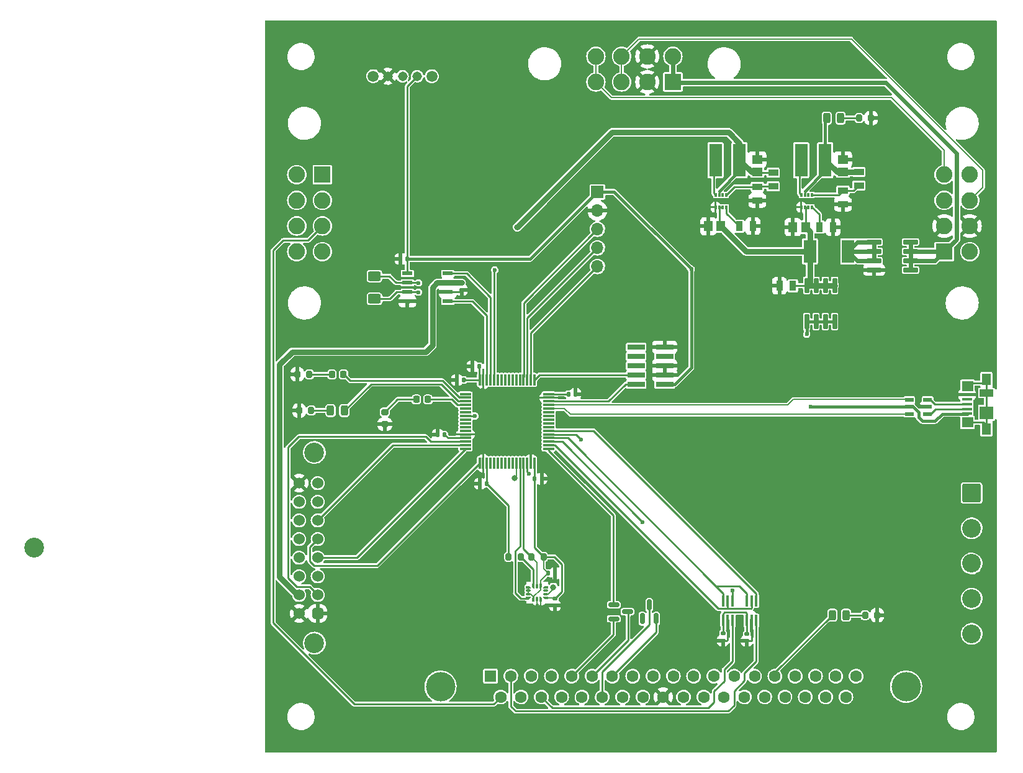
<source format=gbr>
G04 #@! TF.GenerationSoftware,KiCad,Pcbnew,(6.0.5)*
G04 #@! TF.CreationDate,2023-05-02T23:05:13-04:00*
G04 #@! TF.ProjectId,MC_Telem,4d435f54-656c-4656-9d2e-6b696361645f,rev?*
G04 #@! TF.SameCoordinates,Original*
G04 #@! TF.FileFunction,Copper,L1,Top*
G04 #@! TF.FilePolarity,Positive*
%FSLAX46Y46*%
G04 Gerber Fmt 4.6, Leading zero omitted, Abs format (unit mm)*
G04 Created by KiCad (PCBNEW (6.0.5)) date 2023-05-02 23:05:13*
%MOMM*%
%LPD*%
G01*
G04 APERTURE LIST*
G04 Aperture macros list*
%AMRoundRect*
0 Rectangle with rounded corners*
0 $1 Rounding radius*
0 $2 $3 $4 $5 $6 $7 $8 $9 X,Y pos of 4 corners*
0 Add a 4 corners polygon primitive as box body*
4,1,4,$2,$3,$4,$5,$6,$7,$8,$9,$2,$3,0*
0 Add four circle primitives for the rounded corners*
1,1,$1+$1,$2,$3*
1,1,$1+$1,$4,$5*
1,1,$1+$1,$6,$7*
1,1,$1+$1,$8,$9*
0 Add four rect primitives between the rounded corners*
20,1,$1+$1,$2,$3,$4,$5,0*
20,1,$1+$1,$4,$5,$6,$7,0*
20,1,$1+$1,$6,$7,$8,$9,0*
20,1,$1+$1,$8,$9,$2,$3,0*%
%AMFreePoly0*
4,1,48,0.036020,0.199191,0.037970,0.199714,0.040958,0.198321,0.057086,0.195477,0.069630,0.184951,0.084467,0.178033,0.290533,-0.028033,0.293203,-0.031847,0.294953,-0.032857,0.296081,-0.035957,0.305473,-0.049370,0.306900,-0.065680,0.312500,-0.081066,0.312500,-0.125000,0.310782,-0.134742,0.311361,-0.138024,0.309695,-0.140910,0.307977,-0.150652,0.295451,-0.165579,0.285709,-0.182453,
0.279350,-0.184767,0.275000,-0.189952,0.255809,-0.193336,0.237500,-0.200000,-0.237500,-0.200000,-0.247242,-0.198282,-0.250524,-0.198861,-0.253410,-0.197195,-0.263152,-0.195477,-0.278079,-0.182951,-0.294953,-0.173209,-0.297267,-0.166850,-0.302452,-0.162500,-0.305836,-0.143309,-0.312500,-0.125000,-0.312500,0.125000,-0.310782,0.134742,-0.311361,0.138024,-0.309695,0.140910,-0.307977,0.150652,
-0.295451,0.165579,-0.285709,0.182453,-0.279350,0.184767,-0.275000,0.189952,-0.255809,0.193336,-0.237500,0.200000,0.031434,0.200000,0.036020,0.199191,0.036020,0.199191,$1*%
%AMFreePoly1*
4,1,48,0.247242,0.198282,0.250524,0.198861,0.253410,0.197195,0.263152,0.195477,0.278079,0.182951,0.294953,0.173209,0.297267,0.166850,0.302452,0.162500,0.305836,0.143309,0.312500,0.125000,0.312500,0.081066,0.311691,0.076480,0.312214,0.074529,0.310820,0.071540,0.307977,0.055414,0.297452,0.042871,0.290533,0.028033,0.084467,-0.178033,0.080653,-0.180703,0.079643,-0.182453,
0.076543,-0.183581,0.063130,-0.192973,0.046819,-0.194400,0.031434,-0.200000,-0.237500,-0.200000,-0.247242,-0.198282,-0.250524,-0.198861,-0.253410,-0.197195,-0.263152,-0.195477,-0.278079,-0.182951,-0.294953,-0.173209,-0.297267,-0.166850,-0.302452,-0.162500,-0.305836,-0.143309,-0.312500,-0.125000,-0.312500,0.125000,-0.310782,0.134742,-0.311361,0.138024,-0.309695,0.140910,-0.307977,0.150652,
-0.295451,0.165579,-0.285709,0.182453,-0.279350,0.184767,-0.275000,0.189952,-0.255809,0.193336,-0.237500,0.200000,0.237500,0.200000,0.247242,0.198282,0.247242,0.198282,$1*%
%AMFreePoly2*
4,1,48,0.134742,0.310782,0.138024,0.311361,0.140910,0.309695,0.150652,0.307977,0.165579,0.295451,0.182453,0.285709,0.184767,0.279350,0.189952,0.275000,0.193336,0.255809,0.200000,0.237500,0.200000,-0.237500,0.198282,-0.247242,0.198861,-0.250524,0.197195,-0.253410,0.195477,-0.263152,0.182951,-0.278079,0.173209,-0.294953,0.166850,-0.297267,0.162500,-0.302452,0.143309,-0.305836,
0.125000,-0.312500,-0.125000,-0.312500,-0.134742,-0.310782,-0.138024,-0.311361,-0.140910,-0.309695,-0.150652,-0.307977,-0.165579,-0.295451,-0.182453,-0.285709,-0.184767,-0.279350,-0.189952,-0.275000,-0.193336,-0.255809,-0.200000,-0.237500,-0.200000,0.031434,-0.199191,0.036020,-0.199714,0.037970,-0.198321,0.040958,-0.195477,0.057086,-0.184951,0.069630,-0.178033,0.084467,0.028033,0.290533,
0.031847,0.293203,0.032857,0.294953,0.035957,0.296081,0.049370,0.305473,0.065680,0.306900,0.081066,0.312500,0.125000,0.312500,0.134742,0.310782,0.134742,0.310782,$1*%
%AMFreePoly3*
4,1,48,-0.076480,0.311691,-0.074530,0.312214,-0.071542,0.310821,-0.055414,0.307977,-0.042870,0.297451,-0.028033,0.290533,0.178033,0.084467,0.180703,0.080653,0.182453,0.079643,0.183581,0.076543,0.192973,0.063130,0.194400,0.046820,0.200000,0.031434,0.200000,-0.237500,0.198282,-0.247242,0.198861,-0.250524,0.197195,-0.253410,0.195477,-0.263152,0.182951,-0.278079,0.173209,-0.294953,
0.166850,-0.297267,0.162500,-0.302452,0.143309,-0.305836,0.125000,-0.312500,-0.125000,-0.312500,-0.134742,-0.310782,-0.138024,-0.311361,-0.140910,-0.309695,-0.150652,-0.307977,-0.165579,-0.295451,-0.182453,-0.285709,-0.184767,-0.279350,-0.189952,-0.275000,-0.193336,-0.255809,-0.200000,-0.237500,-0.200000,0.237500,-0.198282,0.247242,-0.198861,0.250524,-0.197195,0.253410,-0.195477,0.263152,
-0.182951,0.278079,-0.173209,0.294953,-0.166850,0.297267,-0.162500,0.302452,-0.143309,0.305836,-0.125000,0.312500,-0.081066,0.312500,-0.076480,0.311691,-0.076480,0.311691,$1*%
%AMFreePoly4*
4,1,48,0.247242,0.198282,0.250524,0.198861,0.253410,0.197195,0.263152,0.195477,0.278079,0.182951,0.294953,0.173209,0.297267,0.166850,0.302452,0.162500,0.305836,0.143309,0.312500,0.125000,0.312500,-0.125000,0.310782,-0.134742,0.311361,-0.138024,0.309695,-0.140910,0.307977,-0.150652,0.295451,-0.165579,0.285709,-0.182453,0.279350,-0.184767,0.275000,-0.189952,0.255809,-0.193336,
0.237500,-0.200000,-0.031434,-0.200000,-0.036020,-0.199191,-0.037971,-0.199714,-0.040960,-0.198320,-0.057086,-0.195477,-0.069629,-0.184952,-0.084467,-0.178033,-0.290533,0.028033,-0.293203,0.031847,-0.294953,0.032857,-0.296081,0.035957,-0.305473,0.049370,-0.306900,0.065681,-0.312500,0.081066,-0.312500,0.125000,-0.310782,0.134742,-0.311361,0.138024,-0.309695,0.140910,-0.307977,0.150652,
-0.295451,0.165579,-0.285709,0.182453,-0.279350,0.184767,-0.275000,0.189952,-0.255809,0.193336,-0.237500,0.200000,0.237500,0.200000,0.247242,0.198282,0.247242,0.198282,$1*%
%AMFreePoly5*
4,1,48,0.247242,0.198282,0.250524,0.198861,0.253410,0.197195,0.263152,0.195477,0.278079,0.182951,0.294953,0.173209,0.297267,0.166850,0.302452,0.162500,0.305836,0.143309,0.312500,0.125000,0.312500,-0.125000,0.310782,-0.134742,0.311361,-0.138024,0.309695,-0.140910,0.307977,-0.150652,0.295451,-0.165579,0.285709,-0.182453,0.279350,-0.184767,0.275000,-0.189952,0.255809,-0.193336,
0.237500,-0.200000,-0.237500,-0.200000,-0.247242,-0.198282,-0.250524,-0.198861,-0.253410,-0.197195,-0.263152,-0.195477,-0.278079,-0.182951,-0.294953,-0.173209,-0.297267,-0.166850,-0.302452,-0.162500,-0.305836,-0.143309,-0.312500,-0.125000,-0.312500,-0.081066,-0.311691,-0.076480,-0.312214,-0.074530,-0.310821,-0.071542,-0.307977,-0.055414,-0.297451,-0.042870,-0.290533,-0.028033,-0.084467,0.178033,
-0.080653,0.180703,-0.079643,0.182453,-0.076543,0.183581,-0.063130,0.192973,-0.046820,0.194400,-0.031434,0.200000,0.237500,0.200000,0.247242,0.198282,0.247242,0.198282,$1*%
%AMFreePoly6*
4,1,48,0.134742,0.310782,0.138024,0.311361,0.140910,0.309695,0.150652,0.307977,0.165579,0.295451,0.182453,0.285709,0.184767,0.279350,0.189952,0.275000,0.193336,0.255809,0.200000,0.237500,0.200000,-0.031434,0.199191,-0.036020,0.199714,-0.037971,0.198320,-0.040960,0.195477,-0.057086,0.184952,-0.069629,0.178033,-0.084467,-0.028033,-0.290533,-0.031847,-0.293203,-0.032857,-0.294953,
-0.035957,-0.296081,-0.049370,-0.305473,-0.065681,-0.306900,-0.081066,-0.312500,-0.125000,-0.312500,-0.134742,-0.310782,-0.138024,-0.311361,-0.140910,-0.309695,-0.150652,-0.307977,-0.165579,-0.295451,-0.182453,-0.285709,-0.184767,-0.279350,-0.189952,-0.275000,-0.193336,-0.255809,-0.200000,-0.237500,-0.200000,0.237500,-0.198282,0.247242,-0.198861,0.250524,-0.197195,0.253410,-0.195477,0.263152,
-0.182951,0.278079,-0.173209,0.294953,-0.166850,0.297267,-0.162500,0.302452,-0.143309,0.305836,-0.125000,0.312500,0.125000,0.312500,0.134742,0.310782,0.134742,0.310782,$1*%
%AMFreePoly7*
4,1,48,0.134742,0.310782,0.138024,0.311361,0.140910,0.309695,0.150652,0.307977,0.165579,0.295451,0.182453,0.285709,0.184767,0.279350,0.189952,0.275000,0.193336,0.255809,0.200000,0.237500,0.200000,-0.237500,0.198282,-0.247242,0.198861,-0.250524,0.197195,-0.253410,0.195477,-0.263152,0.182951,-0.278079,0.173209,-0.294953,0.166850,-0.297267,0.162500,-0.302452,0.143309,-0.305836,
0.125000,-0.312500,0.081066,-0.312500,0.076480,-0.311691,0.074529,-0.312214,0.071540,-0.310820,0.055414,-0.307977,0.042871,-0.297452,0.028033,-0.290533,-0.178033,-0.084467,-0.180703,-0.080653,-0.182453,-0.079643,-0.183581,-0.076543,-0.192973,-0.063130,-0.194400,-0.046819,-0.200000,-0.031434,-0.200000,0.237500,-0.198282,0.247242,-0.198861,0.250524,-0.197195,0.253410,-0.195477,0.263152,
-0.182951,0.278079,-0.173209,0.294953,-0.166850,0.297267,-0.162500,0.302452,-0.143309,0.305836,-0.125000,0.312500,0.125000,0.312500,0.134742,0.310782,0.134742,0.310782,$1*%
G04 Aperture macros list end*
G04 #@! TA.AperFunction,SMDPad,CuDef*
%ADD10R,0.300000X0.475000*%
G04 #@! TD*
G04 #@! TA.AperFunction,ComponentPad*
%ADD11C,1.508000*%
G04 #@! TD*
G04 #@! TA.AperFunction,ComponentPad*
%ADD12C,1.308000*%
G04 #@! TD*
G04 #@! TA.AperFunction,SMDPad,CuDef*
%ADD13R,0.970000X1.380000*%
G04 #@! TD*
G04 #@! TA.AperFunction,SMDPad,CuDef*
%ADD14R,1.380000X0.970000*%
G04 #@! TD*
G04 #@! TA.AperFunction,SMDPad,CuDef*
%ADD15RoundRect,0.042000X-0.943000X-0.258000X0.943000X-0.258000X0.943000X0.258000X-0.943000X0.258000X0*%
G04 #@! TD*
G04 #@! TA.AperFunction,SMDPad,CuDef*
%ADD16RoundRect,0.042000X-0.258000X0.943000X-0.258000X-0.943000X0.258000X-0.943000X0.258000X0.943000X0*%
G04 #@! TD*
G04 #@! TA.AperFunction,SMDPad,CuDef*
%ADD17R,1.800000X4.500000*%
G04 #@! TD*
G04 #@! TA.AperFunction,ComponentPad*
%ADD18R,2.250000X2.250000*%
G04 #@! TD*
G04 #@! TA.AperFunction,ComponentPad*
%ADD19C,2.250000*%
G04 #@! TD*
G04 #@! TA.AperFunction,SMDPad,CuDef*
%ADD20RoundRect,0.041300X0.563700X0.253700X-0.563700X0.253700X-0.563700X-0.253700X0.563700X-0.253700X0*%
G04 #@! TD*
G04 #@! TA.AperFunction,SMDPad,CuDef*
%ADD21R,1.200000X1.450000*%
G04 #@! TD*
G04 #@! TA.AperFunction,SMDPad,CuDef*
%ADD22R,1.450000X1.200000*%
G04 #@! TD*
G04 #@! TA.AperFunction,SMDPad,CuDef*
%ADD23RoundRect,0.140000X0.140000X0.170000X-0.140000X0.170000X-0.140000X-0.170000X0.140000X-0.170000X0*%
G04 #@! TD*
G04 #@! TA.AperFunction,SMDPad,CuDef*
%ADD24RoundRect,0.140000X-0.140000X-0.170000X0.140000X-0.170000X0.140000X0.170000X-0.140000X0.170000X0*%
G04 #@! TD*
G04 #@! TA.AperFunction,SMDPad,CuDef*
%ADD25RoundRect,0.140000X-0.170000X0.140000X-0.170000X-0.140000X0.170000X-0.140000X0.170000X0.140000X0*%
G04 #@! TD*
G04 #@! TA.AperFunction,SMDPad,CuDef*
%ADD26R,2.400000X0.740000*%
G04 #@! TD*
G04 #@! TA.AperFunction,SMDPad,CuDef*
%ADD27R,1.380000X0.450000*%
G04 #@! TD*
G04 #@! TA.AperFunction,SMDPad,CuDef*
%ADD28R,1.900000X1.000000*%
G04 #@! TD*
G04 #@! TA.AperFunction,SMDPad,CuDef*
%ADD29R,1.550000X1.425000*%
G04 #@! TD*
G04 #@! TA.AperFunction,SMDPad,CuDef*
%ADD30R,1.900000X1.800000*%
G04 #@! TD*
G04 #@! TA.AperFunction,SMDPad,CuDef*
%ADD31R,1.300000X1.650000*%
G04 #@! TD*
G04 #@! TA.AperFunction,ComponentPad*
%ADD32R,1.700000X1.700000*%
G04 #@! TD*
G04 #@! TA.AperFunction,ComponentPad*
%ADD33O,1.700000X1.700000*%
G04 #@! TD*
G04 #@! TA.AperFunction,SMDPad,CuDef*
%ADD34RoundRect,0.150000X-0.587500X-0.150000X0.587500X-0.150000X0.587500X0.150000X-0.587500X0.150000X0*%
G04 #@! TD*
G04 #@! TA.AperFunction,SMDPad,CuDef*
%ADD35RoundRect,0.250000X-0.625000X0.400000X-0.625000X-0.400000X0.625000X-0.400000X0.625000X0.400000X0*%
G04 #@! TD*
G04 #@! TA.AperFunction,SMDPad,CuDef*
%ADD36RoundRect,0.200000X-0.200000X-0.275000X0.200000X-0.275000X0.200000X0.275000X-0.200000X0.275000X0*%
G04 #@! TD*
G04 #@! TA.AperFunction,SMDPad,CuDef*
%ADD37RoundRect,0.075000X-0.700000X-0.075000X0.700000X-0.075000X0.700000X0.075000X-0.700000X0.075000X0*%
G04 #@! TD*
G04 #@! TA.AperFunction,SMDPad,CuDef*
%ADD38RoundRect,0.075000X-0.075000X-0.700000X0.075000X-0.700000X0.075000X0.700000X-0.075000X0.700000X0*%
G04 #@! TD*
G04 #@! TA.AperFunction,SMDPad,CuDef*
%ADD39R,1.400000X0.600000*%
G04 #@! TD*
G04 #@! TA.AperFunction,SMDPad,CuDef*
%ADD40R,0.400000X1.500000*%
G04 #@! TD*
G04 #@! TA.AperFunction,WasherPad*
%ADD41C,2.700000*%
G04 #@! TD*
G04 #@! TA.AperFunction,ComponentPad*
%ADD42RoundRect,0.381000X0.381000X-0.381000X0.381000X0.381000X-0.381000X0.381000X-0.381000X-0.381000X0*%
G04 #@! TD*
G04 #@! TA.AperFunction,ComponentPad*
%ADD43C,1.524000*%
G04 #@! TD*
G04 #@! TA.AperFunction,SMDPad,CuDef*
%ADD44RoundRect,0.243750X0.243750X0.456250X-0.243750X0.456250X-0.243750X-0.456250X0.243750X-0.456250X0*%
G04 #@! TD*
G04 #@! TA.AperFunction,SMDPad,CuDef*
%ADD45RoundRect,0.218750X-0.218750X-0.256250X0.218750X-0.256250X0.218750X0.256250X-0.218750X0.256250X0*%
G04 #@! TD*
G04 #@! TA.AperFunction,SMDPad,CuDef*
%ADD46RoundRect,0.243750X-0.243750X-0.456250X0.243750X-0.456250X0.243750X0.456250X-0.243750X0.456250X0*%
G04 #@! TD*
G04 #@! TA.AperFunction,SMDPad,CuDef*
%ADD47RoundRect,0.200000X0.200000X0.275000X-0.200000X0.275000X-0.200000X-0.275000X0.200000X-0.275000X0*%
G04 #@! TD*
G04 #@! TA.AperFunction,SMDPad,CuDef*
%ADD48RoundRect,0.150000X0.150000X-0.587500X0.150000X0.587500X-0.150000X0.587500X-0.150000X-0.587500X0*%
G04 #@! TD*
G04 #@! TA.AperFunction,ComponentPad*
%ADD49C,4.000000*%
G04 #@! TD*
G04 #@! TA.AperFunction,ComponentPad*
%ADD50R,1.600000X1.600000*%
G04 #@! TD*
G04 #@! TA.AperFunction,ComponentPad*
%ADD51C,1.600000*%
G04 #@! TD*
G04 #@! TA.AperFunction,SMDPad,CuDef*
%ADD52R,1.780000X3.150000*%
G04 #@! TD*
G04 #@! TA.AperFunction,SMDPad,CuDef*
%ADD53RoundRect,0.140000X0.170000X-0.140000X0.170000X0.140000X-0.170000X0.140000X-0.170000X-0.140000X0*%
G04 #@! TD*
G04 #@! TA.AperFunction,SMDPad,CuDef*
%ADD54RoundRect,0.200000X0.275000X-0.200000X0.275000X0.200000X-0.275000X0.200000X-0.275000X-0.200000X0*%
G04 #@! TD*
G04 #@! TA.AperFunction,SMDPad,CuDef*
%ADD55FreePoly0,0.000000*%
G04 #@! TD*
G04 #@! TA.AperFunction,SMDPad,CuDef*
%ADD56RoundRect,0.100000X-0.212500X-0.100000X0.212500X-0.100000X0.212500X0.100000X-0.212500X0.100000X0*%
G04 #@! TD*
G04 #@! TA.AperFunction,SMDPad,CuDef*
%ADD57FreePoly1,0.000000*%
G04 #@! TD*
G04 #@! TA.AperFunction,SMDPad,CuDef*
%ADD58FreePoly2,0.000000*%
G04 #@! TD*
G04 #@! TA.AperFunction,SMDPad,CuDef*
%ADD59RoundRect,0.100000X-0.100000X-0.212500X0.100000X-0.212500X0.100000X0.212500X-0.100000X0.212500X0*%
G04 #@! TD*
G04 #@! TA.AperFunction,SMDPad,CuDef*
%ADD60FreePoly3,0.000000*%
G04 #@! TD*
G04 #@! TA.AperFunction,SMDPad,CuDef*
%ADD61FreePoly4,0.000000*%
G04 #@! TD*
G04 #@! TA.AperFunction,SMDPad,CuDef*
%ADD62FreePoly5,0.000000*%
G04 #@! TD*
G04 #@! TA.AperFunction,SMDPad,CuDef*
%ADD63FreePoly6,0.000000*%
G04 #@! TD*
G04 #@! TA.AperFunction,SMDPad,CuDef*
%ADD64FreePoly7,0.000000*%
G04 #@! TD*
G04 #@! TA.AperFunction,ComponentPad*
%ADD65RoundRect,0.249999X-1.025001X1.025001X-1.025001X-1.025001X1.025001X-1.025001X1.025001X1.025001X0*%
G04 #@! TD*
G04 #@! TA.AperFunction,ComponentPad*
%ADD66C,2.550000*%
G04 #@! TD*
G04 #@! TA.AperFunction,ViaPad*
%ADD67C,0.600000*%
G04 #@! TD*
G04 #@! TA.AperFunction,ViaPad*
%ADD68C,0.800000*%
G04 #@! TD*
G04 #@! TA.AperFunction,ViaPad*
%ADD69C,0.400000*%
G04 #@! TD*
G04 #@! TA.AperFunction,Conductor*
%ADD70C,0.250000*%
G04 #@! TD*
G04 #@! TA.AperFunction,Conductor*
%ADD71C,0.127000*%
G04 #@! TD*
G04 #@! TA.AperFunction,Conductor*
%ADD72C,0.400000*%
G04 #@! TD*
G04 #@! TA.AperFunction,Conductor*
%ADD73C,0.750000*%
G04 #@! TD*
G04 #@! TA.AperFunction,Conductor*
%ADD74C,0.600000*%
G04 #@! TD*
G04 #@! TA.AperFunction,Conductor*
%ADD75C,0.200000*%
G04 #@! TD*
G04 #@! TA.AperFunction,Conductor*
%ADD76C,0.220000*%
G04 #@! TD*
G04 APERTURE END LIST*
D10*
X138037000Y-83871000D03*
X137537000Y-83871000D03*
X137037000Y-83871000D03*
X136537000Y-83871000D03*
X136537000Y-85547000D03*
X137037000Y-85547000D03*
X137537000Y-85547000D03*
X138037000Y-85547000D03*
X149721000Y-83871000D03*
X149221000Y-83871000D03*
X148721000Y-83871000D03*
X148221000Y-83871000D03*
X148221000Y-85547000D03*
X148721000Y-85547000D03*
X149221000Y-85547000D03*
X149721000Y-85547000D03*
D11*
X89853000Y-67691000D03*
X97853000Y-67691000D03*
D12*
X91853000Y-67691000D03*
X93853000Y-67691000D03*
X95853000Y-67691000D03*
D13*
X147107000Y-96266000D03*
X145247000Y-96266000D03*
D14*
X153924000Y-83271000D03*
X153924000Y-85131000D03*
D13*
X150708000Y-88265000D03*
X152568000Y-88265000D03*
D14*
X156083000Y-80731000D03*
X156083000Y-82591000D03*
X144399000Y-80858000D03*
X144399000Y-82718000D03*
X142240000Y-82763000D03*
X142240000Y-84623000D03*
D13*
X139786000Y-88138000D03*
X141646000Y-88138000D03*
D15*
X158173500Y-90297000D03*
X158173500Y-91567000D03*
X158173500Y-92837000D03*
X158173500Y-94107000D03*
X163123500Y-94107000D03*
X163123500Y-92837000D03*
X163123500Y-91567000D03*
X163123500Y-90297000D03*
D16*
X152781000Y-96204000D03*
X151511000Y-96204000D03*
X150241000Y-96204000D03*
X148971000Y-96204000D03*
X148971000Y-101154000D03*
X150241000Y-101154000D03*
X151511000Y-101154000D03*
X152781000Y-101154000D03*
D17*
X139826000Y-79121000D03*
X136526000Y-79121000D03*
X151510000Y-79121000D03*
X148210000Y-79121000D03*
D18*
X82922500Y-81110000D03*
D19*
X82922500Y-84610000D03*
X82922500Y-88110000D03*
X82922500Y-91610000D03*
X79422500Y-81110000D03*
X79422500Y-84610000D03*
X79422500Y-88110000D03*
X79422500Y-91610000D03*
D18*
X130726000Y-68466500D03*
D19*
X127226000Y-68466500D03*
X123726000Y-68466500D03*
X120226000Y-68466500D03*
X130726000Y-64966500D03*
X127226000Y-64966500D03*
X123726000Y-64966500D03*
X120226000Y-64966500D03*
D18*
X167720000Y-91610000D03*
D19*
X167720000Y-88110000D03*
X167720000Y-84610000D03*
X167720000Y-81110000D03*
X171220000Y-91610000D03*
X171220000Y-88110000D03*
X171220000Y-84610000D03*
X171220000Y-81110000D03*
D20*
X165466000Y-113726000D03*
X165466000Y-112776000D03*
X165466000Y-111826000D03*
X162956000Y-111826000D03*
X162956000Y-112776000D03*
X162956000Y-113726000D03*
D21*
X137248000Y-88138000D03*
X135548000Y-88138000D03*
D22*
X142240000Y-80733000D03*
X142240000Y-79033000D03*
D21*
X148805000Y-88265000D03*
X147105000Y-88265000D03*
D22*
X153924000Y-79033000D03*
X153924000Y-80733000D03*
D23*
X94505000Y-92600000D03*
X93545000Y-92600000D03*
X102230000Y-109100000D03*
X101270000Y-109100000D03*
X99593200Y-116586000D03*
X98633200Y-116586000D03*
D24*
X111864200Y-122580400D03*
X112824200Y-122580400D03*
X116464000Y-111023400D03*
X117424000Y-111023400D03*
D23*
X105354200Y-123266200D03*
X104394200Y-123266200D03*
D25*
X101910000Y-95865000D03*
X101910000Y-96825000D03*
D26*
X129610400Y-109702600D03*
X125710400Y-109702600D03*
X129610400Y-108432600D03*
X125710400Y-108432600D03*
X129610400Y-107162600D03*
X125710400Y-107162600D03*
X129610400Y-105892600D03*
X125710400Y-105892600D03*
X129610400Y-104622600D03*
X125710400Y-104622600D03*
D27*
X170830000Y-113720000D03*
X170830000Y-113070000D03*
X170830000Y-112420000D03*
X170830000Y-111770000D03*
X170830000Y-111120000D03*
D28*
X173490000Y-110870000D03*
D29*
X170915000Y-109932500D03*
X170915000Y-114907500D03*
D30*
X173490000Y-113570000D03*
D31*
X173490000Y-109045000D03*
X173490000Y-115795000D03*
D32*
X120421000Y-83469000D03*
D33*
X120421000Y-86009000D03*
X120421000Y-88549000D03*
X120421000Y-91089000D03*
X120421000Y-93629000D03*
D34*
X122658900Y-139766000D03*
X122658900Y-141666000D03*
X124533900Y-140716000D03*
D35*
X90025000Y-94950000D03*
X90025000Y-98050000D03*
D36*
X156124300Y-73406000D03*
X157774300Y-73406000D03*
D37*
X102431000Y-111022400D03*
X102431000Y-111522400D03*
X102431000Y-112022400D03*
X102431000Y-112522400D03*
X102431000Y-113022400D03*
X102431000Y-113522400D03*
X102431000Y-114022400D03*
X102431000Y-114522400D03*
X102431000Y-115022400D03*
X102431000Y-115522400D03*
X102431000Y-116022400D03*
X102431000Y-116522400D03*
X102431000Y-117022400D03*
X102431000Y-117522400D03*
X102431000Y-118022400D03*
X102431000Y-118522400D03*
D38*
X104356000Y-120447400D03*
X104856000Y-120447400D03*
X105356000Y-120447400D03*
X105856000Y-120447400D03*
X106356000Y-120447400D03*
X106856000Y-120447400D03*
X107356000Y-120447400D03*
X107856000Y-120447400D03*
X108356000Y-120447400D03*
X108856000Y-120447400D03*
X109356000Y-120447400D03*
X109856000Y-120447400D03*
X110356000Y-120447400D03*
X110856000Y-120447400D03*
X111356000Y-120447400D03*
X111856000Y-120447400D03*
D37*
X113781000Y-118522400D03*
X113781000Y-118022400D03*
X113781000Y-117522400D03*
X113781000Y-117022400D03*
X113781000Y-116522400D03*
X113781000Y-116022400D03*
X113781000Y-115522400D03*
X113781000Y-115022400D03*
X113781000Y-114522400D03*
X113781000Y-114022400D03*
X113781000Y-113522400D03*
X113781000Y-113022400D03*
X113781000Y-112522400D03*
X113781000Y-112022400D03*
X113781000Y-111522400D03*
X113781000Y-111022400D03*
D38*
X111856000Y-109097400D03*
X111356000Y-109097400D03*
X110856000Y-109097400D03*
X110356000Y-109097400D03*
X109856000Y-109097400D03*
X109356000Y-109097400D03*
X108856000Y-109097400D03*
X108356000Y-109097400D03*
X107856000Y-109097400D03*
X107356000Y-109097400D03*
X106856000Y-109097400D03*
X106356000Y-109097400D03*
X105856000Y-109097400D03*
X105356000Y-109097400D03*
X104856000Y-109097400D03*
X104356000Y-109097400D03*
D39*
X100016760Y-98399600D03*
X100016760Y-97129600D03*
X100016760Y-95859600D03*
X100016760Y-94589600D03*
X94516760Y-94589600D03*
X94516760Y-95859600D03*
X94516760Y-97129600D03*
X94516760Y-98399600D03*
D40*
X138861800Y-139224400D03*
X138211800Y-139224400D03*
X137561800Y-139224400D03*
X137561800Y-141884400D03*
X138211800Y-141884400D03*
X138861800Y-141884400D03*
D41*
X81820000Y-118989800D03*
X81820000Y-144989800D03*
X43620000Y-131989800D03*
D42*
X82280000Y-140949800D03*
D43*
X79740000Y-140949800D03*
X82280000Y-138409800D03*
X79740000Y-138409800D03*
X82280000Y-135869800D03*
X79740000Y-135869800D03*
X82280000Y-133329800D03*
X79740000Y-133329800D03*
X82280000Y-130789800D03*
X79740000Y-130789800D03*
X82280000Y-128249800D03*
X79740000Y-128249800D03*
X82280000Y-125709800D03*
X79740000Y-125709800D03*
X82280000Y-123169800D03*
X79740000Y-123169800D03*
D44*
X153591500Y-73406000D03*
X151716500Y-73406000D03*
D36*
X79743700Y-113284000D03*
X81393700Y-113284000D03*
X79489700Y-108331000D03*
X81139700Y-108331000D03*
D45*
X84225301Y-108346001D03*
X85800301Y-108346001D03*
D46*
X84028200Y-113284000D03*
X85903200Y-113284000D03*
D40*
X142087600Y-139224400D03*
X141437600Y-139224400D03*
X140787600Y-139224400D03*
X140787600Y-141884400D03*
X141437600Y-141884400D03*
X142087600Y-141884400D03*
D44*
X154350800Y-141173200D03*
X152475800Y-141173200D03*
D47*
X158584500Y-141173200D03*
X156934500Y-141173200D03*
D48*
X126550000Y-141662900D03*
X128450000Y-141662900D03*
X127500000Y-139787900D03*
D23*
X104345000Y-107250000D03*
X103385000Y-107250000D03*
D49*
X99030000Y-150920000D03*
X162530000Y-150920000D03*
D50*
X105850000Y-149500000D03*
D51*
X108620000Y-149500000D03*
X111390000Y-149500000D03*
X114160000Y-149500000D03*
X116930000Y-149500000D03*
X119700000Y-149500000D03*
X122470000Y-149500000D03*
X125240000Y-149500000D03*
X128010000Y-149500000D03*
X130780000Y-149500000D03*
X133550000Y-149500000D03*
X136320000Y-149500000D03*
X139090000Y-149500000D03*
X141860000Y-149500000D03*
X144630000Y-149500000D03*
X147400000Y-149500000D03*
X150170000Y-149500000D03*
X152940000Y-149500000D03*
X155710000Y-149500000D03*
X107235000Y-152340000D03*
X110005000Y-152340000D03*
X112775000Y-152340000D03*
X115545000Y-152340000D03*
X118315000Y-152340000D03*
X121085000Y-152340000D03*
X123855000Y-152340000D03*
X126625000Y-152340000D03*
X129395000Y-152340000D03*
X132165000Y-152340000D03*
X134935000Y-152340000D03*
X137705000Y-152340000D03*
X140475000Y-152340000D03*
X143245000Y-152340000D03*
X146015000Y-152340000D03*
X148785000Y-152340000D03*
X151555000Y-152340000D03*
X154325000Y-152340000D03*
D47*
X113075000Y-133220000D03*
X111425000Y-133220000D03*
D45*
X95732500Y-111760000D03*
X97307500Y-111760000D03*
D52*
X149413100Y-91567000D03*
X154643100Y-91567000D03*
D25*
X140800000Y-143700000D03*
X140800000Y-144660000D03*
X137550000Y-143690000D03*
X137550000Y-144650000D03*
D53*
X114625000Y-139860000D03*
X114625000Y-138900000D03*
D54*
X91440000Y-115125000D03*
X91440000Y-113475000D03*
D24*
X113675000Y-135475000D03*
X114635000Y-135475000D03*
D55*
X111037500Y-137350000D03*
D56*
X111037500Y-137850000D03*
X111037500Y-138350000D03*
D57*
X111037500Y-138850000D03*
D58*
X111700000Y-139012500D03*
D59*
X112200000Y-139012500D03*
D60*
X112700000Y-139012500D03*
D61*
X113362500Y-138850000D03*
D56*
X113362500Y-138350000D03*
X113362500Y-137850000D03*
D62*
X113362500Y-137350000D03*
D63*
X112700000Y-137187500D03*
D59*
X112200000Y-137187500D03*
D64*
X111700000Y-137187500D03*
D36*
X108325000Y-133220000D03*
X109975000Y-133220000D03*
D65*
X171475000Y-124525000D03*
D66*
X171475000Y-129325000D03*
X171475000Y-134125000D03*
X171475000Y-138925000D03*
X171475000Y-143725000D03*
D67*
X154051000Y-87757000D03*
D68*
X131850000Y-104600000D03*
D67*
X146685000Y-86614000D03*
X104850000Y-119050000D03*
D68*
X112175000Y-111525000D03*
D67*
X169250000Y-111100000D03*
D69*
X110250000Y-136175000D03*
D67*
X94488000Y-100076000D03*
X142367000Y-86614000D03*
X143256000Y-142113000D03*
X145161000Y-86614000D03*
X168402000Y-108839000D03*
X154051000Y-86995000D03*
D69*
X112450000Y-140000000D03*
D67*
X93726000Y-100076000D03*
X154051000Y-88519000D03*
X136677400Y-141884400D03*
X101250000Y-108100000D03*
X143129000Y-86614000D03*
D68*
X129600000Y-103100000D03*
D67*
X100350000Y-109100000D03*
X139852400Y-141884400D03*
X154813000Y-86995000D03*
X157738700Y-72344000D03*
X157738700Y-74494000D03*
X78650000Y-113300000D03*
X143891000Y-87376000D03*
D69*
X113900000Y-134725000D03*
D67*
X79500000Y-109400000D03*
X78450000Y-108300000D03*
X135255000Y-84328000D03*
X168402000Y-110363000D03*
D69*
X114150000Y-136175000D03*
D67*
X104850000Y-110500000D03*
X135255000Y-85852000D03*
D69*
X114625000Y-139875000D03*
D67*
X158938700Y-73394000D03*
X155575000Y-86995000D03*
X79750000Y-112100000D03*
X168402000Y-109601000D03*
X79500000Y-107200000D03*
X145923000Y-86614000D03*
X143891000Y-86614000D03*
X135255000Y-85090000D03*
X79750000Y-114450000D03*
X146685000Y-85852000D03*
X103950000Y-116500000D03*
X156083000Y-80772000D03*
X105359200Y-123266200D03*
X153924000Y-80772000D03*
X111859200Y-122580400D03*
X151638000Y-80772000D03*
X102235000Y-109100000D03*
X116459000Y-111023400D03*
X99598200Y-116585980D03*
X133223000Y-93980000D03*
X129610400Y-109702600D03*
D69*
X137550000Y-143700000D03*
D67*
X101910000Y-95860000D03*
D68*
X109500000Y-88250000D03*
D67*
X103733600Y-114020600D03*
X125730000Y-104622600D03*
X148971000Y-102870000D03*
X149479000Y-112776000D03*
X96040000Y-95860000D03*
X96030000Y-97130000D03*
X111099600Y-121920000D03*
D69*
X109977500Y-133222500D03*
D67*
X118200006Y-117200000D03*
X138861800Y-137820402D03*
D68*
X114425000Y-137350000D03*
X109130500Y-122475000D03*
D67*
X126600000Y-128500000D03*
X126550000Y-141725400D03*
X106426000Y-94107000D03*
D70*
X127500000Y-142502000D02*
X121085000Y-148917000D01*
X121085000Y-148917000D02*
X121085000Y-152340000D01*
X127500000Y-139725400D02*
X127500000Y-142502000D01*
D71*
X112700000Y-139750000D02*
X112700000Y-139012500D01*
D70*
X141437600Y-141884400D02*
X141437600Y-144693400D01*
X137553000Y-144653000D02*
X137550000Y-144650000D01*
X141437600Y-144693400D02*
X140833400Y-144693400D01*
X140833400Y-144693400D02*
X140800000Y-144660000D01*
X100016760Y-97129600D02*
X101605400Y-97129600D01*
X170810000Y-111100000D02*
X170830000Y-111120000D01*
X165466000Y-112776000D02*
X164592000Y-112776000D01*
X164211000Y-112395000D02*
X164211000Y-111506000D01*
X164592000Y-112776000D02*
X164211000Y-112395000D01*
X138049000Y-144653000D02*
X137553000Y-144653000D01*
X169250000Y-111100000D02*
X170810000Y-111100000D01*
D71*
X112200000Y-139750000D02*
X112450000Y-140000000D01*
X112450000Y-140000000D02*
X112700000Y-139750000D01*
X112200000Y-139012500D02*
X112200000Y-139750000D01*
D70*
X101605400Y-97129600D02*
X101910000Y-96825000D01*
X138211800Y-144490200D02*
X138049000Y-144653000D01*
X138211800Y-141884400D02*
X138211800Y-144490200D01*
X165354000Y-110363000D02*
X168402000Y-110363000D01*
X164211000Y-111506000D02*
X165354000Y-110363000D01*
X105359200Y-123266200D02*
X105359200Y-120450600D01*
X111859200Y-122580400D02*
X111859200Y-120450600D01*
X148721000Y-83871000D02*
X148721000Y-83334478D01*
D72*
X151510000Y-79121000D02*
X151510000Y-73612500D01*
D71*
X111700000Y-138671968D02*
X111378032Y-138350000D01*
D72*
X94510000Y-92600000D02*
X111235000Y-92600000D01*
D70*
X108325000Y-133220000D02*
X108325000Y-126232000D01*
D72*
X148721000Y-83334478D02*
X151510000Y-80545478D01*
D70*
X102431000Y-117022400D02*
X100034620Y-117022400D01*
X114545000Y-133220000D02*
X115550000Y-134225000D01*
D72*
X130962400Y-109702600D02*
X130440400Y-109702600D01*
D71*
X113362500Y-138850000D02*
X114575000Y-138850000D01*
D72*
X120421000Y-83469000D02*
X122712000Y-83469000D01*
D70*
X115550000Y-134225000D02*
X115550000Y-137975000D01*
X111859200Y-122580400D02*
X111859200Y-132004200D01*
D71*
X111700000Y-138686613D02*
X112700000Y-137686613D01*
D72*
X133223000Y-93980000D02*
X133223000Y-107442000D01*
D71*
X113075000Y-134875000D02*
X113075000Y-133220000D01*
D73*
X151510000Y-79121000D02*
X153122000Y-80733000D01*
D70*
X104356000Y-109097400D02*
X102237600Y-109097400D01*
X113075000Y-133220000D02*
X114545000Y-133220000D01*
D71*
X111378032Y-138350000D02*
X111037500Y-138350000D01*
D70*
X111859200Y-132004200D02*
X113075000Y-133220000D01*
D72*
X151510000Y-80545478D02*
X151510000Y-79121000D01*
D71*
X111037500Y-137850000D02*
X111037500Y-138350000D01*
D73*
X153924000Y-80733000D02*
X156081000Y-80733000D01*
D72*
X120366000Y-83469000D02*
X111235000Y-92600000D01*
D71*
X114575000Y-138850000D02*
X114625000Y-138900000D01*
X113675000Y-135475000D02*
X113075000Y-134875000D01*
X111700000Y-139012500D02*
X111700000Y-138671968D01*
D72*
X122712000Y-83469000D02*
X133223000Y-93980000D01*
D70*
X108325000Y-126232000D02*
X105359200Y-123266200D01*
D71*
X112700000Y-137686613D02*
X112700000Y-137187500D01*
D73*
X156081000Y-80733000D02*
X156083000Y-80731000D01*
D70*
X100034620Y-117022400D02*
X99598200Y-116585980D01*
X120421000Y-83469000D02*
X120366000Y-83469000D01*
D72*
X151510000Y-73612500D02*
X151716500Y-73406000D01*
D71*
X113675000Y-135475000D02*
X112700000Y-136450000D01*
D70*
X94516760Y-94589600D02*
X94516760Y-92606760D01*
D73*
X153122000Y-80733000D02*
X153924000Y-80733000D01*
D72*
X133223000Y-107442000D02*
X130962400Y-109702600D01*
D70*
X94505000Y-69039000D02*
X95853000Y-67691000D01*
X113781000Y-111022400D02*
X116458000Y-111022400D01*
X104350000Y-107250000D02*
X104350000Y-109091400D01*
D71*
X111037500Y-137350000D02*
X111037500Y-137850000D01*
D70*
X94505000Y-92600000D02*
X94505000Y-69039000D01*
D71*
X112700000Y-136450000D02*
X112700000Y-137187500D01*
D70*
X115550000Y-137975000D02*
X114625000Y-138900000D01*
D74*
X130726000Y-68466500D02*
X130726000Y-64966500D01*
X163123500Y-91567000D02*
X163123500Y-92837000D01*
D72*
X167720000Y-91610000D02*
X167724000Y-91610000D01*
D74*
X169418000Y-89916000D02*
X169418000Y-78232000D01*
X163123500Y-91567000D02*
X167677000Y-91567000D01*
X130815521Y-68556021D02*
X130726000Y-68466500D01*
D72*
X169291000Y-90043000D02*
X169418000Y-89916000D01*
D74*
X163123500Y-90297000D02*
X163123500Y-91567000D01*
X167724000Y-91610000D02*
X169291000Y-90043000D01*
X169418000Y-78232000D02*
X159742021Y-68556021D01*
X163123500Y-92837000D02*
X166493000Y-92837000D01*
X159742021Y-68556021D02*
X130815521Y-68556021D01*
X166493000Y-92837000D02*
X167720000Y-91610000D01*
X167677000Y-91567000D02*
X167720000Y-91610000D01*
X163123500Y-92837000D02*
X163123500Y-94107000D01*
D70*
X137037000Y-83871000D02*
X137037000Y-83334478D01*
D73*
X79504498Y-138409800D02*
X77080000Y-135985302D01*
X113124999Y-84614001D02*
X122428000Y-75311000D01*
X78800000Y-105260000D02*
X77080000Y-106980000D01*
D70*
X144399000Y-80858000D02*
X142365000Y-80858000D01*
D73*
X97010000Y-105260000D02*
X78800000Y-105260000D01*
X97930000Y-104340000D02*
X97930000Y-96510000D01*
X100016760Y-95859600D02*
X101909600Y-95859600D01*
X113124999Y-84625001D02*
X113124999Y-84614001D01*
D70*
X140631599Y-140809399D02*
X140787600Y-140965400D01*
D73*
X139826000Y-76834000D02*
X139826000Y-79121000D01*
D70*
X137751799Y-140809399D02*
X140631599Y-140809399D01*
D72*
X137037000Y-83334478D02*
X139826000Y-80545478D01*
D73*
X109500000Y-88250000D02*
X113124999Y-84625001D01*
D70*
X142365000Y-80858000D02*
X142240000Y-80733000D01*
X140787600Y-141884400D02*
X140787600Y-143687600D01*
X137561800Y-140999398D02*
X137751799Y-140809399D01*
D73*
X77080000Y-135985302D02*
X77080000Y-106980000D01*
X122428000Y-75311000D02*
X138303000Y-75311000D01*
D72*
X139826000Y-80545478D02*
X139826000Y-79121000D01*
D73*
X98580400Y-95859600D02*
X100016760Y-95859600D01*
X138303000Y-75311000D02*
X139826000Y-76834000D01*
D70*
X137550000Y-143700000D02*
X137550000Y-141896200D01*
X137561800Y-141884400D02*
X137561800Y-140999398D01*
X140787600Y-140965400D02*
X140787600Y-141884400D01*
D73*
X97010000Y-105260000D02*
X97930000Y-104340000D01*
X139826000Y-79121000D02*
X141438000Y-80733000D01*
X141438000Y-80733000D02*
X142240000Y-80733000D01*
X97930000Y-96510000D02*
X98580400Y-95859600D01*
D70*
X102431000Y-112022400D02*
X101455276Y-112022400D01*
X101455276Y-112022400D02*
X99102396Y-109669520D01*
X89542680Y-109669520D02*
X85928200Y-113284000D01*
X99102396Y-109669520D02*
X89542680Y-109669520D01*
X81356200Y-113284000D02*
X84003200Y-113284000D01*
X99288594Y-109220000D02*
X101590994Y-111522400D01*
X85825301Y-108346001D02*
X86699300Y-109220000D01*
X86699300Y-109220000D02*
X99288594Y-109220000D01*
X101590994Y-111522400D02*
X102431000Y-111522400D01*
X81102200Y-108331000D02*
X84185300Y-108331000D01*
X156161800Y-73406000D02*
X153616500Y-73406000D01*
X152450800Y-141173200D02*
X144630000Y-148994000D01*
X154375800Y-141173200D02*
X156972000Y-141173200D01*
X103733600Y-114020600D02*
X102432800Y-114020600D01*
X112520800Y-108432600D02*
X111856000Y-109097400D01*
X125710400Y-108432600D02*
X112520800Y-108432600D01*
X125710400Y-109702600D02*
X124260400Y-109702600D01*
X113781000Y-112022400D02*
X121940600Y-112022400D01*
X124260400Y-109702600D02*
X121940600Y-112022400D01*
D75*
X162890000Y-111760000D02*
X162956000Y-111826000D01*
X146394028Y-112522400D02*
X147156428Y-111760000D01*
X147156428Y-111760000D02*
X162890000Y-111760000D01*
X113781000Y-112522400D02*
X146394028Y-112522400D01*
X162956000Y-113726000D02*
X162606608Y-113726000D01*
X162606608Y-113726000D02*
X162540608Y-113792000D01*
X115943400Y-113022400D02*
X113781000Y-113022400D01*
X162540608Y-113792000D02*
X116713000Y-113792000D01*
X116713000Y-113792000D02*
X115943400Y-113022400D01*
D72*
X148971000Y-102870000D02*
X148971000Y-101154000D01*
X148971000Y-101154000D02*
X152781000Y-101154000D01*
X164211000Y-113538000D02*
X163449000Y-112776000D01*
X149479000Y-112776000D02*
X162956000Y-112776000D01*
X163449000Y-112776000D02*
X162956000Y-112776000D01*
X164211000Y-114173000D02*
X164211000Y-113538000D01*
X167450000Y-113725000D02*
X170825000Y-113725000D01*
X167450000Y-113725000D02*
X166494000Y-114681000D01*
X166494000Y-114681000D02*
X164719000Y-114681000D01*
X164719000Y-114681000D02*
X164211000Y-114173000D01*
D70*
X92073940Y-94950000D02*
X92983540Y-95859600D01*
D75*
X167720000Y-77804000D02*
X160528000Y-70612000D01*
X160528000Y-70612000D02*
X122371500Y-70612000D01*
D70*
X90025000Y-94950000D02*
X92073940Y-94950000D01*
D75*
X120226000Y-68466500D02*
X120226000Y-64966500D01*
D70*
X92983540Y-95859600D02*
X94516760Y-95859600D01*
D75*
X122371500Y-70612000D02*
X120226000Y-68466500D01*
D70*
X96039600Y-95859600D02*
X96040000Y-95860000D01*
X94516760Y-95859600D02*
X96039600Y-95859600D01*
D75*
X167720000Y-81110000D02*
X167720000Y-77804000D01*
X123726000Y-68466500D02*
X123726000Y-64966500D01*
X123726000Y-64966500D02*
X126081500Y-62611000D01*
D70*
X94516760Y-97129600D02*
X96029600Y-97129600D01*
X96029600Y-97129600D02*
X96030000Y-97130000D01*
X93024180Y-97129600D02*
X92103780Y-98050000D01*
X94516760Y-97129600D02*
X93024180Y-97129600D01*
D75*
X155067000Y-62611000D02*
X172974000Y-80518000D01*
X126081500Y-62611000D02*
X155067000Y-62611000D01*
X172974000Y-80518000D02*
X172974000Y-82856000D01*
D70*
X92103780Y-98050000D02*
X90025000Y-98050000D01*
D75*
X172974000Y-82856000D02*
X171220000Y-84610000D01*
D70*
X135575000Y-153825000D02*
X114260000Y-153825000D01*
X112775000Y-152340000D02*
X114260000Y-153825000D01*
X138861800Y-147463200D02*
X137725000Y-148600000D01*
X136350000Y-151550000D02*
X136350000Y-153050000D01*
X138861800Y-141884400D02*
X138861800Y-147463200D01*
X136350000Y-153050000D02*
X135575000Y-153825000D01*
X137725000Y-148600000D02*
X137725000Y-150175000D01*
X137725000Y-150175000D02*
X136350000Y-151550000D01*
X139075000Y-151525000D02*
X139075000Y-153450000D01*
X139075000Y-153450000D02*
X138250480Y-154274520D01*
X142087600Y-147487400D02*
X140475000Y-149100000D01*
X109274520Y-154274520D02*
X108620000Y-153620000D01*
X140475000Y-149100000D02*
X140475000Y-150125000D01*
X142087600Y-141884400D02*
X142087600Y-147487400D01*
X108620000Y-153620000D02*
X108620000Y-149500000D01*
X140475000Y-150125000D02*
X139075000Y-151525000D01*
X138250480Y-154274520D02*
X109274520Y-154274520D01*
X76180480Y-142220480D02*
X87279511Y-153319511D01*
X106255489Y-153319511D02*
X107235000Y-152340000D01*
X76200000Y-91440000D02*
X76200000Y-93980000D01*
X76180480Y-93999520D02*
X76180480Y-142220480D01*
D76*
X77554511Y-90085489D02*
X76200000Y-91440000D01*
D70*
X76200000Y-93980000D02*
X76180480Y-93999520D01*
X80947011Y-90085489D02*
X77554511Y-90085489D01*
X82922500Y-88110000D02*
X80947011Y-90085489D01*
X87279511Y-153319511D02*
X106255489Y-153319511D01*
X124596400Y-144603600D02*
X124596400Y-140716000D01*
X119700000Y-149500000D02*
X124596400Y-144603600D01*
X122596400Y-143833600D02*
X116930000Y-149500000D01*
X122596400Y-141666000D02*
X122596400Y-143833600D01*
X111356000Y-102694000D02*
X120421000Y-93629000D01*
X111356000Y-109097400D02*
X111356000Y-102694000D01*
X110856000Y-100654000D02*
X120421000Y-91089000D01*
X110856000Y-109097400D02*
X110856000Y-100654000D01*
X110380990Y-108669010D02*
X110380990Y-98589010D01*
X110380990Y-98589010D02*
X120421000Y-88549000D01*
X113781000Y-118772400D02*
X122596400Y-127587800D01*
X122596400Y-127587800D02*
X122596400Y-139766000D01*
X113781000Y-118522400D02*
X113781000Y-118772400D01*
X109977500Y-133222500D02*
X111675480Y-134920480D01*
X110856000Y-121676400D02*
X110856000Y-120447400D01*
X111675480Y-134920480D02*
X111675480Y-137187500D01*
X111099600Y-121920000D02*
X110856000Y-121676400D01*
D71*
X112200000Y-133995000D02*
X111425000Y-133220000D01*
X112200000Y-137187500D02*
X112200000Y-133995000D01*
D70*
X111425000Y-133220000D02*
X110356000Y-132151000D01*
X110356000Y-132151000D02*
X110356000Y-120447400D01*
X105356000Y-109097400D02*
X105356000Y-108336000D01*
X103389600Y-98399600D02*
X100016760Y-98399600D01*
X105331010Y-108311010D02*
X105331010Y-100341010D01*
X105331010Y-100341010D02*
X103389600Y-98399600D01*
X105356000Y-108336000D02*
X105331010Y-108311010D01*
X105856000Y-97847768D02*
X105856000Y-109097400D01*
X102597832Y-94589600D02*
X105856000Y-97847768D01*
X100016760Y-94589600D02*
X102597832Y-94589600D01*
X113781000Y-116022400D02*
X119885600Y-116022400D01*
X119885600Y-116022400D02*
X142087600Y-138224400D01*
X142087600Y-138224400D02*
X142087600Y-139224400D01*
X138861800Y-139224400D02*
X138861800Y-137820402D01*
X117522406Y-116522400D02*
X118200006Y-117200000D01*
X113781000Y-116522400D02*
X117522406Y-116522400D01*
X137561800Y-138195400D02*
X137561800Y-139224400D01*
X139786201Y-137195401D02*
X136561801Y-137195401D01*
X116388800Y-117022400D02*
X137561800Y-138195400D01*
X116388800Y-117022400D02*
X113781000Y-117022400D01*
X140787600Y-138196800D02*
X139786201Y-137195401D01*
X140787600Y-139224400D02*
X140787600Y-138196800D01*
X138136799Y-140299401D02*
X138211800Y-140224400D01*
X141437600Y-140224400D02*
X141437600Y-139224400D01*
X141362599Y-140299401D02*
X141437600Y-140224400D01*
X138211800Y-140224400D02*
X138211800Y-139224400D01*
X138136799Y-140299401D02*
X141362599Y-140299401D01*
X114656000Y-118022400D02*
X136933001Y-140299401D01*
X136933001Y-140299401D02*
X138136799Y-140299401D01*
X113781000Y-118022400D02*
X114656000Y-118022400D01*
D71*
X113688387Y-138350000D02*
X114425000Y-137613387D01*
X113362500Y-138350000D02*
X113688387Y-138350000D01*
X109130500Y-122475000D02*
X109356000Y-122249500D01*
X114425000Y-137613387D02*
X114425000Y-137350000D01*
X109356000Y-122249500D02*
X109356000Y-120447400D01*
D70*
X81813401Y-134416801D02*
X90386599Y-134416801D01*
X90386599Y-134416801D02*
X104356000Y-120447400D01*
X82280000Y-130789800D02*
X81192999Y-131876801D01*
X81192999Y-131876801D02*
X81192999Y-133796399D01*
X81192999Y-133796399D02*
X81813401Y-134416801D01*
X87623600Y-133329800D02*
X102431000Y-118522400D01*
X82280000Y-133329800D02*
X87623600Y-133329800D01*
X92507400Y-118022400D02*
X82280000Y-128249800D01*
X102431000Y-118022400D02*
X92507400Y-118022400D01*
X97009400Y-116840000D02*
X97691800Y-117522400D01*
X79685000Y-116840000D02*
X97009400Y-116840000D01*
X82280000Y-138409800D02*
X81192999Y-137322799D01*
X78232000Y-136120781D02*
X78232000Y-118293000D01*
X78232000Y-118293000D02*
X79685000Y-116840000D01*
X79434018Y-137322799D02*
X78232000Y-136120781D01*
X97691800Y-117522400D02*
X102431000Y-117522400D01*
X81192999Y-137322799D02*
X79434018Y-137322799D01*
X128450000Y-143520000D02*
X128450000Y-141725400D01*
X122470000Y-149500000D02*
X128450000Y-143520000D01*
X115622400Y-117522400D02*
X126600000Y-128500000D01*
X113781000Y-117522400D02*
X115622400Y-117522400D01*
X173490000Y-115330000D02*
X173490000Y-109510000D01*
X171637500Y-109510000D02*
X171190000Y-109957500D01*
X173490000Y-109510000D02*
X171637500Y-109510000D01*
X171190000Y-114882500D02*
X173042500Y-114882500D01*
X173042500Y-114882500D02*
X173490000Y-115330000D01*
X166506747Y-113070000D02*
X170830000Y-113070000D01*
X165850747Y-113726000D02*
X166506747Y-113070000D01*
X165466000Y-113726000D02*
X165850747Y-113726000D01*
X97307500Y-111760000D02*
X100557158Y-111760000D01*
X101319558Y-112522400D02*
X102431000Y-112522400D01*
X100557158Y-111760000D02*
X101319558Y-112522400D01*
X165850747Y-111826000D02*
X166444747Y-112420000D01*
X166444747Y-112420000D02*
X170830000Y-112420000D01*
X165466000Y-111826000D02*
X165850747Y-111826000D01*
X109250480Y-138150480D02*
X109974520Y-138874520D01*
X109974520Y-138874520D02*
X111037500Y-138874520D01*
X109855000Y-131776500D02*
X109250480Y-132381020D01*
X109855000Y-120448400D02*
X109855000Y-131776500D01*
X109250480Y-132381020D02*
X109250480Y-138150480D01*
X148909000Y-96266000D02*
X148971000Y-96204000D01*
D73*
X149413100Y-88873100D02*
X148805000Y-88265000D01*
D70*
X148805000Y-85631000D02*
X148721000Y-85547000D01*
D73*
X148971000Y-96204000D02*
X152781000Y-96204000D01*
D70*
X137037000Y-87927000D02*
X137248000Y-88138000D01*
X147107000Y-96266000D02*
X148909000Y-96266000D01*
X137037000Y-85547000D02*
X137537000Y-85547000D01*
X148721000Y-85547000D02*
X149221000Y-85547000D01*
X137037000Y-85547000D02*
X137037000Y-87927000D01*
D73*
X149413100Y-95761900D02*
X148971000Y-96204000D01*
X149413100Y-91567000D02*
X149413100Y-95761900D01*
X140677000Y-91567000D02*
X137248000Y-88138000D01*
X149413100Y-91567000D02*
X149413100Y-88873100D01*
D70*
X148805000Y-88265000D02*
X148805000Y-85631000D01*
D73*
X149413100Y-91567000D02*
X140677000Y-91567000D01*
D70*
X91440000Y-113475000D02*
X93155000Y-111760000D01*
X93155000Y-111760000D02*
X95732500Y-111760000D01*
X147955000Y-79376000D02*
X148210000Y-79121000D01*
X148221000Y-83871000D02*
X147955000Y-83605000D01*
X147955000Y-83605000D02*
X147955000Y-79376000D01*
X136271000Y-79376000D02*
X136526000Y-79121000D01*
X136271000Y-83605000D02*
X136271000Y-79376000D01*
X136537000Y-83871000D02*
X136271000Y-83605000D01*
X138037000Y-85547000D02*
X138037000Y-86389000D01*
X138037000Y-86389000D02*
X139786000Y-88138000D01*
X139145000Y-82763000D02*
X138037000Y-83871000D01*
X142285000Y-82718000D02*
X142240000Y-82763000D01*
X142240000Y-82763000D02*
X139145000Y-82763000D01*
X144399000Y-82718000D02*
X142285000Y-82718000D01*
X155403000Y-83271000D02*
X156083000Y-82591000D01*
X149721000Y-83871000D02*
X153324000Y-83871000D01*
X153924000Y-83271000D02*
X155403000Y-83271000D01*
X153324000Y-83871000D02*
X153924000Y-83271000D01*
X150708000Y-86534000D02*
X149721000Y-85547000D01*
X150708000Y-88265000D02*
X150708000Y-86534000D01*
X106356000Y-94177000D02*
X106426000Y-94107000D01*
X106356000Y-109097400D02*
X106356000Y-94177000D01*
D74*
X158173500Y-92837000D02*
X155913100Y-92837000D01*
X158173500Y-92837000D02*
X158173500Y-91567000D01*
X158173500Y-91567000D02*
X158173500Y-90297000D01*
X155913100Y-90297000D02*
X154643100Y-91567000D01*
X155913100Y-92837000D02*
X154643100Y-91567000D01*
X158173500Y-90297000D02*
X155913100Y-90297000D01*
X158173500Y-91567000D02*
X154643100Y-91567000D01*
G04 #@! TA.AperFunction,Conductor*
G36*
X174821121Y-60091002D02*
G01*
X174867614Y-60144658D01*
X174879000Y-60197000D01*
X174879000Y-110269973D01*
X174858998Y-110338094D01*
X174805342Y-110384587D01*
X174735068Y-110394691D01*
X174670488Y-110365197D01*
X174637973Y-110314603D01*
X174636037Y-110315405D01*
X174631288Y-110303939D01*
X174628867Y-110291769D01*
X174584552Y-110225448D01*
X174518231Y-110181133D01*
X174506062Y-110178712D01*
X174506061Y-110178712D01*
X174465816Y-110170707D01*
X174459748Y-110169500D01*
X174416750Y-110169500D01*
X174348629Y-110149498D01*
X174302136Y-110095842D01*
X174292032Y-110025568D01*
X174311984Y-109973499D01*
X174321973Y-109958549D01*
X174321974Y-109958548D01*
X174328867Y-109948231D01*
X174335435Y-109915214D01*
X174339293Y-109895816D01*
X174340500Y-109889748D01*
X174340500Y-108200252D01*
X174337067Y-108182991D01*
X174331288Y-108153939D01*
X174331288Y-108153938D01*
X174328867Y-108141769D01*
X174284552Y-108075448D01*
X174218231Y-108031133D01*
X174206062Y-108028712D01*
X174206061Y-108028712D01*
X174165816Y-108020707D01*
X174159748Y-108019500D01*
X172820252Y-108019500D01*
X172814184Y-108020707D01*
X172773939Y-108028712D01*
X172773938Y-108028712D01*
X172761769Y-108031133D01*
X172695448Y-108075448D01*
X172651133Y-108141769D01*
X172648712Y-108153938D01*
X172648712Y-108153939D01*
X172642933Y-108182991D01*
X172639500Y-108200252D01*
X172639500Y-109058500D01*
X172619498Y-109126621D01*
X172565842Y-109173114D01*
X172513500Y-109184500D01*
X171974768Y-109184500D01*
X171906647Y-109164498D01*
X171870004Y-109128503D01*
X171841446Y-109085764D01*
X171841443Y-109085761D01*
X171834552Y-109075448D01*
X171768231Y-109031133D01*
X171756062Y-109028712D01*
X171756061Y-109028712D01*
X171715816Y-109020707D01*
X171709748Y-109019500D01*
X170120252Y-109019500D01*
X170114184Y-109020707D01*
X170073939Y-109028712D01*
X170073938Y-109028712D01*
X170061769Y-109031133D01*
X169995448Y-109075448D01*
X169951133Y-109141769D01*
X169948712Y-109153938D01*
X169948712Y-109153939D01*
X169941281Y-109191296D01*
X169939500Y-109200252D01*
X169939500Y-110347354D01*
X169919498Y-110415475D01*
X169889065Y-110448180D01*
X169784276Y-110526715D01*
X169771715Y-110539276D01*
X169695214Y-110641351D01*
X169686676Y-110656946D01*
X169641522Y-110777394D01*
X169637895Y-110792649D01*
X169632369Y-110843514D01*
X169632000Y-110850328D01*
X169632000Y-110876885D01*
X169636475Y-110892124D01*
X169637865Y-110893329D01*
X169645548Y-110895000D01*
X172009884Y-110895000D01*
X172025123Y-110890525D01*
X172026328Y-110889135D01*
X172027999Y-110881452D01*
X172027999Y-110850331D01*
X172027629Y-110843510D01*
X172022105Y-110792648D01*
X172018479Y-110777396D01*
X171973322Y-110656941D01*
X171964788Y-110641353D01*
X171915674Y-110575820D01*
X171890826Y-110509313D01*
X171890500Y-110500255D01*
X171890500Y-109961500D01*
X171910502Y-109893379D01*
X171964158Y-109846886D01*
X172016500Y-109835500D01*
X172525304Y-109835500D01*
X172593425Y-109855502D01*
X172639918Y-109909158D01*
X172648228Y-109934893D01*
X172648712Y-109936061D01*
X172651133Y-109948231D01*
X172658026Y-109958548D01*
X172658027Y-109958549D01*
X172668016Y-109973499D01*
X172689230Y-110041252D01*
X172670447Y-110109719D01*
X172617629Y-110157161D01*
X172563250Y-110169500D01*
X172520252Y-110169500D01*
X172514184Y-110170707D01*
X172473939Y-110178712D01*
X172473938Y-110178712D01*
X172461769Y-110181133D01*
X172395448Y-110225448D01*
X172351133Y-110291769D01*
X172348712Y-110303938D01*
X172348712Y-110303939D01*
X172342877Y-110333276D01*
X172339500Y-110350252D01*
X172339500Y-111389748D01*
X172340707Y-111395816D01*
X172348221Y-111433589D01*
X172351133Y-111448231D01*
X172358026Y-111458547D01*
X172366183Y-111470754D01*
X172395448Y-111514552D01*
X172461769Y-111558867D01*
X172473938Y-111561288D01*
X172473939Y-111561288D01*
X172508382Y-111568139D01*
X172520252Y-111570500D01*
X173038500Y-111570500D01*
X173106621Y-111590502D01*
X173153114Y-111644158D01*
X173164500Y-111696500D01*
X173164500Y-112343500D01*
X173144498Y-112411621D01*
X173090842Y-112458114D01*
X173038500Y-112469500D01*
X172520252Y-112469500D01*
X172514184Y-112470707D01*
X172473939Y-112478712D01*
X172473938Y-112478712D01*
X172461769Y-112481133D01*
X172395448Y-112525448D01*
X172351133Y-112591769D01*
X172348712Y-112603938D01*
X172348712Y-112603939D01*
X172345510Y-112620036D01*
X172339500Y-112650252D01*
X172339500Y-114431000D01*
X172319498Y-114499121D01*
X172265842Y-114545614D01*
X172213500Y-114557000D01*
X172016500Y-114557000D01*
X171948379Y-114536998D01*
X171901886Y-114483342D01*
X171890500Y-114431000D01*
X171890500Y-114175252D01*
X171883133Y-114138217D01*
X171881288Y-114128939D01*
X171881288Y-114128938D01*
X171878867Y-114116769D01*
X171834552Y-114050448D01*
X171824239Y-114043557D01*
X171824236Y-114043554D01*
X171776497Y-114011655D01*
X171730970Y-113957178D01*
X171720500Y-113906891D01*
X171720500Y-113475252D01*
X171709426Y-113419579D01*
X171709426Y-113370421D01*
X171720500Y-113314748D01*
X171720500Y-112825252D01*
X171709426Y-112769579D01*
X171709426Y-112720421D01*
X171720500Y-112664748D01*
X171720500Y-112175252D01*
X171709426Y-112119579D01*
X171709426Y-112070421D01*
X171720500Y-112014748D01*
X171720500Y-111892646D01*
X171740502Y-111824525D01*
X171770935Y-111791820D01*
X171875724Y-111713285D01*
X171888285Y-111700724D01*
X171964786Y-111598649D01*
X171973324Y-111583054D01*
X172018478Y-111462606D01*
X172022105Y-111447351D01*
X172027631Y-111396486D01*
X172028000Y-111389672D01*
X172028000Y-111363115D01*
X172023525Y-111347876D01*
X172022135Y-111346671D01*
X172014452Y-111345000D01*
X171544826Y-111345000D01*
X171541422Y-111344833D01*
X171539748Y-111344500D01*
X170120252Y-111344500D01*
X170118578Y-111344833D01*
X170115174Y-111345000D01*
X169650116Y-111345000D01*
X169634877Y-111349475D01*
X169633672Y-111350865D01*
X169632001Y-111358548D01*
X169632001Y-111389669D01*
X169632371Y-111396490D01*
X169637895Y-111447352D01*
X169641521Y-111462604D01*
X169686676Y-111583054D01*
X169695214Y-111598649D01*
X169771715Y-111700724D01*
X169784276Y-111713285D01*
X169889065Y-111791820D01*
X169931580Y-111848679D01*
X169939500Y-111892646D01*
X169939500Y-111968500D01*
X169919498Y-112036621D01*
X169865842Y-112083114D01*
X169813500Y-112094500D01*
X166631763Y-112094500D01*
X166563642Y-112074498D01*
X166542668Y-112057595D01*
X166308405Y-111823332D01*
X166274379Y-111761020D01*
X166271500Y-111734237D01*
X166271500Y-111548486D01*
X166257470Y-111477954D01*
X166250578Y-111467639D01*
X166250577Y-111467637D01*
X166210921Y-111408288D01*
X166204028Y-111397972D01*
X166191602Y-111389669D01*
X166134363Y-111351423D01*
X166134361Y-111351422D01*
X166124046Y-111344530D01*
X166111879Y-111342110D01*
X166111877Y-111342109D01*
X166075818Y-111334937D01*
X166053514Y-111330500D01*
X164878486Y-111330500D01*
X164856182Y-111334937D01*
X164820123Y-111342109D01*
X164820121Y-111342110D01*
X164807954Y-111344530D01*
X164797639Y-111351422D01*
X164797637Y-111351423D01*
X164740398Y-111389669D01*
X164727972Y-111397972D01*
X164721079Y-111408288D01*
X164681423Y-111467637D01*
X164681422Y-111467639D01*
X164674530Y-111477954D01*
X164660500Y-111548486D01*
X164660500Y-111953630D01*
X164640498Y-112021751D01*
X164610680Y-112053993D01*
X164517070Y-112125047D01*
X164505047Y-112137070D01*
X164424433Y-112243275D01*
X164416083Y-112258094D01*
X164366821Y-112382516D01*
X164362868Y-112398081D01*
X164353456Y-112475862D01*
X164353000Y-112483416D01*
X164353000Y-112503885D01*
X164357475Y-112519124D01*
X164358865Y-112520329D01*
X164366548Y-112522000D01*
X165594000Y-112522000D01*
X165662121Y-112542002D01*
X165708614Y-112595658D01*
X165720000Y-112648000D01*
X165720000Y-112904000D01*
X165699998Y-112972121D01*
X165646342Y-113018614D01*
X165594000Y-113030000D01*
X164371118Y-113030000D01*
X164364211Y-113032028D01*
X164293214Y-113032027D01*
X164239619Y-113000226D01*
X163794393Y-112555000D01*
X163759909Y-112490487D01*
X163749891Y-112440123D01*
X163749890Y-112440121D01*
X163747470Y-112427954D01*
X163740578Y-112417639D01*
X163740577Y-112417637D01*
X163709416Y-112371002D01*
X163688201Y-112303249D01*
X163709416Y-112230998D01*
X163740577Y-112184363D01*
X163740578Y-112184361D01*
X163747470Y-112174046D01*
X163751399Y-112154297D01*
X163760293Y-112109581D01*
X163761500Y-112103514D01*
X163761500Y-111548486D01*
X163747470Y-111477954D01*
X163740578Y-111467639D01*
X163740577Y-111467637D01*
X163700921Y-111408288D01*
X163694028Y-111397972D01*
X163681602Y-111389669D01*
X163624363Y-111351423D01*
X163624361Y-111351422D01*
X163614046Y-111344530D01*
X163601879Y-111342110D01*
X163601877Y-111342109D01*
X163565818Y-111334937D01*
X163543514Y-111330500D01*
X162368486Y-111330500D01*
X162346182Y-111334937D01*
X162310123Y-111342109D01*
X162310121Y-111342110D01*
X162297954Y-111344530D01*
X162287639Y-111351422D01*
X162287637Y-111351423D01*
X162230398Y-111389669D01*
X162217972Y-111397972D01*
X162211080Y-111408287D01*
X162202301Y-111417066D01*
X162200363Y-111415128D01*
X162159805Y-111449027D01*
X162109512Y-111459500D01*
X147208794Y-111459500D01*
X147206121Y-111459304D01*
X147201086Y-111457575D01*
X147189464Y-111458011D01*
X147189462Y-111458011D01*
X147152172Y-111459411D01*
X147147446Y-111459500D01*
X147128480Y-111459500D01*
X147123745Y-111460381D01*
X147120218Y-111460610D01*
X147115682Y-111460780D01*
X147089219Y-111461774D01*
X147078532Y-111466366D01*
X147073920Y-111467405D01*
X147062228Y-111470957D01*
X147057811Y-111472661D01*
X147046375Y-111474791D01*
X147029466Y-111485214D01*
X147025389Y-111487727D01*
X147009017Y-111496231D01*
X146994540Y-111502451D01*
X146994536Y-111502453D01*
X146986365Y-111505964D01*
X146981479Y-111509978D01*
X146979294Y-111512163D01*
X146977031Y-111514215D01*
X146976886Y-111514055D01*
X146967879Y-111521175D01*
X146960984Y-111527427D01*
X146951080Y-111533532D01*
X146934512Y-111555320D01*
X146923318Y-111568139D01*
X146306462Y-112184995D01*
X146244150Y-112219021D01*
X146217367Y-112221900D01*
X122505616Y-112221900D01*
X122437495Y-112201898D01*
X122391002Y-112148242D01*
X122380898Y-112077968D01*
X122410392Y-112013388D01*
X122416521Y-112006805D01*
X124198627Y-110224699D01*
X124260939Y-110190673D01*
X124331754Y-110195738D01*
X124365615Y-110217500D01*
X124365848Y-110217152D01*
X124432169Y-110261467D01*
X124444338Y-110263888D01*
X124444339Y-110263888D01*
X124484584Y-110271893D01*
X124490652Y-110273100D01*
X126930148Y-110273100D01*
X126936216Y-110271893D01*
X126976461Y-110263888D01*
X126976462Y-110263888D01*
X126988631Y-110261467D01*
X127054952Y-110217152D01*
X127099267Y-110150831D01*
X127110900Y-110092348D01*
X127110900Y-109312852D01*
X127109389Y-109305256D01*
X127101688Y-109266539D01*
X127101688Y-109266538D01*
X127099267Y-109254369D01*
X127054952Y-109188048D01*
X127044639Y-109181157D01*
X127044637Y-109181155D01*
X127031482Y-109172365D01*
X126985954Y-109117888D01*
X126977107Y-109047444D01*
X127007748Y-108983401D01*
X127031482Y-108962835D01*
X127044637Y-108954045D01*
X127044639Y-108954043D01*
X127054952Y-108947152D01*
X127099267Y-108880831D01*
X127107086Y-108841525D01*
X127109693Y-108828416D01*
X127110900Y-108822348D01*
X127110900Y-108160485D01*
X127902400Y-108160485D01*
X127906875Y-108175724D01*
X127908265Y-108176929D01*
X127915948Y-108178600D01*
X129338285Y-108178600D01*
X129353524Y-108174125D01*
X129354729Y-108172735D01*
X129356400Y-108165052D01*
X129356400Y-108160485D01*
X129864400Y-108160485D01*
X129868875Y-108175724D01*
X129870265Y-108176929D01*
X129877948Y-108178600D01*
X131300284Y-108178600D01*
X131315523Y-108174125D01*
X131316728Y-108172735D01*
X131318399Y-108165052D01*
X131318399Y-108017931D01*
X131318029Y-108011110D01*
X131312505Y-107960248D01*
X131308878Y-107944994D01*
X131270204Y-107841829D01*
X131265021Y-107771022D01*
X131270204Y-107753371D01*
X131308878Y-107650209D01*
X131312505Y-107634951D01*
X131318031Y-107584086D01*
X131318400Y-107577272D01*
X131318400Y-107434715D01*
X131313925Y-107419476D01*
X131312535Y-107418271D01*
X131304852Y-107416600D01*
X129882515Y-107416600D01*
X129867276Y-107421075D01*
X129866071Y-107422465D01*
X129864400Y-107430148D01*
X129864400Y-108160485D01*
X129356400Y-108160485D01*
X129356400Y-107434715D01*
X129351925Y-107419476D01*
X129350535Y-107418271D01*
X129342852Y-107416600D01*
X127920516Y-107416600D01*
X127905277Y-107421075D01*
X127904072Y-107422465D01*
X127902401Y-107430148D01*
X127902401Y-107577269D01*
X127902771Y-107584090D01*
X127908295Y-107634952D01*
X127911922Y-107650206D01*
X127950596Y-107753371D01*
X127955779Y-107824178D01*
X127950596Y-107841829D01*
X127911922Y-107944991D01*
X127908295Y-107960249D01*
X127902769Y-108011114D01*
X127902400Y-108017928D01*
X127902400Y-108160485D01*
X127110900Y-108160485D01*
X127110900Y-108042852D01*
X127103470Y-108005500D01*
X127101688Y-107996539D01*
X127101688Y-107996538D01*
X127099267Y-107984369D01*
X127091286Y-107972424D01*
X127061843Y-107928361D01*
X127054952Y-107918048D01*
X127044639Y-107911157D01*
X127044637Y-107911155D01*
X127031482Y-107902365D01*
X126985954Y-107847888D01*
X126977107Y-107777444D01*
X127007748Y-107713401D01*
X127031482Y-107692835D01*
X127044637Y-107684045D01*
X127044639Y-107684043D01*
X127054952Y-107677152D01*
X127099267Y-107610831D01*
X127110900Y-107552348D01*
X127110900Y-106890485D01*
X127902400Y-106890485D01*
X127906875Y-106905724D01*
X127908265Y-106906929D01*
X127915948Y-106908600D01*
X131300284Y-106908600D01*
X131315523Y-106904125D01*
X131316728Y-106902735D01*
X131318399Y-106895052D01*
X131318399Y-106747931D01*
X131318029Y-106741110D01*
X131312505Y-106690248D01*
X131308879Y-106674996D01*
X131263724Y-106554546D01*
X131255186Y-106538951D01*
X131178685Y-106436876D01*
X131166124Y-106424315D01*
X131061335Y-106345780D01*
X131018820Y-106288921D01*
X131010900Y-106244954D01*
X131010900Y-105540246D01*
X131030902Y-105472125D01*
X131061335Y-105439420D01*
X131166124Y-105360885D01*
X131178685Y-105348324D01*
X131255186Y-105246249D01*
X131263724Y-105230654D01*
X131308878Y-105110206D01*
X131312505Y-105094951D01*
X131318031Y-105044086D01*
X131318400Y-105037272D01*
X131318400Y-104894715D01*
X131313925Y-104879476D01*
X131312535Y-104878271D01*
X131304852Y-104876600D01*
X127920516Y-104876600D01*
X127905277Y-104881075D01*
X127904072Y-104882465D01*
X127902401Y-104890148D01*
X127902401Y-105037269D01*
X127902771Y-105044090D01*
X127908295Y-105094952D01*
X127911921Y-105110204D01*
X127957076Y-105230654D01*
X127965614Y-105246249D01*
X128042115Y-105348324D01*
X128054676Y-105360885D01*
X128159465Y-105439420D01*
X128201980Y-105496279D01*
X128209900Y-105540246D01*
X128209900Y-106244954D01*
X128189898Y-106313075D01*
X128159465Y-106345780D01*
X128054676Y-106424315D01*
X128042115Y-106436876D01*
X127965614Y-106538951D01*
X127957076Y-106554546D01*
X127911922Y-106674994D01*
X127908295Y-106690249D01*
X127902769Y-106741114D01*
X127902400Y-106747928D01*
X127902400Y-106890485D01*
X127110900Y-106890485D01*
X127110900Y-106772852D01*
X127099267Y-106714369D01*
X127054952Y-106648048D01*
X127044639Y-106641157D01*
X127044637Y-106641155D01*
X127031482Y-106632365D01*
X126985954Y-106577888D01*
X126977107Y-106507444D01*
X127007748Y-106443401D01*
X127031482Y-106422835D01*
X127044637Y-106414045D01*
X127044639Y-106414043D01*
X127054952Y-106407152D01*
X127099267Y-106340831D01*
X127110900Y-106282348D01*
X127110900Y-105502852D01*
X127099267Y-105444369D01*
X127054952Y-105378048D01*
X127044639Y-105371157D01*
X127044637Y-105371155D01*
X127031482Y-105362365D01*
X126985954Y-105307888D01*
X126977107Y-105237444D01*
X127007748Y-105173401D01*
X127031482Y-105152835D01*
X127044637Y-105144045D01*
X127044639Y-105144043D01*
X127054952Y-105137152D01*
X127099267Y-105070831D01*
X127110900Y-105012348D01*
X127110900Y-104350485D01*
X127902400Y-104350485D01*
X127906875Y-104365724D01*
X127908265Y-104366929D01*
X127915948Y-104368600D01*
X129338285Y-104368600D01*
X129353524Y-104364125D01*
X129354729Y-104362735D01*
X129356400Y-104355052D01*
X129356400Y-104350485D01*
X129864400Y-104350485D01*
X129868875Y-104365724D01*
X129870265Y-104366929D01*
X129877948Y-104368600D01*
X131300284Y-104368600D01*
X131315523Y-104364125D01*
X131316728Y-104362735D01*
X131318399Y-104355052D01*
X131318399Y-104207931D01*
X131318029Y-104201110D01*
X131312505Y-104150248D01*
X131308879Y-104134996D01*
X131263724Y-104014546D01*
X131255186Y-103998951D01*
X131178685Y-103896876D01*
X131166124Y-103884315D01*
X131064049Y-103807814D01*
X131048454Y-103799276D01*
X130928006Y-103754122D01*
X130912751Y-103750495D01*
X130861886Y-103744969D01*
X130855072Y-103744600D01*
X129882515Y-103744600D01*
X129867276Y-103749075D01*
X129866071Y-103750465D01*
X129864400Y-103758148D01*
X129864400Y-104350485D01*
X129356400Y-104350485D01*
X129356400Y-103762716D01*
X129351925Y-103747477D01*
X129350535Y-103746272D01*
X129342852Y-103744601D01*
X128365731Y-103744601D01*
X128358910Y-103744971D01*
X128308048Y-103750495D01*
X128292796Y-103754121D01*
X128172346Y-103799276D01*
X128156751Y-103807814D01*
X128054676Y-103884315D01*
X128042115Y-103896876D01*
X127965614Y-103998951D01*
X127957076Y-104014546D01*
X127911922Y-104134994D01*
X127908295Y-104150249D01*
X127902769Y-104201114D01*
X127902400Y-104207928D01*
X127902400Y-104350485D01*
X127110900Y-104350485D01*
X127110900Y-104232852D01*
X127099267Y-104174369D01*
X127054952Y-104108048D01*
X126988631Y-104063733D01*
X126976462Y-104061312D01*
X126976461Y-104061312D01*
X126936216Y-104053307D01*
X126930148Y-104052100D01*
X124490652Y-104052100D01*
X124484584Y-104053307D01*
X124444339Y-104061312D01*
X124444338Y-104061312D01*
X124432169Y-104063733D01*
X124365848Y-104108048D01*
X124321533Y-104174369D01*
X124309900Y-104232852D01*
X124309900Y-105012348D01*
X124321533Y-105070831D01*
X124365848Y-105137152D01*
X124376161Y-105144043D01*
X124376163Y-105144045D01*
X124389318Y-105152835D01*
X124434846Y-105207312D01*
X124443693Y-105277756D01*
X124413052Y-105341799D01*
X124389318Y-105362365D01*
X124376163Y-105371155D01*
X124376161Y-105371157D01*
X124365848Y-105378048D01*
X124321533Y-105444369D01*
X124309900Y-105502852D01*
X124309900Y-106282348D01*
X124321533Y-106340831D01*
X124365848Y-106407152D01*
X124376161Y-106414043D01*
X124376163Y-106414045D01*
X124389318Y-106422835D01*
X124434846Y-106477312D01*
X124443693Y-106547756D01*
X124413052Y-106611799D01*
X124389318Y-106632365D01*
X124376163Y-106641155D01*
X124376161Y-106641157D01*
X124365848Y-106648048D01*
X124321533Y-106714369D01*
X124309900Y-106772852D01*
X124309900Y-107552348D01*
X124321533Y-107610831D01*
X124365848Y-107677152D01*
X124376161Y-107684043D01*
X124376163Y-107684045D01*
X124389318Y-107692835D01*
X124434846Y-107747312D01*
X124443693Y-107817756D01*
X124413052Y-107881799D01*
X124389318Y-107902365D01*
X124376163Y-107911155D01*
X124376161Y-107911157D01*
X124365848Y-107918048D01*
X124358957Y-107928361D01*
X124329515Y-107972424D01*
X124321533Y-107984369D01*
X124319112Y-107996538D01*
X124319112Y-107996539D01*
X124317294Y-108005680D01*
X124284387Y-108068590D01*
X124222693Y-108103723D01*
X124193715Y-108107100D01*
X112540513Y-108107100D01*
X112529532Y-108106621D01*
X112502970Y-108104297D01*
X112502968Y-108104297D01*
X112491993Y-108103337D01*
X112455583Y-108113092D01*
X112444876Y-108115466D01*
X112407755Y-108122012D01*
X112398211Y-108127522D01*
X112394935Y-108128714D01*
X112391764Y-108130193D01*
X112381116Y-108133046D01*
X112372087Y-108139368D01*
X112350249Y-108154659D01*
X112340979Y-108160564D01*
X112317892Y-108173893D01*
X112317888Y-108173896D01*
X112308345Y-108179406D01*
X112301260Y-108187849D01*
X112292816Y-108194935D01*
X112291026Y-108192802D01*
X112245664Y-108222974D01*
X112174676Y-108224092D01*
X112130075Y-108198101D01*
X112129624Y-108198776D01*
X112048814Y-108144780D01*
X112038495Y-108137885D01*
X111958133Y-108121900D01*
X111937006Y-108121900D01*
X111807500Y-108121901D01*
X111739380Y-108101899D01*
X111692887Y-108048244D01*
X111681500Y-107995901D01*
X111681500Y-102881016D01*
X111701502Y-102812895D01*
X111718405Y-102791921D01*
X119880122Y-94630204D01*
X119942434Y-94596178D01*
X120008151Y-94599466D01*
X120194329Y-94659959D01*
X120398894Y-94684351D01*
X120405029Y-94683879D01*
X120405031Y-94683879D01*
X120461039Y-94679569D01*
X120604300Y-94668546D01*
X120610230Y-94666890D01*
X120610232Y-94666890D01*
X120796797Y-94614800D01*
X120796796Y-94614800D01*
X120802725Y-94613145D01*
X120808214Y-94610372D01*
X120808220Y-94610370D01*
X120940952Y-94543322D01*
X120986610Y-94520258D01*
X121003465Y-94507090D01*
X121144101Y-94397213D01*
X121148951Y-94393424D01*
X121153031Y-94388698D01*
X121279540Y-94242134D01*
X121279540Y-94242133D01*
X121283564Y-94237472D01*
X121385323Y-94058344D01*
X121450351Y-93862863D01*
X121476171Y-93658474D01*
X121476583Y-93629000D01*
X121456480Y-93423970D01*
X121396935Y-93226749D01*
X121300218Y-93044849D01*
X121215164Y-92940563D01*
X121173906Y-92889975D01*
X121173903Y-92889972D01*
X121170011Y-92885200D01*
X121152786Y-92870950D01*
X121016025Y-92757811D01*
X121016021Y-92757809D01*
X121011275Y-92753882D01*
X120830055Y-92655897D01*
X120633254Y-92594977D01*
X120627129Y-92594333D01*
X120627128Y-92594333D01*
X120434498Y-92574087D01*
X120434496Y-92574087D01*
X120428369Y-92573443D01*
X120341529Y-92581346D01*
X120229342Y-92591555D01*
X120229339Y-92591556D01*
X120223203Y-92592114D01*
X120025572Y-92650280D01*
X119843002Y-92745726D01*
X119838201Y-92749586D01*
X119838198Y-92749588D01*
X119708336Y-92854000D01*
X119682447Y-92874815D01*
X119550024Y-93032630D01*
X119547056Y-93038028D01*
X119547053Y-93038033D01*
X119453743Y-93207765D01*
X119450776Y-93213162D01*
X119448913Y-93219035D01*
X119410284Y-93340811D01*
X119388484Y-93409532D01*
X119387798Y-93415649D01*
X119387797Y-93415653D01*
X119372883Y-93548622D01*
X119365520Y-93614262D01*
X119366036Y-93620406D01*
X119381962Y-93810057D01*
X119382759Y-93819553D01*
X119384458Y-93825478D01*
X119437027Y-94008807D01*
X119439544Y-94017586D01*
X119442362Y-94023069D01*
X119442365Y-94023077D01*
X119442545Y-94023428D01*
X119442584Y-94023630D01*
X119444630Y-94028799D01*
X119443647Y-94029188D01*
X119455886Y-94093160D01*
X119429409Y-94159034D01*
X119419568Y-94170106D01*
X111396595Y-102193079D01*
X111334283Y-102227105D01*
X111263468Y-102222040D01*
X111206632Y-102179493D01*
X111181821Y-102112973D01*
X111181500Y-102103984D01*
X111181500Y-100841016D01*
X111201502Y-100772895D01*
X111218405Y-100751921D01*
X119880122Y-92090204D01*
X119942434Y-92056178D01*
X120008151Y-92059466D01*
X120194329Y-92119959D01*
X120398894Y-92144351D01*
X120405029Y-92143879D01*
X120405031Y-92143879D01*
X120461039Y-92139569D01*
X120604300Y-92128546D01*
X120610230Y-92126890D01*
X120610232Y-92126890D01*
X120782163Y-92078886D01*
X120802725Y-92073145D01*
X120808214Y-92070372D01*
X120808220Y-92070370D01*
X120981116Y-91983033D01*
X120986610Y-91980258D01*
X120998587Y-91970901D01*
X121123352Y-91873424D01*
X121148951Y-91853424D01*
X121155049Y-91846360D01*
X121279540Y-91702134D01*
X121279540Y-91702133D01*
X121283564Y-91697472D01*
X121385323Y-91518344D01*
X121450351Y-91322863D01*
X121476171Y-91118474D01*
X121476583Y-91089000D01*
X121456480Y-90883970D01*
X121396935Y-90686749D01*
X121300218Y-90504849D01*
X121211812Y-90396453D01*
X121173906Y-90349975D01*
X121173903Y-90349972D01*
X121170011Y-90345200D01*
X121163173Y-90339543D01*
X121016025Y-90217811D01*
X121016021Y-90217809D01*
X121011275Y-90213882D01*
X120830055Y-90115897D01*
X120633254Y-90054977D01*
X120627129Y-90054333D01*
X120627128Y-90054333D01*
X120434498Y-90034087D01*
X120434496Y-90034087D01*
X120428369Y-90033443D01*
X120341529Y-90041346D01*
X120229342Y-90051555D01*
X120229339Y-90051556D01*
X120223203Y-90052114D01*
X120025572Y-90110280D01*
X119843002Y-90205726D01*
X119838201Y-90209586D01*
X119838198Y-90209588D01*
X119718457Y-90305862D01*
X119682447Y-90334815D01*
X119550024Y-90492630D01*
X119547056Y-90498028D01*
X119547053Y-90498033D01*
X119499268Y-90584955D01*
X119450776Y-90673162D01*
X119388484Y-90869532D01*
X119387798Y-90875649D01*
X119387797Y-90875653D01*
X119374263Y-90996314D01*
X119365520Y-91074262D01*
X119366036Y-91080406D01*
X119371601Y-91146672D01*
X119382759Y-91279553D01*
X119384458Y-91285478D01*
X119422180Y-91417029D01*
X119439544Y-91477586D01*
X119442362Y-91483069D01*
X119442365Y-91483077D01*
X119442545Y-91483428D01*
X119442584Y-91483630D01*
X119444630Y-91488799D01*
X119443647Y-91489188D01*
X119455886Y-91553160D01*
X119429409Y-91619034D01*
X119419568Y-91630106D01*
X110921585Y-100128089D01*
X110859273Y-100162115D01*
X110788458Y-100157050D01*
X110731622Y-100114503D01*
X110706811Y-100047983D01*
X110706490Y-100038994D01*
X110706490Y-98776026D01*
X110726492Y-98707905D01*
X110743395Y-98686931D01*
X119880122Y-89550205D01*
X119942434Y-89516179D01*
X120008153Y-89519467D01*
X120188471Y-89578056D01*
X120188475Y-89578057D01*
X120194329Y-89579959D01*
X120398894Y-89604351D01*
X120405029Y-89603879D01*
X120405031Y-89603879D01*
X120461039Y-89599569D01*
X120604300Y-89588546D01*
X120610230Y-89586890D01*
X120610232Y-89586890D01*
X120796797Y-89534800D01*
X120796796Y-89534800D01*
X120802725Y-89533145D01*
X120808214Y-89530372D01*
X120808220Y-89530370D01*
X120953199Y-89457135D01*
X120986610Y-89440258D01*
X120997188Y-89431994D01*
X121087444Y-89361478D01*
X121148951Y-89313424D01*
X121184029Y-89272786D01*
X121279540Y-89162134D01*
X121279540Y-89162133D01*
X121283564Y-89157472D01*
X121289918Y-89146288D01*
X121325782Y-89083155D01*
X121385323Y-88978344D01*
X121450351Y-88782863D01*
X121476171Y-88578474D01*
X121476390Y-88562806D01*
X121476534Y-88552522D01*
X121476534Y-88552518D01*
X121476583Y-88549000D01*
X121456480Y-88343970D01*
X121396935Y-88146749D01*
X121300218Y-87964849D01*
X121226859Y-87874902D01*
X121173906Y-87809975D01*
X121173903Y-87809972D01*
X121170011Y-87805200D01*
X121152786Y-87790950D01*
X121016025Y-87677811D01*
X121016021Y-87677809D01*
X121011275Y-87673882D01*
X120830055Y-87575897D01*
X120779183Y-87560150D01*
X120720025Y-87520899D01*
X120691477Y-87455895D01*
X120702605Y-87385776D01*
X120749876Y-87332804D01*
X120780235Y-87319099D01*
X120913255Y-87279191D01*
X120922842Y-87275433D01*
X121114095Y-87181739D01*
X121122945Y-87176464D01*
X121296328Y-87052792D01*
X121304200Y-87046139D01*
X121455052Y-86895812D01*
X121461730Y-86887965D01*
X121586003Y-86715020D01*
X121591313Y-86706183D01*
X121685670Y-86515267D01*
X121689469Y-86505672D01*
X121751377Y-86301910D01*
X121753555Y-86291837D01*
X121754986Y-86280962D01*
X121752775Y-86266778D01*
X121739617Y-86263000D01*
X119104225Y-86263000D01*
X119090694Y-86266973D01*
X119089257Y-86276966D01*
X119119565Y-86411446D01*
X119122645Y-86421275D01*
X119202770Y-86618603D01*
X119207413Y-86627794D01*
X119318694Y-86809388D01*
X119324777Y-86817699D01*
X119464213Y-86978667D01*
X119471580Y-86985883D01*
X119635434Y-87121916D01*
X119643881Y-87127831D01*
X119827756Y-87235279D01*
X119837042Y-87239729D01*
X120036001Y-87315703D01*
X120050866Y-87320022D01*
X120050289Y-87322008D01*
X120105260Y-87351082D01*
X120140110Y-87412936D01*
X120135988Y-87483813D01*
X120094201Y-87541209D01*
X120052930Y-87562228D01*
X120031489Y-87568538D01*
X120031484Y-87568540D01*
X120025572Y-87570280D01*
X120020107Y-87573137D01*
X119934287Y-87618003D01*
X119843002Y-87665726D01*
X119838201Y-87669586D01*
X119838198Y-87669588D01*
X119753138Y-87737978D01*
X119682447Y-87794815D01*
X119550024Y-87952630D01*
X119547056Y-87958028D01*
X119547053Y-87958033D01*
X119468776Y-88100420D01*
X119450776Y-88133162D01*
X119388484Y-88329532D01*
X119387798Y-88335649D01*
X119387797Y-88335653D01*
X119371099Y-88484524D01*
X119365520Y-88534262D01*
X119366036Y-88540406D01*
X119381358Y-88722864D01*
X119382759Y-88739553D01*
X119384458Y-88745478D01*
X119437479Y-88930383D01*
X119439544Y-88937586D01*
X119442362Y-88943068D01*
X119442363Y-88943072D01*
X119442541Y-88943419D01*
X119442579Y-88943619D01*
X119444630Y-88948799D01*
X119443645Y-88949189D01*
X119455887Y-89013150D01*
X119429414Y-89079027D01*
X119419568Y-89090105D01*
X110164774Y-98344900D01*
X110156671Y-98352326D01*
X110127796Y-98376555D01*
X110122283Y-98386104D01*
X110108951Y-98409195D01*
X110103045Y-98418466D01*
X110081436Y-98449326D01*
X110078582Y-98459976D01*
X110077105Y-98463144D01*
X110075913Y-98466420D01*
X110070402Y-98475965D01*
X110064452Y-98509709D01*
X110063860Y-98513068D01*
X110061482Y-98523795D01*
X110051726Y-98560203D01*
X110052687Y-98571188D01*
X110052687Y-98571190D01*
X110055010Y-98597738D01*
X110055490Y-98608720D01*
X110055490Y-107995900D01*
X110035488Y-108064021D01*
X109981832Y-108110514D01*
X109929491Y-108121900D01*
X109790158Y-108121901D01*
X109753868Y-108121901D01*
X109747801Y-108123108D01*
X109747798Y-108123108D01*
X109719614Y-108128714D01*
X109673505Y-108137885D01*
X109663185Y-108144781D01*
X109654218Y-108148495D01*
X109583628Y-108156084D01*
X109557781Y-108148495D01*
X109548816Y-108144782D01*
X109538495Y-108137885D01*
X109526321Y-108135463D01*
X109526320Y-108135463D01*
X109464201Y-108123107D01*
X109458133Y-108121900D01*
X109356009Y-108121900D01*
X109253868Y-108121901D01*
X109247801Y-108123108D01*
X109247798Y-108123108D01*
X109219614Y-108128714D01*
X109173505Y-108137885D01*
X109163185Y-108144781D01*
X109154218Y-108148495D01*
X109083628Y-108156084D01*
X109057781Y-108148495D01*
X109048816Y-108144782D01*
X109038495Y-108137885D01*
X109026321Y-108135463D01*
X109026320Y-108135463D01*
X108964201Y-108123107D01*
X108958133Y-108121900D01*
X108856009Y-108121900D01*
X108753868Y-108121901D01*
X108747801Y-108123108D01*
X108747798Y-108123108D01*
X108719614Y-108128714D01*
X108673505Y-108137885D01*
X108663185Y-108144781D01*
X108654218Y-108148495D01*
X108583628Y-108156084D01*
X108557781Y-108148495D01*
X108548816Y-108144782D01*
X108538495Y-108137885D01*
X108526321Y-108135463D01*
X108526320Y-108135463D01*
X108464201Y-108123107D01*
X108458133Y-108121900D01*
X108356009Y-108121900D01*
X108253868Y-108121901D01*
X108247801Y-108123108D01*
X108247798Y-108123108D01*
X108219614Y-108128714D01*
X108173505Y-108137885D01*
X108163185Y-108144781D01*
X108154218Y-108148495D01*
X108083628Y-108156084D01*
X108057781Y-108148495D01*
X108048816Y-108144782D01*
X108038495Y-108137885D01*
X108026321Y-108135463D01*
X108026320Y-108135463D01*
X107964201Y-108123107D01*
X107958133Y-108121900D01*
X107856009Y-108121900D01*
X107753868Y-108121901D01*
X107747801Y-108123108D01*
X107747798Y-108123108D01*
X107719614Y-108128714D01*
X107673505Y-108137885D01*
X107663185Y-108144781D01*
X107654218Y-108148495D01*
X107583628Y-108156084D01*
X107557781Y-108148495D01*
X107548816Y-108144782D01*
X107538495Y-108137885D01*
X107526321Y-108135463D01*
X107526320Y-108135463D01*
X107464201Y-108123107D01*
X107458133Y-108121900D01*
X107356009Y-108121900D01*
X107253868Y-108121901D01*
X107247801Y-108123108D01*
X107247798Y-108123108D01*
X107219614Y-108128714D01*
X107173505Y-108137885D01*
X107163185Y-108144781D01*
X107154218Y-108148495D01*
X107083628Y-108156084D01*
X107057781Y-108148495D01*
X107048816Y-108144782D01*
X107038495Y-108137885D01*
X107026321Y-108135463D01*
X107026320Y-108135463D01*
X106964201Y-108123107D01*
X106958133Y-108121900D01*
X106937006Y-108121900D01*
X106807500Y-108121901D01*
X106739380Y-108101899D01*
X106692887Y-108048244D01*
X106681500Y-107995901D01*
X106681500Y-94607976D01*
X106701502Y-94539855D01*
X106734947Y-94507090D01*
X106734436Y-94506475D01*
X106741342Y-94500741D01*
X106748991Y-94496045D01*
X106772624Y-94469936D01*
X106832357Y-94403943D01*
X106845200Y-94389754D01*
X106900294Y-94276039D01*
X106903795Y-94268814D01*
X106903795Y-94268813D01*
X106907710Y-94260733D01*
X106931496Y-94119354D01*
X106931647Y-94107000D01*
X106919679Y-94023428D01*
X106912596Y-93973968D01*
X106912595Y-93973965D01*
X106911323Y-93965082D01*
X106851984Y-93834572D01*
X106793374Y-93766552D01*
X106764260Y-93732763D01*
X106764257Y-93732760D01*
X106758400Y-93725963D01*
X106638095Y-93647985D01*
X106500739Y-93606907D01*
X106491763Y-93606852D01*
X106491762Y-93606852D01*
X106431555Y-93606484D01*
X106357376Y-93606031D01*
X106219529Y-93645428D01*
X106098280Y-93721930D01*
X106003377Y-93829388D01*
X105942447Y-93959163D01*
X105933685Y-94015442D01*
X105927381Y-94055931D01*
X105920391Y-94100823D01*
X105921555Y-94109725D01*
X105921555Y-94109728D01*
X105927523Y-94155361D01*
X105938980Y-94242979D01*
X105996720Y-94374203D01*
X106002496Y-94381074D01*
X106007241Y-94388698D01*
X106005560Y-94389744D01*
X106029472Y-94444248D01*
X106030500Y-94460312D01*
X106030500Y-97257751D01*
X106010498Y-97325872D01*
X105956842Y-97372365D01*
X105886568Y-97382469D01*
X105821988Y-97352975D01*
X105815405Y-97346846D01*
X102841942Y-94373384D01*
X102834515Y-94365280D01*
X102817373Y-94344851D01*
X102817374Y-94344851D01*
X102810287Y-94336406D01*
X102797880Y-94329243D01*
X102777647Y-94317561D01*
X102768376Y-94311655D01*
X102746547Y-94296370D01*
X102737516Y-94290046D01*
X102726866Y-94287192D01*
X102723698Y-94285715D01*
X102720422Y-94284523D01*
X102710877Y-94279012D01*
X102677133Y-94273062D01*
X102673774Y-94272470D01*
X102663047Y-94270092D01*
X102626639Y-94260336D01*
X102615654Y-94261297D01*
X102615652Y-94261297D01*
X102589104Y-94263620D01*
X102578122Y-94264100D01*
X101008210Y-94264100D01*
X100940089Y-94244098D01*
X100903446Y-94208103D01*
X100868206Y-94155364D01*
X100868203Y-94155361D01*
X100861312Y-94145048D01*
X100794991Y-94100733D01*
X100782822Y-94098312D01*
X100782821Y-94098312D01*
X100742576Y-94090307D01*
X100736508Y-94089100D01*
X99297012Y-94089100D01*
X99290944Y-94090307D01*
X99250699Y-94098312D01*
X99250698Y-94098312D01*
X99238529Y-94100733D01*
X99172208Y-94145048D01*
X99127893Y-94211369D01*
X99125472Y-94223538D01*
X99125472Y-94223539D01*
X99123377Y-94234074D01*
X99116260Y-94269852D01*
X99116260Y-94909348D01*
X99117467Y-94915416D01*
X99123321Y-94944844D01*
X99127893Y-94967831D01*
X99172208Y-95034152D01*
X99182521Y-95041043D01*
X99200917Y-95053335D01*
X99246444Y-95107813D01*
X99255291Y-95178256D01*
X99224650Y-95242300D01*
X99164248Y-95279611D01*
X99130914Y-95284100D01*
X98626379Y-95284100D01*
X98609933Y-95283022D01*
X98588589Y-95280212D01*
X98588588Y-95280212D01*
X98580400Y-95279134D01*
X98542680Y-95284100D01*
X98430164Y-95298913D01*
X98372176Y-95322933D01*
X98297799Y-95353740D01*
X98297798Y-95353741D01*
X98290168Y-95356901D01*
X98200132Y-95425988D01*
X98200129Y-95425991D01*
X98169949Y-95449149D01*
X98164923Y-95455699D01*
X98151817Y-95472779D01*
X98140950Y-95485170D01*
X97555570Y-96070550D01*
X97543179Y-96081417D01*
X97519549Y-96099549D01*
X97496391Y-96129729D01*
X97496388Y-96129732D01*
X97439068Y-96204433D01*
X97427302Y-96219767D01*
X97369313Y-96359764D01*
X97368235Y-96367952D01*
X97362475Y-96411707D01*
X97354500Y-96472280D01*
X97354500Y-96472286D01*
X97349535Y-96510000D01*
X97350613Y-96518188D01*
X97350613Y-96518189D01*
X97353422Y-96539526D01*
X97354500Y-96555972D01*
X97354500Y-104049430D01*
X97334498Y-104117551D01*
X97317595Y-104138525D01*
X96808525Y-104647595D01*
X96746213Y-104681621D01*
X96719430Y-104684500D01*
X78845972Y-104684500D01*
X78829526Y-104683422D01*
X78808189Y-104680613D01*
X78808188Y-104680613D01*
X78800000Y-104679535D01*
X78791811Y-104680613D01*
X78762291Y-104684499D01*
X78762282Y-104684500D01*
X78762280Y-104684500D01*
X78649764Y-104699313D01*
X78509767Y-104757302D01*
X78419732Y-104826388D01*
X78419729Y-104826391D01*
X78389549Y-104849549D01*
X78384523Y-104856099D01*
X78371417Y-104873179D01*
X78360550Y-104885570D01*
X76721075Y-106525045D01*
X76658763Y-106559071D01*
X76587948Y-106554006D01*
X76531112Y-106511459D01*
X76506301Y-106444939D01*
X76505980Y-106435950D01*
X76505980Y-98657236D01*
X78207458Y-98657236D01*
X78207821Y-98661384D01*
X78207821Y-98661389D01*
X78213395Y-98725100D01*
X78233514Y-98955065D01*
X78298732Y-99246832D01*
X78401964Y-99527410D01*
X78541398Y-99791870D01*
X78714584Y-100035565D01*
X78918479Y-100254216D01*
X79149500Y-100443979D01*
X79403590Y-100601521D01*
X79676283Y-100724074D01*
X79769694Y-100751921D01*
X79958790Y-100808293D01*
X79958792Y-100808293D01*
X79962789Y-100809485D01*
X79966909Y-100810138D01*
X79966911Y-100810138D01*
X80084923Y-100828829D01*
X80258075Y-100856254D01*
X80300635Y-100858187D01*
X80350159Y-100860436D01*
X80350178Y-100860436D01*
X80351578Y-100860500D01*
X80538334Y-100860500D01*
X80760809Y-100845723D01*
X81053877Y-100786630D01*
X81336556Y-100689296D01*
X81340289Y-100687427D01*
X81340293Y-100687425D01*
X81600140Y-100557303D01*
X81600142Y-100557302D01*
X81603878Y-100555431D01*
X81851147Y-100387387D01*
X82074020Y-100188117D01*
X82268579Y-99961120D01*
X82431408Y-99710386D01*
X82559645Y-99440319D01*
X82634364Y-99207599D01*
X82649758Y-99159651D01*
X82649758Y-99159650D01*
X82651038Y-99155664D01*
X82697943Y-98894974D01*
X82703241Y-98865531D01*
X82703242Y-98865526D01*
X82703980Y-98861422D01*
X82704238Y-98855753D01*
X82717353Y-98566934D01*
X82717353Y-98566929D01*
X82717542Y-98562764D01*
X82716387Y-98549554D01*
X82712387Y-98503834D01*
X88949500Y-98503834D01*
X88952481Y-98535369D01*
X88997366Y-98663184D01*
X89002958Y-98670754D01*
X89002959Y-98670757D01*
X89050831Y-98735570D01*
X89077850Y-98772150D01*
X89085421Y-98777742D01*
X89179243Y-98847041D01*
X89179246Y-98847042D01*
X89186816Y-98852634D01*
X89314631Y-98897519D01*
X89322277Y-98898242D01*
X89322278Y-98898242D01*
X89328248Y-98898806D01*
X89346166Y-98900500D01*
X90703834Y-98900500D01*
X90721752Y-98898806D01*
X90727722Y-98898242D01*
X90727723Y-98898242D01*
X90735369Y-98897519D01*
X90863184Y-98852634D01*
X90870754Y-98847042D01*
X90870757Y-98847041D01*
X90964579Y-98777742D01*
X90972150Y-98772150D01*
X90992744Y-98744269D01*
X93308761Y-98744269D01*
X93309131Y-98751090D01*
X93314655Y-98801952D01*
X93318281Y-98817204D01*
X93363436Y-98937654D01*
X93371974Y-98953249D01*
X93448475Y-99055324D01*
X93461036Y-99067885D01*
X93563111Y-99144386D01*
X93578706Y-99152924D01*
X93699154Y-99198078D01*
X93714409Y-99201705D01*
X93765274Y-99207231D01*
X93772088Y-99207600D01*
X94244645Y-99207600D01*
X94259884Y-99203125D01*
X94261089Y-99201735D01*
X94262760Y-99194052D01*
X94262760Y-99189484D01*
X94770760Y-99189484D01*
X94775235Y-99204723D01*
X94776625Y-99205928D01*
X94784308Y-99207599D01*
X95261429Y-99207599D01*
X95268250Y-99207229D01*
X95319112Y-99201705D01*
X95334364Y-99198079D01*
X95454814Y-99152924D01*
X95470409Y-99144386D01*
X95572484Y-99067885D01*
X95585045Y-99055324D01*
X95661546Y-98953249D01*
X95670084Y-98937654D01*
X95715238Y-98817206D01*
X95718865Y-98801951D01*
X95724391Y-98751086D01*
X95724760Y-98744272D01*
X95724760Y-98671715D01*
X95720285Y-98656476D01*
X95718895Y-98655271D01*
X95711212Y-98653600D01*
X94788875Y-98653600D01*
X94773636Y-98658075D01*
X94772431Y-98659465D01*
X94770760Y-98667148D01*
X94770760Y-99189484D01*
X94262760Y-99189484D01*
X94262760Y-98671715D01*
X94258285Y-98656476D01*
X94256895Y-98655271D01*
X94249212Y-98653600D01*
X93326876Y-98653600D01*
X93311637Y-98658075D01*
X93310432Y-98659465D01*
X93308761Y-98667148D01*
X93308761Y-98744269D01*
X90992744Y-98744269D01*
X90999169Y-98735570D01*
X91047041Y-98670757D01*
X91047042Y-98670754D01*
X91052634Y-98663184D01*
X91097519Y-98535369D01*
X91100500Y-98503834D01*
X91100500Y-98500868D01*
X91100640Y-98497901D01*
X91101544Y-98497944D01*
X91120502Y-98433379D01*
X91174158Y-98386886D01*
X91226500Y-98375500D01*
X92084070Y-98375500D01*
X92095052Y-98375980D01*
X92121600Y-98378303D01*
X92121602Y-98378303D01*
X92132587Y-98379264D01*
X92168995Y-98369508D01*
X92179722Y-98367130D01*
X92183081Y-98366538D01*
X92216825Y-98360588D01*
X92226370Y-98355077D01*
X92229646Y-98353885D01*
X92232814Y-98352408D01*
X92243464Y-98349554D01*
X92274324Y-98327945D01*
X92283595Y-98322039D01*
X92306686Y-98308707D01*
X92316235Y-98303194D01*
X92340459Y-98274325D01*
X92347886Y-98266220D01*
X93122103Y-97492004D01*
X93184415Y-97457979D01*
X93211198Y-97455100D01*
X93451371Y-97455100D01*
X93519492Y-97475102D01*
X93565985Y-97528758D01*
X93576089Y-97599032D01*
X93546595Y-97663612D01*
X93526936Y-97681926D01*
X93461036Y-97731315D01*
X93448475Y-97743876D01*
X93371974Y-97845951D01*
X93363436Y-97861546D01*
X93318282Y-97981994D01*
X93314655Y-97997249D01*
X93309129Y-98048114D01*
X93308760Y-98054928D01*
X93308760Y-98127485D01*
X93313235Y-98142724D01*
X93314625Y-98143929D01*
X93322308Y-98145600D01*
X95706644Y-98145600D01*
X95721883Y-98141125D01*
X95723088Y-98139735D01*
X95724759Y-98132052D01*
X95724759Y-98054931D01*
X95724389Y-98048110D01*
X95718865Y-97997248D01*
X95715239Y-97981996D01*
X95670084Y-97861546D01*
X95661546Y-97845951D01*
X95585045Y-97743876D01*
X95572484Y-97731315D01*
X95547658Y-97712709D01*
X95505143Y-97655850D01*
X95500117Y-97585032D01*
X95534177Y-97522738D01*
X95596508Y-97488748D01*
X95667321Y-97493852D01*
X95693042Y-97506996D01*
X95773259Y-97560393D01*
X95812313Y-97586390D01*
X95949157Y-97629142D01*
X95958129Y-97629306D01*
X95958132Y-97629307D01*
X96023463Y-97630504D01*
X96092499Y-97631770D01*
X96101533Y-97629307D01*
X96222158Y-97596421D01*
X96222160Y-97596420D01*
X96230817Y-97594060D01*
X96352991Y-97519045D01*
X96361528Y-97509614D01*
X96443178Y-97419407D01*
X96449200Y-97412754D01*
X96511710Y-97283733D01*
X96535496Y-97142354D01*
X96535647Y-97130000D01*
X96521197Y-97029096D01*
X96516596Y-96996968D01*
X96516595Y-96996965D01*
X96515323Y-96988082D01*
X96455984Y-96857572D01*
X96428533Y-96825714D01*
X96368260Y-96755763D01*
X96368257Y-96755760D01*
X96362400Y-96748963D01*
X96242095Y-96670985D01*
X96104739Y-96629907D01*
X96095763Y-96629852D01*
X96095762Y-96629852D01*
X96035555Y-96629484D01*
X95961376Y-96629031D01*
X95823529Y-96668428D01*
X95702280Y-96744930D01*
X95689125Y-96759826D01*
X95687640Y-96761507D01*
X95627554Y-96799326D01*
X95593198Y-96804100D01*
X95508210Y-96804100D01*
X95440089Y-96784098D01*
X95403446Y-96748103D01*
X95368206Y-96695364D01*
X95368203Y-96695361D01*
X95361312Y-96685048D01*
X95294991Y-96640733D01*
X95282822Y-96638312D01*
X95282821Y-96638312D01*
X95242576Y-96630307D01*
X95236508Y-96629100D01*
X93797012Y-96629100D01*
X93790944Y-96630307D01*
X93750699Y-96638312D01*
X93750698Y-96638312D01*
X93738529Y-96640733D01*
X93672208Y-96685048D01*
X93665317Y-96695361D01*
X93665314Y-96695364D01*
X93630074Y-96748103D01*
X93575597Y-96793630D01*
X93525310Y-96804100D01*
X93043893Y-96804100D01*
X93032912Y-96803621D01*
X93006350Y-96801297D01*
X93006348Y-96801297D01*
X92995373Y-96800337D01*
X92958963Y-96810092D01*
X92948256Y-96812466D01*
X92911135Y-96819012D01*
X92901591Y-96824522D01*
X92898315Y-96825714D01*
X92895144Y-96827193D01*
X92884496Y-96830046D01*
X92875467Y-96836368D01*
X92853629Y-96851659D01*
X92844359Y-96857564D01*
X92821272Y-96870893D01*
X92821268Y-96870896D01*
X92811725Y-96876406D01*
X92787505Y-96905270D01*
X92780080Y-96913373D01*
X92381730Y-97311724D01*
X92005859Y-97687595D01*
X91943546Y-97721620D01*
X91916763Y-97724500D01*
X91226500Y-97724500D01*
X91158379Y-97704498D01*
X91111886Y-97650842D01*
X91101276Y-97602069D01*
X91100640Y-97602099D01*
X91100500Y-97599129D01*
X91100500Y-97596166D01*
X91097519Y-97564631D01*
X91052634Y-97436816D01*
X91047042Y-97429246D01*
X91047041Y-97429243D01*
X90977742Y-97335421D01*
X90972150Y-97327850D01*
X90950037Y-97311517D01*
X90870757Y-97252959D01*
X90870754Y-97252958D01*
X90863184Y-97247366D01*
X90735369Y-97202481D01*
X90727723Y-97201758D01*
X90727722Y-97201758D01*
X90721752Y-97201194D01*
X90703834Y-97199500D01*
X89346166Y-97199500D01*
X89328248Y-97201194D01*
X89322278Y-97201758D01*
X89322277Y-97201758D01*
X89314631Y-97202481D01*
X89186816Y-97247366D01*
X89179246Y-97252958D01*
X89179243Y-97252959D01*
X89099963Y-97311517D01*
X89077850Y-97327850D01*
X89072258Y-97335421D01*
X89002959Y-97429243D01*
X89002958Y-97429246D01*
X88997366Y-97436816D01*
X88952481Y-97564631D01*
X88949500Y-97596166D01*
X88949500Y-98503834D01*
X82712387Y-98503834D01*
X82702155Y-98386886D01*
X82691486Y-98264935D01*
X82634054Y-98008002D01*
X82627181Y-97977252D01*
X82627181Y-97977250D01*
X82626268Y-97973168D01*
X82599017Y-97899100D01*
X82537284Y-97731315D01*
X82523036Y-97692590D01*
X82520403Y-97687595D01*
X82385555Y-97431834D01*
X82385554Y-97431833D01*
X82383602Y-97428130D01*
X82210416Y-97184435D01*
X82055119Y-97017899D01*
X82009371Y-96968840D01*
X82009369Y-96968838D01*
X82006521Y-96965784D01*
X81775500Y-96776021D01*
X81521410Y-96618479D01*
X81248717Y-96495926D01*
X80994991Y-96420287D01*
X80966210Y-96411707D01*
X80966208Y-96411707D01*
X80962211Y-96410515D01*
X80958091Y-96409862D01*
X80958089Y-96409862D01*
X80840077Y-96391171D01*
X80666925Y-96363746D01*
X80623411Y-96361770D01*
X80574841Y-96359564D01*
X80574822Y-96359564D01*
X80573422Y-96359500D01*
X80386666Y-96359500D01*
X80164191Y-96374277D01*
X79871123Y-96433370D01*
X79588444Y-96530704D01*
X79584711Y-96532573D01*
X79584707Y-96532575D01*
X79335993Y-96657122D01*
X79321122Y-96664569D01*
X79073853Y-96832613D01*
X79070739Y-96835397D01*
X79070738Y-96835398D01*
X78885891Y-97000669D01*
X78850980Y-97031883D01*
X78656421Y-97258880D01*
X78622238Y-97311517D01*
X78504957Y-97492114D01*
X78493592Y-97509614D01*
X78491798Y-97513392D01*
X78491797Y-97513394D01*
X78446771Y-97608219D01*
X78365355Y-97779681D01*
X78364076Y-97783664D01*
X78364075Y-97783667D01*
X78276982Y-98054931D01*
X78273962Y-98064336D01*
X78272710Y-98071297D01*
X78222145Y-98352327D01*
X78221020Y-98358578D01*
X78220831Y-98362745D01*
X78220830Y-98362752D01*
X78209661Y-98608720D01*
X78207458Y-98657236D01*
X76505980Y-98657236D01*
X76505980Y-95403834D01*
X88949500Y-95403834D01*
X88952481Y-95435369D01*
X88997366Y-95563184D01*
X89002958Y-95570754D01*
X89002959Y-95570757D01*
X89045609Y-95628500D01*
X89077850Y-95672150D01*
X89085421Y-95677742D01*
X89179243Y-95747041D01*
X89179246Y-95747042D01*
X89186816Y-95752634D01*
X89314631Y-95797519D01*
X89322277Y-95798242D01*
X89322278Y-95798242D01*
X89328248Y-95798806D01*
X89346166Y-95800500D01*
X90703834Y-95800500D01*
X90721752Y-95798806D01*
X90727722Y-95798242D01*
X90727723Y-95798242D01*
X90735369Y-95797519D01*
X90863184Y-95752634D01*
X90870754Y-95747042D01*
X90870757Y-95747041D01*
X90964579Y-95677742D01*
X90972150Y-95672150D01*
X91004391Y-95628500D01*
X91047041Y-95570757D01*
X91047042Y-95570754D01*
X91052634Y-95563184D01*
X91097519Y-95435369D01*
X91100500Y-95403834D01*
X91100500Y-95400868D01*
X91100640Y-95397901D01*
X91101544Y-95397944D01*
X91120502Y-95333379D01*
X91174158Y-95286886D01*
X91226500Y-95275500D01*
X91886924Y-95275500D01*
X91955045Y-95295502D01*
X91976019Y-95312405D01*
X92739429Y-96075815D01*
X92746856Y-96083919D01*
X92771085Y-96112794D01*
X92780634Y-96118307D01*
X92803725Y-96131639D01*
X92812996Y-96137545D01*
X92843856Y-96159154D01*
X92854506Y-96162008D01*
X92857674Y-96163485D01*
X92860950Y-96164677D01*
X92870495Y-96170188D01*
X92904239Y-96176138D01*
X92907598Y-96176730D01*
X92918325Y-96179108D01*
X92954733Y-96188864D01*
X92965709Y-96187904D01*
X92965712Y-96187904D01*
X92992283Y-96185579D01*
X93003264Y-96185100D01*
X93525310Y-96185100D01*
X93593431Y-96205102D01*
X93630074Y-96241097D01*
X93665314Y-96293836D01*
X93665317Y-96293839D01*
X93672208Y-96304152D01*
X93738529Y-96348467D01*
X93750698Y-96350888D01*
X93750699Y-96350888D01*
X93790944Y-96358893D01*
X93797012Y-96360100D01*
X95236508Y-96360100D01*
X95242576Y-96358893D01*
X95282821Y-96350888D01*
X95282822Y-96350888D01*
X95294991Y-96348467D01*
X95361312Y-96304152D01*
X95368203Y-96293839D01*
X95368206Y-96293836D01*
X95403446Y-96241097D01*
X95457923Y-96195570D01*
X95508210Y-96185100D01*
X95600699Y-96185100D01*
X95668820Y-96205102D01*
X95690460Y-96224139D01*
X95690501Y-96224093D01*
X95696272Y-96229253D01*
X95697151Y-96230026D01*
X95702970Y-96236948D01*
X95710441Y-96241921D01*
X95710442Y-96241922D01*
X95766254Y-96279074D01*
X95822313Y-96316390D01*
X95959157Y-96359142D01*
X95968129Y-96359306D01*
X95968132Y-96359307D01*
X96033463Y-96360504D01*
X96102499Y-96361770D01*
X96111533Y-96359307D01*
X96232158Y-96326421D01*
X96232160Y-96326420D01*
X96240817Y-96324060D01*
X96362991Y-96249045D01*
X96369439Y-96241922D01*
X96453178Y-96149407D01*
X96459200Y-96142754D01*
X96502315Y-96053764D01*
X96517795Y-96021814D01*
X96517795Y-96021813D01*
X96521710Y-96013733D01*
X96545496Y-95872354D01*
X96545647Y-95860000D01*
X96530271Y-95752634D01*
X96526596Y-95726968D01*
X96526595Y-95726965D01*
X96525323Y-95718082D01*
X96465984Y-95587572D01*
X96433768Y-95550184D01*
X96378260Y-95485763D01*
X96378257Y-95485760D01*
X96372400Y-95478963D01*
X96252095Y-95400985D01*
X96114739Y-95359907D01*
X96105763Y-95359852D01*
X96105762Y-95359852D01*
X96045555Y-95359484D01*
X95971376Y-95359031D01*
X95833529Y-95398428D01*
X95712280Y-95474930D01*
X95706338Y-95481658D01*
X95697640Y-95491507D01*
X95637554Y-95529326D01*
X95603198Y-95534100D01*
X95508210Y-95534100D01*
X95440089Y-95514098D01*
X95403446Y-95478103D01*
X95368206Y-95425364D01*
X95368203Y-95425361D01*
X95361312Y-95415048D01*
X95294991Y-95370733D01*
X95282822Y-95368312D01*
X95282821Y-95368312D01*
X95242576Y-95360307D01*
X95236508Y-95359100D01*
X93797012Y-95359100D01*
X93790944Y-95360307D01*
X93750699Y-95368312D01*
X93750698Y-95368312D01*
X93738529Y-95370733D01*
X93672208Y-95415048D01*
X93665317Y-95425361D01*
X93665314Y-95425364D01*
X93630074Y-95478103D01*
X93575597Y-95523630D01*
X93525310Y-95534100D01*
X93170556Y-95534100D01*
X93102435Y-95514098D01*
X93081461Y-95497195D01*
X92318051Y-94733785D01*
X92310624Y-94725681D01*
X92293481Y-94705251D01*
X92293482Y-94705251D01*
X92286395Y-94696806D01*
X92264822Y-94684351D01*
X92253755Y-94677961D01*
X92244484Y-94672055D01*
X92237108Y-94666890D01*
X92213624Y-94650446D01*
X92202974Y-94647592D01*
X92199806Y-94646115D01*
X92196530Y-94644923D01*
X92186985Y-94639412D01*
X92153241Y-94633462D01*
X92149882Y-94632870D01*
X92139155Y-94630492D01*
X92102747Y-94620736D01*
X92091762Y-94621697D01*
X92091760Y-94621697D01*
X92065212Y-94624020D01*
X92054230Y-94624500D01*
X91226500Y-94624500D01*
X91158379Y-94604498D01*
X91111886Y-94550842D01*
X91101276Y-94502069D01*
X91100640Y-94502099D01*
X91100500Y-94499129D01*
X91100500Y-94496166D01*
X91097519Y-94464631D01*
X91052634Y-94336816D01*
X91047042Y-94329246D01*
X91047041Y-94329243D01*
X90977742Y-94235421D01*
X90972150Y-94227850D01*
X90935870Y-94201053D01*
X90870757Y-94152959D01*
X90870754Y-94152958D01*
X90863184Y-94147366D01*
X90735369Y-94102481D01*
X90727723Y-94101758D01*
X90727722Y-94101758D01*
X90719977Y-94101026D01*
X90703834Y-94099500D01*
X89346166Y-94099500D01*
X89330023Y-94101026D01*
X89322278Y-94101758D01*
X89322277Y-94101758D01*
X89314631Y-94102481D01*
X89186816Y-94147366D01*
X89179246Y-94152958D01*
X89179243Y-94152959D01*
X89114130Y-94201053D01*
X89077850Y-94227850D01*
X89072258Y-94235421D01*
X89002959Y-94329243D01*
X89002958Y-94329246D01*
X88997366Y-94336816D01*
X88952481Y-94464631D01*
X88949500Y-94496166D01*
X88949500Y-95403834D01*
X76505980Y-95403834D01*
X76505980Y-94122325D01*
X76511126Y-94093141D01*
X76510588Y-94093046D01*
X76517132Y-94055931D01*
X76519512Y-94045196D01*
X76526410Y-94019454D01*
X76529263Y-94008807D01*
X76528244Y-93997149D01*
X76525979Y-93971269D01*
X76525500Y-93960288D01*
X76525500Y-91605803D01*
X76545502Y-91537682D01*
X76562405Y-91516708D01*
X77631219Y-90447894D01*
X77693531Y-90413868D01*
X77720314Y-90410989D01*
X78442782Y-90410989D01*
X78510903Y-90430991D01*
X78557396Y-90484647D01*
X78567500Y-90554921D01*
X78538006Y-90619501D01*
X78531877Y-90626084D01*
X78403230Y-90754731D01*
X78400073Y-90759239D01*
X78400071Y-90759242D01*
X78277970Y-90933621D01*
X78270199Y-90944719D01*
X78267876Y-90949701D01*
X78267873Y-90949706D01*
X78247759Y-90992842D01*
X78172180Y-91154921D01*
X78112151Y-91378950D01*
X78091937Y-91610000D01*
X78112151Y-91841050D01*
X78172180Y-92065079D01*
X78200514Y-92125842D01*
X78267873Y-92270294D01*
X78267876Y-92270299D01*
X78270199Y-92275281D01*
X78273355Y-92279788D01*
X78273356Y-92279790D01*
X78321222Y-92348149D01*
X78403230Y-92465269D01*
X78567231Y-92629270D01*
X78571739Y-92632427D01*
X78571742Y-92632429D01*
X78650792Y-92687780D01*
X78757218Y-92762301D01*
X78762200Y-92764624D01*
X78762205Y-92764627D01*
X78840339Y-92801061D01*
X78967421Y-92860320D01*
X79191450Y-92920349D01*
X79422500Y-92940563D01*
X79653550Y-92920349D01*
X79877579Y-92860320D01*
X80004661Y-92801061D01*
X80082795Y-92764627D01*
X80082800Y-92764624D01*
X80087782Y-92762301D01*
X80194208Y-92687780D01*
X80273258Y-92632429D01*
X80273261Y-92632427D01*
X80277769Y-92629270D01*
X80441770Y-92465269D01*
X80523779Y-92348149D01*
X80571644Y-92279790D01*
X80571645Y-92279788D01*
X80574801Y-92275281D01*
X80577124Y-92270299D01*
X80577127Y-92270294D01*
X80644486Y-92125842D01*
X80672820Y-92065079D01*
X80732849Y-91841050D01*
X80753063Y-91610000D01*
X81591937Y-91610000D01*
X81612151Y-91841050D01*
X81672180Y-92065079D01*
X81700514Y-92125842D01*
X81767873Y-92270294D01*
X81767876Y-92270299D01*
X81770199Y-92275281D01*
X81773355Y-92279788D01*
X81773356Y-92279790D01*
X81821222Y-92348149D01*
X81903230Y-92465269D01*
X82067231Y-92629270D01*
X82071739Y-92632427D01*
X82071742Y-92632429D01*
X82150792Y-92687780D01*
X82257218Y-92762301D01*
X82262200Y-92764624D01*
X82262205Y-92764627D01*
X82340339Y-92801061D01*
X82467421Y-92860320D01*
X82691450Y-92920349D01*
X82922500Y-92940563D01*
X83153550Y-92920349D01*
X83346025Y-92868775D01*
X92759937Y-92868775D01*
X92761688Y-92878359D01*
X92803357Y-93021784D01*
X92809604Y-93036220D01*
X92884876Y-93163499D01*
X92894516Y-93175926D01*
X92999074Y-93280484D01*
X93011501Y-93290124D01*
X93138780Y-93365396D01*
X93153216Y-93371643D01*
X93273605Y-93406619D01*
X93287705Y-93406579D01*
X93291000Y-93399309D01*
X93291000Y-92872115D01*
X93286525Y-92856876D01*
X93285135Y-92855671D01*
X93277452Y-92854000D01*
X92776576Y-92854000D01*
X92761781Y-92858344D01*
X92759937Y-92868775D01*
X83346025Y-92868775D01*
X83377579Y-92860320D01*
X83504661Y-92801061D01*
X83582795Y-92764627D01*
X83582800Y-92764624D01*
X83587782Y-92762301D01*
X83694208Y-92687780D01*
X83773258Y-92632429D01*
X83773261Y-92632427D01*
X83777769Y-92629270D01*
X83941770Y-92465269D01*
X84023779Y-92348149D01*
X84036761Y-92329609D01*
X92760232Y-92329609D01*
X92763052Y-92343031D01*
X92774513Y-92346000D01*
X93272885Y-92346000D01*
X93288124Y-92341525D01*
X93289329Y-92340135D01*
X93291000Y-92332452D01*
X93291000Y-91806442D01*
X93287027Y-91792911D01*
X93279129Y-91791776D01*
X93153216Y-91828357D01*
X93138780Y-91834604D01*
X93011501Y-91909876D01*
X92999074Y-91919516D01*
X92894516Y-92024074D01*
X92884876Y-92036501D01*
X92809604Y-92163780D01*
X92803357Y-92178216D01*
X92761688Y-92321641D01*
X92760232Y-92329609D01*
X84036761Y-92329609D01*
X84071644Y-92279790D01*
X84071645Y-92279788D01*
X84074801Y-92275281D01*
X84077124Y-92270299D01*
X84077127Y-92270294D01*
X84144486Y-92125842D01*
X84172820Y-92065079D01*
X84232849Y-91841050D01*
X84253063Y-91610000D01*
X84232849Y-91378950D01*
X84172820Y-91154921D01*
X84097241Y-90992842D01*
X84077127Y-90949706D01*
X84077124Y-90949701D01*
X84074801Y-90944719D01*
X84067030Y-90933621D01*
X83944929Y-90759242D01*
X83944927Y-90759239D01*
X83941770Y-90754731D01*
X83777769Y-90590730D01*
X83769522Y-90584955D01*
X83648298Y-90500073D01*
X83587782Y-90457699D01*
X83582800Y-90455376D01*
X83582795Y-90455373D01*
X83418408Y-90378719D01*
X83377579Y-90359680D01*
X83153550Y-90299651D01*
X82922500Y-90279437D01*
X82691450Y-90299651D01*
X82467421Y-90359680D01*
X82435286Y-90374665D01*
X82262206Y-90455373D01*
X82262201Y-90455376D01*
X82257219Y-90457699D01*
X82252712Y-90460855D01*
X82252710Y-90460856D01*
X82071742Y-90587571D01*
X82071739Y-90587573D01*
X82067231Y-90590730D01*
X81903230Y-90754731D01*
X81900073Y-90759239D01*
X81900071Y-90759242D01*
X81777970Y-90933621D01*
X81770199Y-90944719D01*
X81767876Y-90949701D01*
X81767873Y-90949706D01*
X81747759Y-90992842D01*
X81672180Y-91154921D01*
X81612151Y-91378950D01*
X81591937Y-91610000D01*
X80753063Y-91610000D01*
X80732849Y-91378950D01*
X80672820Y-91154921D01*
X80597241Y-90992842D01*
X80577127Y-90949706D01*
X80577124Y-90949701D01*
X80574801Y-90944719D01*
X80567030Y-90933621D01*
X80444929Y-90759242D01*
X80444927Y-90759239D01*
X80441770Y-90754731D01*
X80313123Y-90626084D01*
X80279097Y-90563772D01*
X80284162Y-90492957D01*
X80326709Y-90436121D01*
X80393229Y-90411310D01*
X80402218Y-90410989D01*
X80927301Y-90410989D01*
X80938283Y-90411469D01*
X80964831Y-90413792D01*
X80964833Y-90413792D01*
X80975818Y-90414753D01*
X81012226Y-90404997D01*
X81022953Y-90402619D01*
X81026312Y-90402027D01*
X81060056Y-90396077D01*
X81069601Y-90390566D01*
X81072877Y-90389374D01*
X81076045Y-90387897D01*
X81086695Y-90385043D01*
X81117555Y-90363434D01*
X81126826Y-90357528D01*
X81149917Y-90344196D01*
X81159466Y-90338683D01*
X81183696Y-90309806D01*
X81191122Y-90301704D01*
X82176629Y-89316198D01*
X82238941Y-89282172D01*
X82309757Y-89287237D01*
X82318969Y-89291096D01*
X82467421Y-89360320D01*
X82691450Y-89420349D01*
X82922500Y-89440563D01*
X83153550Y-89420349D01*
X83377579Y-89360320D01*
X83490239Y-89307786D01*
X83582795Y-89264627D01*
X83582800Y-89264624D01*
X83587782Y-89262301D01*
X83745145Y-89152114D01*
X83773258Y-89132429D01*
X83773261Y-89132427D01*
X83777769Y-89129270D01*
X83941770Y-88965269D01*
X83953030Y-88949189D01*
X84071644Y-88779790D01*
X84071645Y-88779788D01*
X84074801Y-88775281D01*
X84077124Y-88770299D01*
X84077127Y-88770294D01*
X84146856Y-88620758D01*
X84172820Y-88565079D01*
X84232849Y-88341050D01*
X84253063Y-88110000D01*
X84232849Y-87878950D01*
X84172820Y-87654921D01*
X84111542Y-87523510D01*
X84077127Y-87449706D01*
X84077124Y-87449701D01*
X84074801Y-87444719D01*
X84069851Y-87437649D01*
X83944929Y-87259242D01*
X83944927Y-87259239D01*
X83941770Y-87254731D01*
X83777769Y-87090730D01*
X83771980Y-87086676D01*
X83640590Y-86994676D01*
X83587782Y-86957699D01*
X83582800Y-86955376D01*
X83582795Y-86955373D01*
X83474768Y-86905000D01*
X83377579Y-86859680D01*
X83153550Y-86799651D01*
X82922500Y-86779437D01*
X82691450Y-86799651D01*
X82467421Y-86859680D01*
X82406764Y-86887965D01*
X82262206Y-86955373D01*
X82262201Y-86955376D01*
X82257219Y-86957699D01*
X82252712Y-86960855D01*
X82252710Y-86960856D01*
X82071742Y-87087571D01*
X82071739Y-87087573D01*
X82067231Y-87090730D01*
X81903230Y-87254731D01*
X81900073Y-87259239D01*
X81900071Y-87259242D01*
X81775149Y-87437649D01*
X81770199Y-87444719D01*
X81767876Y-87449701D01*
X81767873Y-87449706D01*
X81733458Y-87523510D01*
X81672180Y-87654921D01*
X81612151Y-87878950D01*
X81591937Y-88110000D01*
X81612151Y-88341050D01*
X81672180Y-88565079D01*
X81674502Y-88570059D01*
X81674504Y-88570064D01*
X81741402Y-88713525D01*
X81752063Y-88783716D01*
X81723083Y-88848529D01*
X81716303Y-88855870D01*
X80849090Y-89723084D01*
X80786777Y-89757109D01*
X80759994Y-89759989D01*
X77526036Y-89759989D01*
X77441466Y-89774901D01*
X77342056Y-89832295D01*
X77268271Y-89920228D01*
X77264611Y-89930285D01*
X77244848Y-89956039D01*
X76070549Y-91130338D01*
X76044795Y-91150100D01*
X76034740Y-91153760D01*
X75946806Y-91227545D01*
X75889412Y-91326955D01*
X75874500Y-91411525D01*
X75874500Y-93857195D01*
X75869354Y-93886382D01*
X75869892Y-93886477D01*
X75863350Y-93923578D01*
X75860972Y-93934305D01*
X75851216Y-93970713D01*
X75852177Y-93981698D01*
X75852177Y-93981700D01*
X75854500Y-94008248D01*
X75854980Y-94019230D01*
X75854980Y-142200770D01*
X75854500Y-142211752D01*
X75854048Y-142216924D01*
X75851216Y-142249287D01*
X75860719Y-142284750D01*
X75860971Y-142285690D01*
X75863350Y-142296422D01*
X75869892Y-142333525D01*
X75875403Y-142343070D01*
X75876595Y-142346346D01*
X75878072Y-142349514D01*
X75880926Y-142360164D01*
X75887250Y-142369195D01*
X75902535Y-142391024D01*
X75908441Y-142400295D01*
X75921773Y-142423386D01*
X75927286Y-142432935D01*
X75955667Y-142456750D01*
X75956162Y-142457165D01*
X75964265Y-142464591D01*
X87035406Y-153535733D01*
X87042826Y-153543829D01*
X87067056Y-153572705D01*
X87076599Y-153578215D01*
X87076603Y-153578218D01*
X87099690Y-153591547D01*
X87108959Y-153597451D01*
X87139827Y-153619065D01*
X87150475Y-153621918D01*
X87153646Y-153623397D01*
X87156922Y-153624589D01*
X87166466Y-153630099D01*
X87203587Y-153636645D01*
X87214294Y-153639019D01*
X87250704Y-153648774D01*
X87261679Y-153647814D01*
X87261681Y-153647814D01*
X87288242Y-153645490D01*
X87299223Y-153645011D01*
X106235779Y-153645011D01*
X106246761Y-153645491D01*
X106273309Y-153647814D01*
X106273311Y-153647814D01*
X106284296Y-153648775D01*
X106320704Y-153639019D01*
X106331431Y-153636641D01*
X106334790Y-153636049D01*
X106368534Y-153630099D01*
X106378079Y-153624588D01*
X106381355Y-153623396D01*
X106384523Y-153621919D01*
X106395173Y-153619065D01*
X106426039Y-153597452D01*
X106435304Y-153591550D01*
X106458395Y-153578218D01*
X106467944Y-153572705D01*
X106492174Y-153543828D01*
X106499600Y-153535726D01*
X106733804Y-153301522D01*
X106796116Y-153267496D01*
X106861834Y-153270784D01*
X107019118Y-153321889D01*
X107213946Y-153345121D01*
X107220081Y-153344649D01*
X107220083Y-153344649D01*
X107403434Y-153330541D01*
X107403438Y-153330540D01*
X107409576Y-153330068D01*
X107598556Y-153277303D01*
X107773689Y-153188837D01*
X107790288Y-153175869D01*
X107879260Y-153106356D01*
X107928303Y-153068040D01*
X107939493Y-153055077D01*
X108052485Y-152924173D01*
X108052485Y-152924172D01*
X108056509Y-152919511D01*
X108059553Y-152914153D01*
X108063103Y-152909120D01*
X108064348Y-152909998D01*
X108109987Y-152865872D01*
X108179606Y-152851952D01*
X108245698Y-152877881D01*
X108287281Y-152935426D01*
X108294500Y-152977462D01*
X108294500Y-153600290D01*
X108294020Y-153611272D01*
X108291717Y-153637598D01*
X108290736Y-153648807D01*
X108296292Y-153669540D01*
X108300491Y-153685210D01*
X108302870Y-153695942D01*
X108309412Y-153733045D01*
X108314923Y-153742590D01*
X108316115Y-153745866D01*
X108317592Y-153749034D01*
X108320446Y-153759684D01*
X108326770Y-153768715D01*
X108342055Y-153790544D01*
X108347961Y-153799815D01*
X108361293Y-153822906D01*
X108366806Y-153832455D01*
X108375251Y-153839541D01*
X108395682Y-153856685D01*
X108403785Y-153864111D01*
X109030409Y-154490735D01*
X109037836Y-154498839D01*
X109062065Y-154527714D01*
X109071614Y-154533227D01*
X109094705Y-154546559D01*
X109103976Y-154552465D01*
X109134836Y-154574074D01*
X109145486Y-154576928D01*
X109148654Y-154578405D01*
X109151930Y-154579597D01*
X109161475Y-154585108D01*
X109195219Y-154591058D01*
X109198578Y-154591650D01*
X109209305Y-154594028D01*
X109245713Y-154603784D01*
X109256698Y-154602823D01*
X109256700Y-154602823D01*
X109283248Y-154600500D01*
X109294230Y-154600020D01*
X138230770Y-154600020D01*
X138241752Y-154600500D01*
X138268300Y-154602823D01*
X138268302Y-154602823D01*
X138279287Y-154603784D01*
X138315695Y-154594028D01*
X138326422Y-154591650D01*
X138329781Y-154591058D01*
X138363525Y-154585108D01*
X138373070Y-154579597D01*
X138376346Y-154578405D01*
X138379514Y-154576928D01*
X138390164Y-154574074D01*
X138421024Y-154552465D01*
X138430295Y-154546559D01*
X138453386Y-154533227D01*
X138462935Y-154527714D01*
X138487164Y-154498839D01*
X138494586Y-154490740D01*
X139291228Y-153694099D01*
X139299332Y-153686673D01*
X139319750Y-153669540D01*
X139328194Y-153662455D01*
X139333704Y-153652912D01*
X139333707Y-153652908D01*
X139347036Y-153629821D01*
X139352941Y-153620551D01*
X139353982Y-153619065D01*
X139374554Y-153589684D01*
X139377407Y-153579036D01*
X139378886Y-153575865D01*
X139380078Y-153572589D01*
X139385588Y-153563045D01*
X139392134Y-153525924D01*
X139394508Y-153515217D01*
X139404263Y-153478807D01*
X139402598Y-153459767D01*
X139400979Y-153441269D01*
X139400500Y-153430288D01*
X139400500Y-152955575D01*
X139420502Y-152887454D01*
X139474158Y-152840961D01*
X139544432Y-152830857D01*
X139609012Y-152860351D01*
X139629787Y-152884296D01*
X139629944Y-152884601D01*
X139751818Y-153038369D01*
X139756511Y-153042363D01*
X139756512Y-153042364D01*
X139887136Y-153153533D01*
X139901238Y-153165535D01*
X139906616Y-153168541D01*
X139906618Y-153168542D01*
X139947897Y-153191612D01*
X140072513Y-153261257D01*
X140259118Y-153321889D01*
X140453946Y-153345121D01*
X140460081Y-153344649D01*
X140460083Y-153344649D01*
X140643434Y-153330541D01*
X140643438Y-153330540D01*
X140649576Y-153330068D01*
X140838556Y-153277303D01*
X141013689Y-153188837D01*
X141030288Y-153175869D01*
X141119260Y-153106356D01*
X141168303Y-153068040D01*
X141179493Y-153055077D01*
X141292485Y-152924173D01*
X141292485Y-152924172D01*
X141296509Y-152919511D01*
X141393425Y-152748909D01*
X141455358Y-152562732D01*
X141479949Y-152368071D01*
X141480341Y-152340000D01*
X141478965Y-152325963D01*
X142239757Y-152325963D01*
X142256175Y-152521483D01*
X142310258Y-152710091D01*
X142313076Y-152715574D01*
X142397123Y-152879113D01*
X142397126Y-152879117D01*
X142399944Y-152884601D01*
X142521818Y-153038369D01*
X142526511Y-153042363D01*
X142526512Y-153042364D01*
X142657136Y-153153533D01*
X142671238Y-153165535D01*
X142676616Y-153168541D01*
X142676618Y-153168542D01*
X142717897Y-153191612D01*
X142842513Y-153261257D01*
X143029118Y-153321889D01*
X143223946Y-153345121D01*
X143230081Y-153344649D01*
X143230083Y-153344649D01*
X143413434Y-153330541D01*
X143413438Y-153330540D01*
X143419576Y-153330068D01*
X143608556Y-153277303D01*
X143783689Y-153188837D01*
X143800288Y-153175869D01*
X143889260Y-153106356D01*
X143938303Y-153068040D01*
X143949493Y-153055077D01*
X144062485Y-152924173D01*
X144062485Y-152924172D01*
X144066509Y-152919511D01*
X144163425Y-152748909D01*
X144225358Y-152562732D01*
X144249949Y-152368071D01*
X144250341Y-152340000D01*
X144248965Y-152325963D01*
X145009757Y-152325963D01*
X145026175Y-152521483D01*
X145080258Y-152710091D01*
X145083076Y-152715574D01*
X145167123Y-152879113D01*
X145167126Y-152879117D01*
X145169944Y-152884601D01*
X145291818Y-153038369D01*
X145296511Y-153042363D01*
X145296512Y-153042364D01*
X145427136Y-153153533D01*
X145441238Y-153165535D01*
X145446616Y-153168541D01*
X145446618Y-153168542D01*
X145487897Y-153191612D01*
X145612513Y-153261257D01*
X145799118Y-153321889D01*
X145993946Y-153345121D01*
X146000081Y-153344649D01*
X146000083Y-153344649D01*
X146183434Y-153330541D01*
X146183438Y-153330540D01*
X146189576Y-153330068D01*
X146378556Y-153277303D01*
X146553689Y-153188837D01*
X146570288Y-153175869D01*
X146659260Y-153106356D01*
X146708303Y-153068040D01*
X146719493Y-153055077D01*
X146832485Y-152924173D01*
X146832485Y-152924172D01*
X146836509Y-152919511D01*
X146933425Y-152748909D01*
X146995358Y-152562732D01*
X147019949Y-152368071D01*
X147020341Y-152340000D01*
X147018965Y-152325963D01*
X147779757Y-152325963D01*
X147796175Y-152521483D01*
X147850258Y-152710091D01*
X147853076Y-152715574D01*
X147937123Y-152879113D01*
X147937126Y-152879117D01*
X147939944Y-152884601D01*
X148061818Y-153038369D01*
X148066511Y-153042363D01*
X148066512Y-153042364D01*
X148197136Y-153153533D01*
X148211238Y-153165535D01*
X148216616Y-153168541D01*
X148216618Y-153168542D01*
X148257897Y-153191612D01*
X148382513Y-153261257D01*
X148569118Y-153321889D01*
X148763946Y-153345121D01*
X148770081Y-153344649D01*
X148770083Y-153344649D01*
X148953434Y-153330541D01*
X148953438Y-153330540D01*
X148959576Y-153330068D01*
X149148556Y-153277303D01*
X149323689Y-153188837D01*
X149340288Y-153175869D01*
X149429260Y-153106356D01*
X149478303Y-153068040D01*
X149489493Y-153055077D01*
X149602485Y-152924173D01*
X149602485Y-152924172D01*
X149606509Y-152919511D01*
X149703425Y-152748909D01*
X149765358Y-152562732D01*
X149789949Y-152368071D01*
X149790341Y-152340000D01*
X149788965Y-152325963D01*
X150549757Y-152325963D01*
X150566175Y-152521483D01*
X150620258Y-152710091D01*
X150623076Y-152715574D01*
X150707123Y-152879113D01*
X150707126Y-152879117D01*
X150709944Y-152884601D01*
X150831818Y-153038369D01*
X150836511Y-153042363D01*
X150836512Y-153042364D01*
X150967136Y-153153533D01*
X150981238Y-153165535D01*
X150986616Y-153168541D01*
X150986618Y-153168542D01*
X151027897Y-153191612D01*
X151152513Y-153261257D01*
X151339118Y-153321889D01*
X151533946Y-153345121D01*
X151540081Y-153344649D01*
X151540083Y-153344649D01*
X151723434Y-153330541D01*
X151723438Y-153330540D01*
X151729576Y-153330068D01*
X151918556Y-153277303D01*
X152093689Y-153188837D01*
X152110288Y-153175869D01*
X152199260Y-153106356D01*
X152248303Y-153068040D01*
X152259493Y-153055077D01*
X152372485Y-152924173D01*
X152372485Y-152924172D01*
X152376509Y-152919511D01*
X152473425Y-152748909D01*
X152535358Y-152562732D01*
X152559949Y-152368071D01*
X152560341Y-152340000D01*
X152558965Y-152325963D01*
X153319757Y-152325963D01*
X153336175Y-152521483D01*
X153390258Y-152710091D01*
X153393076Y-152715574D01*
X153477123Y-152879113D01*
X153477126Y-152879117D01*
X153479944Y-152884601D01*
X153601818Y-153038369D01*
X153606511Y-153042363D01*
X153606512Y-153042364D01*
X153737136Y-153153533D01*
X153751238Y-153165535D01*
X153756616Y-153168541D01*
X153756618Y-153168542D01*
X153797897Y-153191612D01*
X153922513Y-153261257D01*
X154109118Y-153321889D01*
X154303946Y-153345121D01*
X154310081Y-153344649D01*
X154310083Y-153344649D01*
X154493434Y-153330541D01*
X154493438Y-153330540D01*
X154499576Y-153330068D01*
X154688556Y-153277303D01*
X154863689Y-153188837D01*
X154880288Y-153175869D01*
X154969260Y-153106356D01*
X155018303Y-153068040D01*
X155029493Y-153055077D01*
X155142485Y-152924173D01*
X155142485Y-152924172D01*
X155146509Y-152919511D01*
X155243425Y-152748909D01*
X155305358Y-152562732D01*
X155329949Y-152368071D01*
X155330341Y-152340000D01*
X155311194Y-152144728D01*
X155309413Y-152138829D01*
X155309412Y-152138824D01*
X155256265Y-151962793D01*
X155254484Y-151956894D01*
X155162370Y-151783653D01*
X155038361Y-151631602D01*
X154887180Y-151506535D01*
X154714585Y-151413213D01*
X154620868Y-151384203D01*
X154533039Y-151357015D01*
X154533036Y-151357014D01*
X154527152Y-151355193D01*
X154521027Y-151354549D01*
X154521026Y-151354549D01*
X154338147Y-151335327D01*
X154338146Y-151335327D01*
X154332019Y-151334683D01*
X154243796Y-151342712D01*
X154142759Y-151351907D01*
X154142758Y-151351907D01*
X154136618Y-151352466D01*
X154130704Y-151354207D01*
X154130702Y-151354207D01*
X154044914Y-151379456D01*
X153948393Y-151407864D01*
X153942928Y-151410721D01*
X153779972Y-151495912D01*
X153779968Y-151495915D01*
X153774512Y-151498767D01*
X153769712Y-151502627D01*
X153769711Y-151502627D01*
X153759864Y-151510544D01*
X153621600Y-151621711D01*
X153495480Y-151772016D01*
X153492516Y-151777408D01*
X153492513Y-151777412D01*
X153437654Y-151877201D01*
X153400956Y-151943954D01*
X153341628Y-152130978D01*
X153319757Y-152325963D01*
X152558965Y-152325963D01*
X152541194Y-152144728D01*
X152539413Y-152138829D01*
X152539412Y-152138824D01*
X152486265Y-151962793D01*
X152484484Y-151956894D01*
X152392370Y-151783653D01*
X152268361Y-151631602D01*
X152117180Y-151506535D01*
X151944585Y-151413213D01*
X151850868Y-151384203D01*
X151763039Y-151357015D01*
X151763036Y-151357014D01*
X151757152Y-151355193D01*
X151751027Y-151354549D01*
X151751026Y-151354549D01*
X151568147Y-151335327D01*
X151568146Y-151335327D01*
X151562019Y-151334683D01*
X151473796Y-151342712D01*
X151372759Y-151351907D01*
X151372758Y-151351907D01*
X151366618Y-151352466D01*
X151360704Y-151354207D01*
X151360702Y-151354207D01*
X151274914Y-151379456D01*
X151178393Y-151407864D01*
X151172928Y-151410721D01*
X151009972Y-151495912D01*
X151009968Y-151495915D01*
X151004512Y-151498767D01*
X150999712Y-151502627D01*
X150999711Y-151502627D01*
X150989864Y-151510544D01*
X150851600Y-151621711D01*
X150725480Y-151772016D01*
X150722516Y-151777408D01*
X150722513Y-151777412D01*
X150667654Y-151877201D01*
X150630956Y-151943954D01*
X150571628Y-152130978D01*
X150549757Y-152325963D01*
X149788965Y-152325963D01*
X149771194Y-152144728D01*
X149769413Y-152138829D01*
X149769412Y-152138824D01*
X149716265Y-151962793D01*
X149714484Y-151956894D01*
X149622370Y-151783653D01*
X149498361Y-151631602D01*
X149347180Y-151506535D01*
X149174585Y-151413213D01*
X149080868Y-151384203D01*
X148993039Y-151357015D01*
X148993036Y-151357014D01*
X148987152Y-151355193D01*
X148981027Y-151354549D01*
X148981026Y-151354549D01*
X148798147Y-151335327D01*
X148798146Y-151335327D01*
X148792019Y-151334683D01*
X148703796Y-151342712D01*
X148602759Y-151351907D01*
X148602758Y-151351907D01*
X148596618Y-151352466D01*
X148590704Y-151354207D01*
X148590702Y-151354207D01*
X148504914Y-151379456D01*
X148408393Y-151407864D01*
X148402928Y-151410721D01*
X148239972Y-151495912D01*
X148239968Y-151495915D01*
X148234512Y-151498767D01*
X148229712Y-151502627D01*
X148229711Y-151502627D01*
X148219864Y-151510544D01*
X148081600Y-151621711D01*
X147955480Y-151772016D01*
X147952516Y-151777408D01*
X147952513Y-151777412D01*
X147897654Y-151877201D01*
X147860956Y-151943954D01*
X147801628Y-152130978D01*
X147779757Y-152325963D01*
X147018965Y-152325963D01*
X147001194Y-152144728D01*
X146999413Y-152138829D01*
X146999412Y-152138824D01*
X146946265Y-151962793D01*
X146944484Y-151956894D01*
X146852370Y-151783653D01*
X146728361Y-151631602D01*
X146577180Y-151506535D01*
X146404585Y-151413213D01*
X146310868Y-151384203D01*
X146223039Y-151357015D01*
X146223036Y-151357014D01*
X146217152Y-151355193D01*
X146211027Y-151354549D01*
X146211026Y-151354549D01*
X146028147Y-151335327D01*
X146028146Y-151335327D01*
X146022019Y-151334683D01*
X145933796Y-151342712D01*
X145832759Y-151351907D01*
X145832758Y-151351907D01*
X145826618Y-151352466D01*
X145820704Y-151354207D01*
X145820702Y-151354207D01*
X145734914Y-151379456D01*
X145638393Y-151407864D01*
X145632928Y-151410721D01*
X145469972Y-151495912D01*
X145469968Y-151495915D01*
X145464512Y-151498767D01*
X145459712Y-151502627D01*
X145459711Y-151502627D01*
X145449864Y-151510544D01*
X145311600Y-151621711D01*
X145185480Y-151772016D01*
X145182516Y-151777408D01*
X145182513Y-151777412D01*
X145127654Y-151877201D01*
X145090956Y-151943954D01*
X145031628Y-152130978D01*
X145009757Y-152325963D01*
X144248965Y-152325963D01*
X144231194Y-152144728D01*
X144229413Y-152138829D01*
X144229412Y-152138824D01*
X144176265Y-151962793D01*
X144174484Y-151956894D01*
X144082370Y-151783653D01*
X143958361Y-151631602D01*
X143807180Y-151506535D01*
X143634585Y-151413213D01*
X143540868Y-151384203D01*
X143453039Y-151357015D01*
X143453036Y-151357014D01*
X143447152Y-151355193D01*
X143441027Y-151354549D01*
X143441026Y-151354549D01*
X143258147Y-151335327D01*
X143258146Y-151335327D01*
X143252019Y-151334683D01*
X143163796Y-151342712D01*
X143062759Y-151351907D01*
X143062758Y-151351907D01*
X143056618Y-151352466D01*
X143050704Y-151354207D01*
X143050702Y-151354207D01*
X142964914Y-151379456D01*
X142868393Y-151407864D01*
X142862928Y-151410721D01*
X142699972Y-151495912D01*
X142699968Y-151495915D01*
X142694512Y-151498767D01*
X142689712Y-151502627D01*
X142689711Y-151502627D01*
X142679864Y-151510544D01*
X142541600Y-151621711D01*
X142415480Y-151772016D01*
X142412516Y-151777408D01*
X142412513Y-151777412D01*
X142357654Y-151877201D01*
X142320956Y-151943954D01*
X142261628Y-152130978D01*
X142239757Y-152325963D01*
X141478965Y-152325963D01*
X141461194Y-152144728D01*
X141459413Y-152138829D01*
X141459412Y-152138824D01*
X141406265Y-151962793D01*
X141404484Y-151956894D01*
X141312370Y-151783653D01*
X141188361Y-151631602D01*
X141037180Y-151506535D01*
X140864585Y-151413213D01*
X140770868Y-151384203D01*
X140683039Y-151357015D01*
X140683036Y-151357014D01*
X140677152Y-151355193D01*
X140671027Y-151354549D01*
X140671026Y-151354549D01*
X140488147Y-151335327D01*
X140488146Y-151335327D01*
X140482019Y-151334683D01*
X140393796Y-151342712D01*
X140292759Y-151351907D01*
X140292758Y-151351907D01*
X140286618Y-151352466D01*
X140280704Y-151354207D01*
X140280702Y-151354207D01*
X140194914Y-151379456D01*
X140098393Y-151407864D01*
X140092928Y-151410721D01*
X139929972Y-151495912D01*
X139929968Y-151495915D01*
X139924512Y-151498767D01*
X139919712Y-151502627D01*
X139919711Y-151502627D01*
X139885661Y-151530004D01*
X139820039Y-151557100D01*
X139750184Y-151544417D01*
X139698276Y-151495981D01*
X139680794Y-151427170D01*
X139703290Y-151359831D01*
X139717614Y-151342712D01*
X140140326Y-150920000D01*
X160324778Y-150920000D01*
X160325048Y-150924119D01*
X160343169Y-151200586D01*
X160343644Y-151207839D01*
X160344448Y-151211879D01*
X160344448Y-151211882D01*
X160398883Y-151485544D01*
X160399919Y-151490753D01*
X160401245Y-151494659D01*
X160401246Y-151494663D01*
X160471600Y-151701917D01*
X160492641Y-151763902D01*
X160494462Y-151767595D01*
X160494463Y-151767597D01*
X160597035Y-151975592D01*
X160620222Y-152022611D01*
X160622516Y-152026044D01*
X160705917Y-152150862D01*
X160780480Y-152262454D01*
X160783194Y-152265548D01*
X160783198Y-152265554D01*
X160967964Y-152476238D01*
X160970673Y-152479327D01*
X160973762Y-152482036D01*
X161184446Y-152666802D01*
X161184452Y-152666806D01*
X161187546Y-152669520D01*
X161190972Y-152671809D01*
X161190977Y-152671813D01*
X161358520Y-152783761D01*
X161427389Y-152829778D01*
X161431088Y-152831602D01*
X161431093Y-152831605D01*
X161682403Y-152955537D01*
X161686098Y-152957359D01*
X161689996Y-152958682D01*
X161689998Y-152958683D01*
X161955337Y-153048754D01*
X161955341Y-153048755D01*
X161959247Y-153050081D01*
X161963291Y-153050885D01*
X161963297Y-153050887D01*
X162238118Y-153105552D01*
X162238121Y-153105552D01*
X162242161Y-153106356D01*
X162246272Y-153106625D01*
X162246276Y-153106626D01*
X162525881Y-153124952D01*
X162530000Y-153125222D01*
X162534119Y-153124952D01*
X162813724Y-153106626D01*
X162813728Y-153106625D01*
X162817839Y-153106356D01*
X162821879Y-153105552D01*
X162821882Y-153105552D01*
X163096703Y-153050887D01*
X163096709Y-153050885D01*
X163100753Y-153050081D01*
X163104659Y-153048755D01*
X163104663Y-153048754D01*
X163370002Y-152958683D01*
X163370004Y-152958682D01*
X163373902Y-152957359D01*
X163377597Y-152955537D01*
X163628907Y-152831605D01*
X163628912Y-152831602D01*
X163632611Y-152829778D01*
X163701480Y-152783761D01*
X163869023Y-152671813D01*
X163869028Y-152671809D01*
X163872454Y-152669520D01*
X163875548Y-152666806D01*
X163875554Y-152666802D01*
X164086238Y-152482036D01*
X164089327Y-152479327D01*
X164092036Y-152476238D01*
X164276802Y-152265554D01*
X164276806Y-152265548D01*
X164279520Y-152262454D01*
X164354084Y-152150862D01*
X164437484Y-152026044D01*
X164439778Y-152022611D01*
X164462966Y-151975592D01*
X164565537Y-151767597D01*
X164565538Y-151767595D01*
X164567359Y-151763902D01*
X164588400Y-151701917D01*
X164658754Y-151494663D01*
X164658755Y-151494659D01*
X164660081Y-151490753D01*
X164661118Y-151485544D01*
X164715552Y-151211882D01*
X164715552Y-151211879D01*
X164716356Y-151207839D01*
X164716832Y-151200586D01*
X164734952Y-150924119D01*
X164735222Y-150920000D01*
X164719527Y-150680534D01*
X164716626Y-150636276D01*
X164716625Y-150636272D01*
X164716356Y-150632161D01*
X164705020Y-150575171D01*
X164660887Y-150353297D01*
X164660885Y-150353291D01*
X164660081Y-150349247D01*
X164650677Y-150321542D01*
X164568683Y-150079998D01*
X164568682Y-150079996D01*
X164567359Y-150076098D01*
X164560107Y-150061393D01*
X164441605Y-149821093D01*
X164441602Y-149821088D01*
X164439778Y-149817389D01*
X164352924Y-149687403D01*
X164281813Y-149580977D01*
X164281809Y-149580972D01*
X164279520Y-149577546D01*
X164276806Y-149574452D01*
X164276802Y-149574446D01*
X164092036Y-149363762D01*
X164089327Y-149360673D01*
X164016833Y-149297097D01*
X163875554Y-149173198D01*
X163875548Y-149173194D01*
X163872454Y-149170480D01*
X163869028Y-149168191D01*
X163869023Y-149168187D01*
X163636044Y-149012516D01*
X163632611Y-149010222D01*
X163628912Y-149008398D01*
X163628907Y-149008395D01*
X163377597Y-148884463D01*
X163377595Y-148884462D01*
X163373902Y-148882641D01*
X163306574Y-148859786D01*
X163104663Y-148791246D01*
X163104659Y-148791245D01*
X163100753Y-148789919D01*
X163096709Y-148789115D01*
X163096703Y-148789113D01*
X162821882Y-148734448D01*
X162821879Y-148734448D01*
X162817839Y-148733644D01*
X162813728Y-148733375D01*
X162813724Y-148733374D01*
X162534119Y-148715048D01*
X162530000Y-148714778D01*
X162525881Y-148715048D01*
X162246276Y-148733374D01*
X162246272Y-148733375D01*
X162242161Y-148733644D01*
X162238121Y-148734448D01*
X162238118Y-148734448D01*
X161963297Y-148789113D01*
X161963291Y-148789115D01*
X161959247Y-148789919D01*
X161955341Y-148791245D01*
X161955337Y-148791246D01*
X161753426Y-148859786D01*
X161686098Y-148882641D01*
X161682405Y-148884462D01*
X161682403Y-148884463D01*
X161431093Y-149008395D01*
X161431088Y-149008398D01*
X161427389Y-149010222D01*
X161423956Y-149012516D01*
X161190977Y-149168187D01*
X161190972Y-149168191D01*
X161187546Y-149170480D01*
X161184452Y-149173194D01*
X161184446Y-149173198D01*
X161043167Y-149297097D01*
X160970673Y-149360673D01*
X160967964Y-149363762D01*
X160783198Y-149574446D01*
X160783194Y-149574452D01*
X160780480Y-149577546D01*
X160778191Y-149580972D01*
X160778187Y-149580977D01*
X160707076Y-149687403D01*
X160620222Y-149817389D01*
X160618398Y-149821088D01*
X160618395Y-149821093D01*
X160499893Y-150061393D01*
X160492641Y-150076098D01*
X160491318Y-150079996D01*
X160491317Y-150079998D01*
X160409324Y-150321542D01*
X160399919Y-150349247D01*
X160399115Y-150353291D01*
X160399113Y-150353297D01*
X160354980Y-150575171D01*
X160343644Y-150632161D01*
X160343375Y-150636272D01*
X160343374Y-150636276D01*
X160340473Y-150680534D01*
X160324778Y-150920000D01*
X140140326Y-150920000D01*
X140691215Y-150369111D01*
X140699319Y-150361684D01*
X140718554Y-150345544D01*
X140728194Y-150337455D01*
X140741989Y-150313561D01*
X140747039Y-150304815D01*
X140752945Y-150295544D01*
X140768230Y-150273715D01*
X140774554Y-150264684D01*
X140777408Y-150254034D01*
X140778885Y-150250866D01*
X140780077Y-150247590D01*
X140785588Y-150238045D01*
X140792130Y-150200942D01*
X140794509Y-150190210D01*
X140801410Y-150164456D01*
X140804264Y-150153807D01*
X140803303Y-150142820D01*
X140804263Y-150131844D01*
X140807702Y-150132145D01*
X140817978Y-150081028D01*
X140867380Y-150030038D01*
X140936507Y-150013852D01*
X141003411Y-150037607D01*
X141028253Y-150061393D01*
X141132989Y-150193539D01*
X141132994Y-150193544D01*
X141136818Y-150198369D01*
X141141511Y-150202363D01*
X141141512Y-150202364D01*
X141272169Y-150313561D01*
X141286238Y-150325535D01*
X141291616Y-150328541D01*
X141291618Y-150328542D01*
X141350919Y-150361684D01*
X141457513Y-150421257D01*
X141644118Y-150481889D01*
X141838946Y-150505121D01*
X141845081Y-150504649D01*
X141845083Y-150504649D01*
X142028434Y-150490541D01*
X142028438Y-150490540D01*
X142034576Y-150490068D01*
X142223556Y-150437303D01*
X142398689Y-150348837D01*
X142413258Y-150337455D01*
X142494841Y-150273715D01*
X142553303Y-150228040D01*
X142574221Y-150203807D01*
X142677485Y-150084173D01*
X142677485Y-150084172D01*
X142681509Y-150079511D01*
X142692727Y-150059765D01*
X142775378Y-149914272D01*
X142778425Y-149908909D01*
X142840358Y-149722732D01*
X142864949Y-149528071D01*
X142865341Y-149500000D01*
X142863965Y-149485963D01*
X143624757Y-149485963D01*
X143641175Y-149681483D01*
X143695258Y-149870091D01*
X143698076Y-149875574D01*
X143782123Y-150039113D01*
X143782126Y-150039117D01*
X143784944Y-150044601D01*
X143906818Y-150198369D01*
X143911511Y-150202363D01*
X143911512Y-150202364D01*
X144042169Y-150313561D01*
X144056238Y-150325535D01*
X144061616Y-150328541D01*
X144061618Y-150328542D01*
X144120919Y-150361684D01*
X144227513Y-150421257D01*
X144414118Y-150481889D01*
X144608946Y-150505121D01*
X144615081Y-150504649D01*
X144615083Y-150504649D01*
X144798434Y-150490541D01*
X144798438Y-150490540D01*
X144804576Y-150490068D01*
X144993556Y-150437303D01*
X145168689Y-150348837D01*
X145183258Y-150337455D01*
X145264841Y-150273715D01*
X145323303Y-150228040D01*
X145344221Y-150203807D01*
X145447485Y-150084173D01*
X145447485Y-150084172D01*
X145451509Y-150079511D01*
X145462727Y-150059765D01*
X145545378Y-149914272D01*
X145548425Y-149908909D01*
X145610358Y-149722732D01*
X145634949Y-149528071D01*
X145635341Y-149500000D01*
X145633965Y-149485963D01*
X146394757Y-149485963D01*
X146411175Y-149681483D01*
X146465258Y-149870091D01*
X146468076Y-149875574D01*
X146552123Y-150039113D01*
X146552126Y-150039117D01*
X146554944Y-150044601D01*
X146676818Y-150198369D01*
X146681511Y-150202363D01*
X146681512Y-150202364D01*
X146812169Y-150313561D01*
X146826238Y-150325535D01*
X146831616Y-150328541D01*
X146831618Y-150328542D01*
X146890919Y-150361684D01*
X146997513Y-150421257D01*
X147184118Y-150481889D01*
X147378946Y-150505121D01*
X147385081Y-150504649D01*
X147385083Y-150504649D01*
X147568434Y-150490541D01*
X147568438Y-150490540D01*
X147574576Y-150490068D01*
X147763556Y-150437303D01*
X147938689Y-150348837D01*
X147953258Y-150337455D01*
X148034841Y-150273715D01*
X148093303Y-150228040D01*
X148114221Y-150203807D01*
X148217485Y-150084173D01*
X148217485Y-150084172D01*
X148221509Y-150079511D01*
X148232727Y-150059765D01*
X148315378Y-149914272D01*
X148318425Y-149908909D01*
X148380358Y-149722732D01*
X148404949Y-149528071D01*
X148405341Y-149500000D01*
X148403965Y-149485963D01*
X149164757Y-149485963D01*
X149181175Y-149681483D01*
X149235258Y-149870091D01*
X149238076Y-149875574D01*
X149322123Y-150039113D01*
X149322126Y-150039117D01*
X149324944Y-150044601D01*
X149446818Y-150198369D01*
X149451511Y-150202363D01*
X149451512Y-150202364D01*
X149582169Y-150313561D01*
X149596238Y-150325535D01*
X149601616Y-150328541D01*
X149601618Y-150328542D01*
X149660919Y-150361684D01*
X149767513Y-150421257D01*
X149954118Y-150481889D01*
X150148946Y-150505121D01*
X150155081Y-150504649D01*
X150155083Y-150504649D01*
X150338434Y-150490541D01*
X150338438Y-150490540D01*
X150344576Y-150490068D01*
X150533556Y-150437303D01*
X150708689Y-150348837D01*
X150723258Y-150337455D01*
X150804841Y-150273715D01*
X150863303Y-150228040D01*
X150884221Y-150203807D01*
X150987485Y-150084173D01*
X150987485Y-150084172D01*
X150991509Y-150079511D01*
X151002727Y-150059765D01*
X151085378Y-149914272D01*
X151088425Y-149908909D01*
X151150358Y-149722732D01*
X151174949Y-149528071D01*
X151175341Y-149500000D01*
X151173965Y-149485963D01*
X151934757Y-149485963D01*
X151951175Y-149681483D01*
X152005258Y-149870091D01*
X152008076Y-149875574D01*
X152092123Y-150039113D01*
X152092126Y-150039117D01*
X152094944Y-150044601D01*
X152216818Y-150198369D01*
X152221511Y-150202363D01*
X152221512Y-150202364D01*
X152352169Y-150313561D01*
X152366238Y-150325535D01*
X152371616Y-150328541D01*
X152371618Y-150328542D01*
X152430919Y-150361684D01*
X152537513Y-150421257D01*
X152724118Y-150481889D01*
X152918946Y-150505121D01*
X152925081Y-150504649D01*
X152925083Y-150504649D01*
X153108434Y-150490541D01*
X153108438Y-150490540D01*
X153114576Y-150490068D01*
X153303556Y-150437303D01*
X153478689Y-150348837D01*
X153493258Y-150337455D01*
X153574841Y-150273715D01*
X153633303Y-150228040D01*
X153654221Y-150203807D01*
X153757485Y-150084173D01*
X153757485Y-150084172D01*
X153761509Y-150079511D01*
X153772727Y-150059765D01*
X153855378Y-149914272D01*
X153858425Y-149908909D01*
X153920358Y-149722732D01*
X153944949Y-149528071D01*
X153945341Y-149500000D01*
X153943965Y-149485963D01*
X154704757Y-149485963D01*
X154721175Y-149681483D01*
X154775258Y-149870091D01*
X154778076Y-149875574D01*
X154862123Y-150039113D01*
X154862126Y-150039117D01*
X154864944Y-150044601D01*
X154986818Y-150198369D01*
X154991511Y-150202363D01*
X154991512Y-150202364D01*
X155122169Y-150313561D01*
X155136238Y-150325535D01*
X155141616Y-150328541D01*
X155141618Y-150328542D01*
X155200919Y-150361684D01*
X155307513Y-150421257D01*
X155494118Y-150481889D01*
X155688946Y-150505121D01*
X155695081Y-150504649D01*
X155695083Y-150504649D01*
X155878434Y-150490541D01*
X155878438Y-150490540D01*
X155884576Y-150490068D01*
X156073556Y-150437303D01*
X156248689Y-150348837D01*
X156263258Y-150337455D01*
X156344841Y-150273715D01*
X156403303Y-150228040D01*
X156424221Y-150203807D01*
X156527485Y-150084173D01*
X156527485Y-150084172D01*
X156531509Y-150079511D01*
X156542727Y-150059765D01*
X156625378Y-149914272D01*
X156628425Y-149908909D01*
X156690358Y-149722732D01*
X156714949Y-149528071D01*
X156715341Y-149500000D01*
X156696194Y-149304728D01*
X156694413Y-149298829D01*
X156694412Y-149298824D01*
X156641265Y-149122793D01*
X156639484Y-149116894D01*
X156547370Y-148943653D01*
X156423361Y-148791602D01*
X156272180Y-148666535D01*
X156099585Y-148573213D01*
X155958290Y-148529475D01*
X155918039Y-148517015D01*
X155918036Y-148517014D01*
X155912152Y-148515193D01*
X155906027Y-148514549D01*
X155906026Y-148514549D01*
X155723147Y-148495327D01*
X155723146Y-148495327D01*
X155717019Y-148494683D01*
X155594383Y-148505844D01*
X155527759Y-148511907D01*
X155527758Y-148511907D01*
X155521618Y-148512466D01*
X155515704Y-148514207D01*
X155515702Y-148514207D01*
X155445768Y-148534790D01*
X155333393Y-148567864D01*
X155327928Y-148570721D01*
X155164972Y-148655912D01*
X155164968Y-148655915D01*
X155159512Y-148658767D01*
X155154712Y-148662627D01*
X155154711Y-148662627D01*
X155140337Y-148674184D01*
X155006600Y-148781711D01*
X154880480Y-148932016D01*
X154877516Y-148937408D01*
X154877513Y-148937412D01*
X154832993Y-149018394D01*
X154785956Y-149103954D01*
X154784095Y-149109821D01*
X154784094Y-149109823D01*
X154763990Y-149173198D01*
X154726628Y-149290978D01*
X154704757Y-149485963D01*
X153943965Y-149485963D01*
X153926194Y-149304728D01*
X153924413Y-149298829D01*
X153924412Y-149298824D01*
X153871265Y-149122793D01*
X153869484Y-149116894D01*
X153777370Y-148943653D01*
X153653361Y-148791602D01*
X153502180Y-148666535D01*
X153329585Y-148573213D01*
X153188290Y-148529475D01*
X153148039Y-148517015D01*
X153148036Y-148517014D01*
X153142152Y-148515193D01*
X153136027Y-148514549D01*
X153136026Y-148514549D01*
X152953147Y-148495327D01*
X152953146Y-148495327D01*
X152947019Y-148494683D01*
X152824383Y-148505844D01*
X152757759Y-148511907D01*
X152757758Y-148511907D01*
X152751618Y-148512466D01*
X152745704Y-148514207D01*
X152745702Y-148514207D01*
X152675768Y-148534790D01*
X152563393Y-148567864D01*
X152557928Y-148570721D01*
X152394972Y-148655912D01*
X152394968Y-148655915D01*
X152389512Y-148658767D01*
X152384712Y-148662627D01*
X152384711Y-148662627D01*
X152370337Y-148674184D01*
X152236600Y-148781711D01*
X152110480Y-148932016D01*
X152107516Y-148937408D01*
X152107513Y-148937412D01*
X152062993Y-149018394D01*
X152015956Y-149103954D01*
X152014095Y-149109821D01*
X152014094Y-149109823D01*
X151993990Y-149173198D01*
X151956628Y-149290978D01*
X151934757Y-149485963D01*
X151173965Y-149485963D01*
X151156194Y-149304728D01*
X151154413Y-149298829D01*
X151154412Y-149298824D01*
X151101265Y-149122793D01*
X151099484Y-149116894D01*
X151007370Y-148943653D01*
X150883361Y-148791602D01*
X150732180Y-148666535D01*
X150559585Y-148573213D01*
X150418290Y-148529475D01*
X150378039Y-148517015D01*
X150378036Y-148517014D01*
X150372152Y-148515193D01*
X150366027Y-148514549D01*
X150366026Y-148514549D01*
X150183147Y-148495327D01*
X150183146Y-148495327D01*
X150177019Y-148494683D01*
X150054383Y-148505844D01*
X149987759Y-148511907D01*
X149987758Y-148511907D01*
X149981618Y-148512466D01*
X149975704Y-148514207D01*
X149975702Y-148514207D01*
X149905768Y-148534790D01*
X149793393Y-148567864D01*
X149787928Y-148570721D01*
X149624972Y-148655912D01*
X149624968Y-148655915D01*
X149619512Y-148658767D01*
X149614712Y-148662627D01*
X149614711Y-148662627D01*
X149600337Y-148674184D01*
X149466600Y-148781711D01*
X149340480Y-148932016D01*
X149337516Y-148937408D01*
X149337513Y-148937412D01*
X149292993Y-149018394D01*
X149245956Y-149103954D01*
X149244095Y-149109821D01*
X149244094Y-149109823D01*
X149223990Y-149173198D01*
X149186628Y-149290978D01*
X149164757Y-149485963D01*
X148403965Y-149485963D01*
X148386194Y-149304728D01*
X148384413Y-149298829D01*
X148384412Y-149298824D01*
X148331265Y-149122793D01*
X148329484Y-149116894D01*
X148237370Y-148943653D01*
X148113361Y-148791602D01*
X147962180Y-148666535D01*
X147789585Y-148573213D01*
X147648290Y-148529475D01*
X147608039Y-148517015D01*
X147608036Y-148517014D01*
X147602152Y-148515193D01*
X147596027Y-148514549D01*
X147596026Y-148514549D01*
X147413147Y-148495327D01*
X147413146Y-148495327D01*
X147407019Y-148494683D01*
X147284383Y-148505844D01*
X147217759Y-148511907D01*
X147217758Y-148511907D01*
X147211618Y-148512466D01*
X147205704Y-148514207D01*
X147205702Y-148514207D01*
X147135768Y-148534790D01*
X147023393Y-148567864D01*
X147017928Y-148570721D01*
X146854972Y-148655912D01*
X146854968Y-148655915D01*
X146849512Y-148658767D01*
X146844712Y-148662627D01*
X146844711Y-148662627D01*
X146830337Y-148674184D01*
X146696600Y-148781711D01*
X146570480Y-148932016D01*
X146567516Y-148937408D01*
X146567513Y-148937412D01*
X146522993Y-149018394D01*
X146475956Y-149103954D01*
X146474095Y-149109821D01*
X146474094Y-149109823D01*
X146453990Y-149173198D01*
X146416628Y-149290978D01*
X146394757Y-149485963D01*
X145633965Y-149485963D01*
X145616194Y-149304728D01*
X145614413Y-149298829D01*
X145614412Y-149298824D01*
X145561265Y-149122793D01*
X145559484Y-149116894D01*
X145467370Y-148943653D01*
X145417610Y-148882641D01*
X145392570Y-148851938D01*
X145365016Y-148786506D01*
X145377212Y-148716565D01*
X145401118Y-148683208D01*
X148682684Y-145401643D01*
X150395500Y-143688827D01*
X169994885Y-143688827D01*
X169995182Y-143693979D01*
X169995182Y-143693983D01*
X170005665Y-143875778D01*
X170008852Y-143931054D01*
X170009989Y-143936100D01*
X170009990Y-143936106D01*
X170041024Y-144073814D01*
X170062193Y-144167747D01*
X170064135Y-144172529D01*
X170064136Y-144172533D01*
X170151532Y-144387763D01*
X170153476Y-144392550D01*
X170200728Y-144469658D01*
X170277115Y-144594310D01*
X170280249Y-144599425D01*
X170439109Y-144782818D01*
X170625787Y-144937801D01*
X170835272Y-145060214D01*
X171061938Y-145146770D01*
X171067004Y-145147801D01*
X171067005Y-145147801D01*
X171098600Y-145154229D01*
X171299696Y-145195142D01*
X171436350Y-145200153D01*
X171536998Y-145203844D01*
X171537002Y-145203844D01*
X171542162Y-145204033D01*
X171547282Y-145203377D01*
X171547284Y-145203377D01*
X171624392Y-145193499D01*
X171782825Y-145173203D01*
X171787774Y-145171718D01*
X171787780Y-145171717D01*
X172010278Y-145104964D01*
X172015221Y-145103481D01*
X172030555Y-145095969D01*
X172228474Y-144999010D01*
X172228477Y-144999008D01*
X172233109Y-144996739D01*
X172289525Y-144956498D01*
X172426433Y-144858843D01*
X172426435Y-144858841D01*
X172430637Y-144855844D01*
X172602501Y-144684578D01*
X172744085Y-144487543D01*
X172751039Y-144473474D01*
X172829072Y-144315584D01*
X172851587Y-144270029D01*
X172878788Y-144180499D01*
X172920616Y-144042830D01*
X172920617Y-144042824D01*
X172922120Y-144037878D01*
X172937706Y-143919487D01*
X172953352Y-143800647D01*
X172953352Y-143800641D01*
X172953789Y-143797325D01*
X172954696Y-143760214D01*
X172955475Y-143728364D01*
X172955475Y-143728360D01*
X172955557Y-143725000D01*
X172944945Y-143595928D01*
X172936100Y-143488338D01*
X172936099Y-143488332D01*
X172935676Y-143483187D01*
X172897411Y-143330846D01*
X172877827Y-143252878D01*
X172877826Y-143252874D01*
X172876568Y-143247867D01*
X172874509Y-143243131D01*
X172781880Y-143030099D01*
X172781878Y-143030096D01*
X172779820Y-143025362D01*
X172648030Y-142821645D01*
X172627941Y-142799567D01*
X172488215Y-142646011D01*
X172488213Y-142646010D01*
X172484737Y-142642189D01*
X172480686Y-142638990D01*
X172480682Y-142638986D01*
X172298386Y-142495018D01*
X172294328Y-142491813D01*
X172081914Y-142374554D01*
X171861276Y-142296422D01*
X171858077Y-142295289D01*
X171858073Y-142295288D01*
X171853202Y-142293563D01*
X171848109Y-142292656D01*
X171848106Y-142292655D01*
X171619422Y-142251920D01*
X171619416Y-142251919D01*
X171614333Y-142251014D01*
X171534558Y-142250039D01*
X171376892Y-142248113D01*
X171376890Y-142248113D01*
X171371722Y-142248050D01*
X171131884Y-142284750D01*
X170901261Y-142360129D01*
X170873551Y-142374554D01*
X170700592Y-142464591D01*
X170686046Y-142472163D01*
X170681913Y-142475266D01*
X170681910Y-142475268D01*
X170510200Y-142604191D01*
X170492019Y-142617842D01*
X170324391Y-142793255D01*
X170321477Y-142797527D01*
X170321476Y-142797528D01*
X170305025Y-142821645D01*
X170187663Y-142993691D01*
X170172962Y-143025362D01*
X170092957Y-143197719D01*
X170085508Y-143213766D01*
X170020668Y-143447571D01*
X170020119Y-143452708D01*
X170019894Y-143454811D01*
X169994885Y-143688827D01*
X150395500Y-143688827D01*
X151992419Y-142091908D01*
X152054731Y-142057882D01*
X152123259Y-142062119D01*
X152147866Y-142070760D01*
X152178967Y-142073700D01*
X152475649Y-142073700D01*
X152772632Y-142073699D01*
X152775582Y-142073420D01*
X152775587Y-142073420D01*
X152785948Y-142072441D01*
X152803734Y-142070760D01*
X152810982Y-142068215D01*
X152920894Y-142029617D01*
X152929776Y-142026498D01*
X152937346Y-142020906D01*
X152937349Y-142020905D01*
X153029659Y-141952722D01*
X153037230Y-141947130D01*
X153076737Y-141893643D01*
X153111005Y-141847249D01*
X153111006Y-141847246D01*
X153116598Y-141839676D01*
X153160860Y-141713634D01*
X153163800Y-141682533D01*
X153163799Y-140663868D01*
X153163799Y-140663867D01*
X153662800Y-140663867D01*
X153662801Y-141682532D01*
X153665740Y-141713634D01*
X153710002Y-141839676D01*
X153715594Y-141847246D01*
X153715595Y-141847249D01*
X153749863Y-141893643D01*
X153789370Y-141947130D01*
X153796941Y-141952722D01*
X153889251Y-142020905D01*
X153889254Y-142020906D01*
X153896824Y-142026498D01*
X154022866Y-142070760D01*
X154030512Y-142071483D01*
X154030513Y-142071483D01*
X154036182Y-142072019D01*
X154053967Y-142073700D01*
X154350649Y-142073700D01*
X154647632Y-142073699D01*
X154650582Y-142073420D01*
X154650587Y-142073420D01*
X154660948Y-142072441D01*
X154678734Y-142070760D01*
X154685982Y-142068215D01*
X154795894Y-142029617D01*
X154804776Y-142026498D01*
X154812346Y-142020906D01*
X154812349Y-142020905D01*
X154904659Y-141952722D01*
X154912230Y-141947130D01*
X154951737Y-141893643D01*
X154986005Y-141847249D01*
X154986006Y-141847246D01*
X154991598Y-141839676D01*
X155035860Y-141713634D01*
X155038800Y-141682533D01*
X155038800Y-141624700D01*
X155058802Y-141556579D01*
X155112458Y-141510086D01*
X155164800Y-141498700D01*
X156234635Y-141498700D01*
X156302756Y-141518702D01*
X156348544Y-141571544D01*
X156348854Y-141573504D01*
X156406450Y-141686542D01*
X156496158Y-141776250D01*
X156609196Y-141833846D01*
X156618985Y-141835396D01*
X156618987Y-141835397D01*
X156646005Y-141839676D01*
X156702981Y-141848700D01*
X156934453Y-141848700D01*
X157166018Y-141848699D01*
X157175174Y-141847249D01*
X157250006Y-141835398D01*
X157250008Y-141835397D01*
X157259804Y-141833846D01*
X157372842Y-141776250D01*
X157462550Y-141686542D01*
X157467051Y-141677709D01*
X157467052Y-141677708D01*
X157480055Y-141652187D01*
X157528803Y-141600571D01*
X157597717Y-141583505D01*
X157664919Y-141606405D01*
X157709072Y-141662003D01*
X157712556Y-141671710D01*
X157732215Y-141734443D01*
X157738421Y-141748188D01*
X157819324Y-141881774D01*
X157828631Y-141893643D01*
X157939057Y-142004069D01*
X157950926Y-142013376D01*
X158084512Y-142094279D01*
X158098257Y-142100485D01*
X158248144Y-142147456D01*
X158261194Y-142150069D01*
X158316086Y-142155113D01*
X158327624Y-142151725D01*
X158328829Y-142150335D01*
X158330500Y-142142652D01*
X158330500Y-142138084D01*
X158838500Y-142138084D01*
X158842975Y-142153323D01*
X158844365Y-142154528D01*
X158848794Y-142155491D01*
X158907815Y-142150068D01*
X158920851Y-142147457D01*
X159070743Y-142100485D01*
X159084488Y-142094279D01*
X159218074Y-142013376D01*
X159229943Y-142004069D01*
X159340369Y-141893643D01*
X159349676Y-141881774D01*
X159430579Y-141748188D01*
X159436785Y-141734443D01*
X159483756Y-141584556D01*
X159486369Y-141571506D01*
X159492234Y-141507679D01*
X159492500Y-141501891D01*
X159492500Y-141445315D01*
X159488025Y-141430076D01*
X159486635Y-141428871D01*
X159478952Y-141427200D01*
X158856615Y-141427200D01*
X158841376Y-141431675D01*
X158840171Y-141433065D01*
X158838500Y-141440748D01*
X158838500Y-142138084D01*
X158330500Y-142138084D01*
X158330500Y-140901085D01*
X158838500Y-140901085D01*
X158842975Y-140916324D01*
X158844365Y-140917529D01*
X158852048Y-140919200D01*
X159474384Y-140919200D01*
X159489623Y-140914725D01*
X159490828Y-140913335D01*
X159492499Y-140905652D01*
X159492499Y-140844495D01*
X159492236Y-140838746D01*
X159486368Y-140774885D01*
X159483757Y-140761849D01*
X159436785Y-140611957D01*
X159430579Y-140598212D01*
X159349676Y-140464626D01*
X159340369Y-140452757D01*
X159229943Y-140342331D01*
X159218074Y-140333024D01*
X159084488Y-140252121D01*
X159070743Y-140245915D01*
X158920856Y-140198944D01*
X158907806Y-140196331D01*
X158852914Y-140191287D01*
X158841376Y-140194675D01*
X158840171Y-140196065D01*
X158838500Y-140203748D01*
X158838500Y-140901085D01*
X158330500Y-140901085D01*
X158330500Y-140208316D01*
X158326025Y-140193077D01*
X158324635Y-140191872D01*
X158320206Y-140190909D01*
X158261185Y-140196332D01*
X158248149Y-140198943D01*
X158098257Y-140245915D01*
X158084512Y-140252121D01*
X157950926Y-140333024D01*
X157939057Y-140342331D01*
X157828631Y-140452757D01*
X157819324Y-140464626D01*
X157738421Y-140598212D01*
X157732215Y-140611957D01*
X157712556Y-140674690D01*
X157673099Y-140733712D01*
X157607995Y-140762032D01*
X157537915Y-140750659D01*
X157485109Y-140703203D01*
X157480055Y-140694213D01*
X157467052Y-140668692D01*
X157467049Y-140668688D01*
X157462550Y-140659858D01*
X157372842Y-140570150D01*
X157259804Y-140512554D01*
X157250015Y-140511004D01*
X157250013Y-140511003D01*
X157222651Y-140506670D01*
X157166019Y-140497700D01*
X156934547Y-140497700D01*
X156702982Y-140497701D01*
X156698089Y-140498476D01*
X156698088Y-140498476D01*
X156618994Y-140511002D01*
X156618992Y-140511003D01*
X156609196Y-140512554D01*
X156600359Y-140517057D01*
X156600358Y-140517057D01*
X156578432Y-140528229D01*
X156496158Y-140570150D01*
X156406450Y-140659858D01*
X156348854Y-140772896D01*
X156346801Y-140771850D01*
X156314392Y-140819244D01*
X156248994Y-140846879D01*
X156234635Y-140847700D01*
X155164799Y-140847700D01*
X155096678Y-140827698D01*
X155050185Y-140774042D01*
X155038799Y-140721700D01*
X155038799Y-140663868D01*
X155035860Y-140632766D01*
X155027862Y-140609989D01*
X154994717Y-140515606D01*
X154991598Y-140506724D01*
X154986006Y-140499154D01*
X154986005Y-140499151D01*
X154917822Y-140406841D01*
X154912230Y-140399270D01*
X154849585Y-140352999D01*
X154812349Y-140325495D01*
X154812346Y-140325494D01*
X154804776Y-140319902D01*
X154678734Y-140275640D01*
X154671088Y-140274917D01*
X154671087Y-140274917D01*
X154665418Y-140274381D01*
X154647633Y-140272700D01*
X154350951Y-140272700D01*
X154053968Y-140272701D01*
X154051018Y-140272980D01*
X154051013Y-140272980D01*
X154040652Y-140273959D01*
X154022866Y-140275640D01*
X154015625Y-140278183D01*
X154015624Y-140278183D01*
X153983124Y-140289596D01*
X153896824Y-140319902D01*
X153889254Y-140325494D01*
X153889251Y-140325495D01*
X153852015Y-140352999D01*
X153789370Y-140399270D01*
X153783778Y-140406841D01*
X153715595Y-140499151D01*
X153715594Y-140499154D01*
X153710002Y-140506724D01*
X153665740Y-140632766D01*
X153662800Y-140663867D01*
X153163799Y-140663867D01*
X153160860Y-140632766D01*
X153152862Y-140609989D01*
X153119717Y-140515606D01*
X153116598Y-140506724D01*
X153111006Y-140499154D01*
X153111005Y-140499151D01*
X153042822Y-140406841D01*
X153037230Y-140399270D01*
X152974585Y-140352999D01*
X152937349Y-140325495D01*
X152937346Y-140325494D01*
X152929776Y-140319902D01*
X152803734Y-140275640D01*
X152796088Y-140274917D01*
X152796087Y-140274917D01*
X152790418Y-140274381D01*
X152772633Y-140272700D01*
X152475951Y-140272700D01*
X152178968Y-140272701D01*
X152176018Y-140272980D01*
X152176013Y-140272980D01*
X152165652Y-140273959D01*
X152147866Y-140275640D01*
X152140625Y-140278183D01*
X152140624Y-140278183D01*
X152108124Y-140289596D01*
X152021824Y-140319902D01*
X152014254Y-140325494D01*
X152014251Y-140325495D01*
X151977015Y-140352999D01*
X151914370Y-140399270D01*
X151908778Y-140406841D01*
X151840595Y-140499151D01*
X151840594Y-140499154D01*
X151835002Y-140506724D01*
X151790740Y-140632766D01*
X151787800Y-140663867D01*
X151787801Y-141000161D01*
X151787801Y-141323682D01*
X151767799Y-141391803D01*
X151750896Y-141412777D01*
X144704444Y-148459230D01*
X144642132Y-148493256D01*
X144626772Y-148495616D01*
X144522184Y-148505134D01*
X144447759Y-148511907D01*
X144447758Y-148511907D01*
X144441618Y-148512466D01*
X144435704Y-148514207D01*
X144435702Y-148514207D01*
X144365768Y-148534790D01*
X144253393Y-148567864D01*
X144247928Y-148570721D01*
X144084972Y-148655912D01*
X144084968Y-148655915D01*
X144079512Y-148658767D01*
X144074712Y-148662627D01*
X144074711Y-148662627D01*
X144060337Y-148674184D01*
X143926600Y-148781711D01*
X143800480Y-148932016D01*
X143797516Y-148937408D01*
X143797513Y-148937412D01*
X143752993Y-149018394D01*
X143705956Y-149103954D01*
X143704095Y-149109821D01*
X143704094Y-149109823D01*
X143683990Y-149173198D01*
X143646628Y-149290978D01*
X143624757Y-149485963D01*
X142863965Y-149485963D01*
X142846194Y-149304728D01*
X142844413Y-149298829D01*
X142844412Y-149298824D01*
X142791265Y-149122793D01*
X142789484Y-149116894D01*
X142697370Y-148943653D01*
X142573361Y-148791602D01*
X142422180Y-148666535D01*
X142249585Y-148573213D01*
X142108290Y-148529475D01*
X142068039Y-148517015D01*
X142068036Y-148517014D01*
X142062152Y-148515193D01*
X142056027Y-148514549D01*
X142056026Y-148514549D01*
X141873147Y-148495327D01*
X141873146Y-148495327D01*
X141867019Y-148494683D01*
X141854604Y-148495813D01*
X141784952Y-148482068D01*
X141733787Y-148432848D01*
X141717355Y-148363779D01*
X141740872Y-148296791D01*
X141754089Y-148281237D01*
X142303815Y-147731511D01*
X142311919Y-147724084D01*
X142332349Y-147706941D01*
X142340794Y-147699855D01*
X142354766Y-147675655D01*
X142359639Y-147667215D01*
X142365545Y-147657944D01*
X142380830Y-147636115D01*
X142387154Y-147627084D01*
X142390008Y-147616434D01*
X142391485Y-147613266D01*
X142392677Y-147609990D01*
X142398188Y-147600445D01*
X142404730Y-147563342D01*
X142407109Y-147552610D01*
X142410718Y-147539142D01*
X142416864Y-147516207D01*
X142413579Y-147478657D01*
X142413100Y-147467676D01*
X142413100Y-142845688D01*
X142434335Y-142775685D01*
X142469574Y-142722947D01*
X142476467Y-142712631D01*
X142488100Y-142654148D01*
X142488100Y-141114652D01*
X142486893Y-141108584D01*
X142478888Y-141068339D01*
X142478888Y-141068338D01*
X142476467Y-141056169D01*
X142432152Y-140989848D01*
X142365831Y-140945533D01*
X142353662Y-140943112D01*
X142353661Y-140943112D01*
X142313416Y-140935107D01*
X142307348Y-140933900D01*
X142185246Y-140933900D01*
X142117125Y-140913898D01*
X142084420Y-140883465D01*
X142005885Y-140778676D01*
X141993324Y-140766115D01*
X141891249Y-140689614D01*
X141875654Y-140681076D01*
X141747807Y-140633148D01*
X141748621Y-140630976D01*
X141697110Y-140601558D01*
X141664282Y-140538607D01*
X141670699Y-140467901D01*
X141687584Y-140439548D01*
X141690794Y-140436855D01*
X141709639Y-140404215D01*
X141715543Y-140394947D01*
X141730831Y-140373113D01*
X141737153Y-140364084D01*
X141740006Y-140353438D01*
X141741483Y-140350270D01*
X141742676Y-140346993D01*
X141748188Y-140337445D01*
X141753915Y-140304964D01*
X141754732Y-140300331D01*
X141757112Y-140289596D01*
X141761045Y-140274917D01*
X141762822Y-140268287D01*
X141799774Y-140207665D01*
X141863635Y-140176644D01*
X141884528Y-140174900D01*
X142307348Y-140174900D01*
X142313416Y-140173693D01*
X142353661Y-140165688D01*
X142353662Y-140165688D01*
X142365831Y-140163267D01*
X142432152Y-140118952D01*
X142453463Y-140087058D01*
X142469574Y-140062947D01*
X142476467Y-140052631D01*
X142481704Y-140026306D01*
X142486893Y-140000216D01*
X142488100Y-139994148D01*
X142488100Y-138888827D01*
X169994885Y-138888827D01*
X169995182Y-138893979D01*
X169995182Y-138893983D01*
X170001462Y-139002893D01*
X170008852Y-139131054D01*
X170009989Y-139136100D01*
X170009990Y-139136106D01*
X170033149Y-139238867D01*
X170062193Y-139367747D01*
X170064135Y-139372529D01*
X170064136Y-139372533D01*
X170151380Y-139587388D01*
X170153476Y-139592550D01*
X170218044Y-139697915D01*
X170258041Y-139763184D01*
X170280249Y-139799425D01*
X170439109Y-139982818D01*
X170530682Y-140058843D01*
X170611384Y-140125843D01*
X170625787Y-140137801D01*
X170835272Y-140260214D01*
X170840097Y-140262056D01*
X170840098Y-140262057D01*
X170879408Y-140277068D01*
X171061938Y-140346770D01*
X171067004Y-140347801D01*
X171067005Y-140347801D01*
X171122764Y-140359145D01*
X171299696Y-140395142D01*
X171436350Y-140400153D01*
X171536998Y-140403844D01*
X171537002Y-140403844D01*
X171542162Y-140404033D01*
X171547282Y-140403377D01*
X171547284Y-140403377D01*
X171624392Y-140393499D01*
X171782825Y-140373203D01*
X171787774Y-140371718D01*
X171787780Y-140371717D01*
X172010278Y-140304964D01*
X172015221Y-140303481D01*
X172021651Y-140300331D01*
X172228474Y-140199010D01*
X172228477Y-140199008D01*
X172233109Y-140196739D01*
X172327065Y-140129721D01*
X172426433Y-140058843D01*
X172426435Y-140058841D01*
X172430637Y-140055844D01*
X172602501Y-139884578D01*
X172606083Y-139879594D01*
X172635495Y-139838662D01*
X172744085Y-139687543D01*
X172746491Y-139682676D01*
X172829617Y-139514482D01*
X172851587Y-139470029D01*
X172880072Y-139376273D01*
X172920616Y-139242830D01*
X172920617Y-139242824D01*
X172922120Y-139237878D01*
X172938431Y-139113982D01*
X172953352Y-139000647D01*
X172953352Y-139000641D01*
X172953789Y-138997325D01*
X172955557Y-138925000D01*
X172945060Y-138797325D01*
X172936100Y-138688338D01*
X172936099Y-138688332D01*
X172935676Y-138683187D01*
X172887438Y-138491141D01*
X172877827Y-138452878D01*
X172877826Y-138452874D01*
X172876568Y-138447867D01*
X172873282Y-138440309D01*
X172781880Y-138230099D01*
X172781878Y-138230096D01*
X172779820Y-138225362D01*
X172648030Y-138021645D01*
X172638762Y-138011459D01*
X172488215Y-137846011D01*
X172488213Y-137846010D01*
X172484737Y-137842189D01*
X172480686Y-137838990D01*
X172480682Y-137838986D01*
X172311474Y-137705354D01*
X172294328Y-137691813D01*
X172081914Y-137574554D01*
X171931086Y-137521143D01*
X171858077Y-137495289D01*
X171858073Y-137495288D01*
X171853202Y-137493563D01*
X171848109Y-137492656D01*
X171848106Y-137492655D01*
X171619422Y-137451920D01*
X171619416Y-137451919D01*
X171614333Y-137451014D01*
X171534558Y-137450039D01*
X171376892Y-137448113D01*
X171376890Y-137448113D01*
X171371722Y-137448050D01*
X171131884Y-137484750D01*
X170901261Y-137560129D01*
X170686046Y-137672163D01*
X170681913Y-137675266D01*
X170681910Y-137675268D01*
X170496836Y-137814225D01*
X170492019Y-137817842D01*
X170488447Y-137821580D01*
X170332906Y-137984345D01*
X170324391Y-137993255D01*
X170321477Y-137997527D01*
X170321476Y-137997528D01*
X170272357Y-138069534D01*
X170187663Y-138193691D01*
X170174548Y-138221945D01*
X170090766Y-138402439D01*
X170085508Y-138413766D01*
X170020668Y-138647571D01*
X169994885Y-138888827D01*
X142488100Y-138888827D01*
X142488100Y-138454652D01*
X142483849Y-138433280D01*
X142478888Y-138408339D01*
X142478888Y-138408338D01*
X142476467Y-138396169D01*
X142434335Y-138333115D01*
X142413100Y-138263112D01*
X142413100Y-138244111D01*
X142413580Y-138233129D01*
X142414167Y-138226422D01*
X142416864Y-138195594D01*
X142412125Y-138177906D01*
X142407111Y-138159192D01*
X142404733Y-138148465D01*
X142400104Y-138122215D01*
X142400102Y-138122210D01*
X142398188Y-138111355D01*
X142392675Y-138101807D01*
X142391483Y-138098531D01*
X142390009Y-138095369D01*
X142387154Y-138084716D01*
X142365545Y-138053856D01*
X142359639Y-138044585D01*
X142346307Y-138021494D01*
X142340794Y-138011945D01*
X142311917Y-137987715D01*
X142303815Y-137980289D01*
X138412353Y-134088827D01*
X169994885Y-134088827D01*
X169995182Y-134093979D01*
X169995182Y-134093983D01*
X170003240Y-134233728D01*
X170008852Y-134331054D01*
X170009989Y-134336100D01*
X170009990Y-134336106D01*
X170028104Y-134416482D01*
X170062193Y-134567747D01*
X170064135Y-134572529D01*
X170064136Y-134572533D01*
X170134210Y-134745104D01*
X170153476Y-134792550D01*
X170188067Y-134848998D01*
X170273448Y-134988326D01*
X170280249Y-134999425D01*
X170439109Y-135182818D01*
X170625787Y-135337801D01*
X170835272Y-135460214D01*
X171061938Y-135546770D01*
X171067004Y-135547801D01*
X171067005Y-135547801D01*
X171125326Y-135559666D01*
X171299696Y-135595142D01*
X171436350Y-135600153D01*
X171536998Y-135603844D01*
X171537002Y-135603844D01*
X171542162Y-135604033D01*
X171547282Y-135603377D01*
X171547284Y-135603377D01*
X171623754Y-135593581D01*
X171782825Y-135573203D01*
X171787774Y-135571718D01*
X171787780Y-135571717D01*
X172010278Y-135504964D01*
X172015221Y-135503481D01*
X172056214Y-135483399D01*
X172228474Y-135399010D01*
X172228477Y-135399008D01*
X172233109Y-135396739D01*
X172325346Y-135330947D01*
X172426433Y-135258843D01*
X172426435Y-135258841D01*
X172430637Y-135255844D01*
X172602501Y-135084578D01*
X172744085Y-134887543D01*
X172756301Y-134862827D01*
X172830479Y-134712737D01*
X172851587Y-134670029D01*
X172884195Y-134562705D01*
X172920616Y-134442830D01*
X172920617Y-134442824D01*
X172922120Y-134437878D01*
X172940700Y-134296745D01*
X172953352Y-134200647D01*
X172953352Y-134200641D01*
X172953789Y-134197325D01*
X172954786Y-134156543D01*
X172955475Y-134128364D01*
X172955475Y-134128360D01*
X172955557Y-134125000D01*
X172947007Y-134021002D01*
X172936100Y-133888338D01*
X172936099Y-133888332D01*
X172935676Y-133883187D01*
X172883624Y-133675957D01*
X172877827Y-133652878D01*
X172877826Y-133652874D01*
X172876568Y-133647867D01*
X172874148Y-133642301D01*
X172781880Y-133430099D01*
X172781878Y-133430096D01*
X172779820Y-133425362D01*
X172648030Y-133221645D01*
X172626086Y-133197528D01*
X172488215Y-133046011D01*
X172488213Y-133046010D01*
X172484737Y-133042189D01*
X172480686Y-133038990D01*
X172480682Y-133038986D01*
X172316612Y-132909412D01*
X172294328Y-132891813D01*
X172081914Y-132774554D01*
X171915125Y-132715491D01*
X171858077Y-132695289D01*
X171858073Y-132695288D01*
X171853202Y-132693563D01*
X171848109Y-132692656D01*
X171848106Y-132692655D01*
X171619422Y-132651920D01*
X171619416Y-132651919D01*
X171614333Y-132651014D01*
X171534558Y-132650039D01*
X171376892Y-132648113D01*
X171376890Y-132648113D01*
X171371722Y-132648050D01*
X171131884Y-132684750D01*
X170901261Y-132760129D01*
X170873551Y-132774554D01*
X170696168Y-132866894D01*
X170686046Y-132872163D01*
X170681913Y-132875266D01*
X170681910Y-132875268D01*
X170496154Y-133014737D01*
X170492019Y-133017842D01*
X170488447Y-133021580D01*
X170388568Y-133126098D01*
X170324391Y-133193255D01*
X170321477Y-133197527D01*
X170321476Y-133197528D01*
X170305025Y-133221645D01*
X170187663Y-133393691D01*
X170174643Y-133421740D01*
X170089769Y-133604587D01*
X170085508Y-133613766D01*
X170020668Y-133847571D01*
X169994885Y-134088827D01*
X138412353Y-134088827D01*
X133612353Y-129288827D01*
X169994885Y-129288827D01*
X169995182Y-129293979D01*
X169995182Y-129293983D01*
X170006684Y-129493453D01*
X170008852Y-129531054D01*
X170009989Y-129536100D01*
X170009990Y-129536106D01*
X170031770Y-129632749D01*
X170062193Y-129767747D01*
X170064135Y-129772529D01*
X170064136Y-129772533D01*
X170151532Y-129987763D01*
X170153476Y-129992550D01*
X170280249Y-130199425D01*
X170439109Y-130382818D01*
X170625787Y-130537801D01*
X170835272Y-130660214D01*
X171061938Y-130746770D01*
X171067004Y-130747801D01*
X171067005Y-130747801D01*
X171125326Y-130759666D01*
X171299696Y-130795142D01*
X171436350Y-130800153D01*
X171536998Y-130803844D01*
X171537002Y-130803844D01*
X171542162Y-130804033D01*
X171547282Y-130803377D01*
X171547284Y-130803377D01*
X171625906Y-130793305D01*
X171782825Y-130773203D01*
X171787774Y-130771718D01*
X171787780Y-130771717D01*
X172010278Y-130704964D01*
X172015221Y-130703481D01*
X172019855Y-130701211D01*
X172228474Y-130599010D01*
X172228477Y-130599008D01*
X172233109Y-130596739D01*
X172430637Y-130455844D01*
X172602501Y-130284578D01*
X172627487Y-130249807D01*
X172660885Y-130203328D01*
X172744085Y-130087543D01*
X172851587Y-129870029D01*
X172884195Y-129762705D01*
X172920616Y-129642830D01*
X172920617Y-129642824D01*
X172922120Y-129637878D01*
X172953789Y-129397325D01*
X172955557Y-129325000D01*
X172940024Y-129136067D01*
X172936100Y-129088338D01*
X172936099Y-129088332D01*
X172935676Y-129083187D01*
X172896103Y-128925639D01*
X172877827Y-128852878D01*
X172877826Y-128852874D01*
X172876568Y-128847867D01*
X172863911Y-128818758D01*
X172781880Y-128630099D01*
X172781878Y-128630096D01*
X172779820Y-128625362D01*
X172648030Y-128421645D01*
X172636994Y-128409516D01*
X172488215Y-128246011D01*
X172488213Y-128246010D01*
X172484737Y-128242189D01*
X172480686Y-128238990D01*
X172480682Y-128238986D01*
X172298386Y-128095018D01*
X172294328Y-128091813D01*
X172081914Y-127974554D01*
X171957960Y-127930660D01*
X171858077Y-127895289D01*
X171858073Y-127895288D01*
X171853202Y-127893563D01*
X171848109Y-127892656D01*
X171848106Y-127892655D01*
X171619422Y-127851920D01*
X171619416Y-127851919D01*
X171614333Y-127851014D01*
X171534558Y-127850039D01*
X171376892Y-127848113D01*
X171376890Y-127848113D01*
X171371722Y-127848050D01*
X171131884Y-127884750D01*
X170901261Y-127960129D01*
X170873551Y-127974554D01*
X170705675Y-128061945D01*
X170686046Y-128072163D01*
X170681913Y-128075266D01*
X170681910Y-128075268D01*
X170496154Y-128214737D01*
X170492019Y-128217842D01*
X170324391Y-128393255D01*
X170321477Y-128397527D01*
X170321476Y-128397528D01*
X170255788Y-128493823D01*
X170187663Y-128593691D01*
X170136586Y-128703728D01*
X170101857Y-128778546D01*
X170085508Y-128813766D01*
X170020668Y-129047571D01*
X169994885Y-129288827D01*
X133612353Y-129288827D01*
X127769691Y-123446165D01*
X169999500Y-123446165D01*
X169999501Y-125603834D01*
X170002481Y-125635370D01*
X170047366Y-125763184D01*
X170127850Y-125872150D01*
X170236816Y-125952634D01*
X170245699Y-125955754D01*
X170245702Y-125955755D01*
X170337208Y-125987889D01*
X170364630Y-125997519D01*
X170372272Y-125998241D01*
X170372275Y-125998242D01*
X170382634Y-125999221D01*
X170396165Y-126000500D01*
X171474454Y-126000500D01*
X172553834Y-126000499D01*
X172556784Y-126000220D01*
X172556789Y-126000220D01*
X172577721Y-125998242D01*
X172577723Y-125998242D01*
X172585370Y-125997519D01*
X172643622Y-125977062D01*
X172704298Y-125955755D01*
X172704301Y-125955754D01*
X172713184Y-125952634D01*
X172822150Y-125872150D01*
X172902634Y-125763184D01*
X172910668Y-125740309D01*
X172944975Y-125642614D01*
X172947519Y-125635370D01*
X172950500Y-125603835D01*
X172950499Y-123446166D01*
X172947519Y-123414630D01*
X172909597Y-123306644D01*
X172905755Y-123295702D01*
X172905754Y-123295699D01*
X172902634Y-123286816D01*
X172822150Y-123177850D01*
X172713184Y-123097366D01*
X172704301Y-123094246D01*
X172704298Y-123094245D01*
X172596242Y-123056299D01*
X172585370Y-123052481D01*
X172577728Y-123051759D01*
X172577725Y-123051758D01*
X172567366Y-123050779D01*
X172553835Y-123049500D01*
X171475546Y-123049500D01*
X170396166Y-123049501D01*
X170393216Y-123049780D01*
X170393211Y-123049780D01*
X170372279Y-123051758D01*
X170372277Y-123051758D01*
X170364630Y-123052481D01*
X170323722Y-123066847D01*
X170245702Y-123094245D01*
X170245699Y-123094246D01*
X170236816Y-123097366D01*
X170127850Y-123177850D01*
X170047366Y-123286816D01*
X170044246Y-123295699D01*
X170044245Y-123295702D01*
X170040403Y-123306644D01*
X170002481Y-123414630D01*
X169999500Y-123446165D01*
X127769691Y-123446165D01*
X120129711Y-115806185D01*
X120122284Y-115798081D01*
X120105141Y-115777651D01*
X120105142Y-115777651D01*
X120098055Y-115769206D01*
X120088506Y-115763693D01*
X120065415Y-115750361D01*
X120056144Y-115744455D01*
X120034315Y-115729170D01*
X120025284Y-115722846D01*
X120014634Y-115719992D01*
X120011466Y-115718515D01*
X120008190Y-115717323D01*
X119998645Y-115711812D01*
X119964901Y-115705862D01*
X119961542Y-115705270D01*
X119950815Y-115702892D01*
X119914407Y-115693136D01*
X119903422Y-115694097D01*
X119903420Y-115694097D01*
X119876872Y-115696420D01*
X119865890Y-115696900D01*
X114882500Y-115696900D01*
X114814379Y-115676898D01*
X114767886Y-115623242D01*
X114756500Y-115570901D01*
X114756499Y-115426456D01*
X114756499Y-115420268D01*
X114749458Y-115384865D01*
X114747484Y-115374942D01*
X114740515Y-115339905D01*
X114733619Y-115329585D01*
X114729905Y-115320618D01*
X114722316Y-115250028D01*
X114729905Y-115224181D01*
X114733618Y-115215216D01*
X114740515Y-115204895D01*
X114756500Y-115124533D01*
X114756499Y-114920268D01*
X114740515Y-114839905D01*
X114733619Y-114829585D01*
X114729905Y-114820618D01*
X114722316Y-114750028D01*
X114729905Y-114724181D01*
X114733618Y-114715216D01*
X114740515Y-114704895D01*
X114756500Y-114624533D01*
X114756499Y-114420268D01*
X114752966Y-114402502D01*
X114743933Y-114357090D01*
X114740515Y-114339905D01*
X114733619Y-114329585D01*
X114729905Y-114320618D01*
X114722316Y-114250028D01*
X114729905Y-114224181D01*
X114733618Y-114215216D01*
X114740515Y-114204895D01*
X114744628Y-114184221D01*
X114755293Y-114130601D01*
X114756500Y-114124533D01*
X114756499Y-113920268D01*
X114755122Y-113913342D01*
X114746603Y-113870513D01*
X114740515Y-113839905D01*
X114733619Y-113829585D01*
X114729905Y-113820618D01*
X114722316Y-113750028D01*
X114729905Y-113724181D01*
X114733618Y-113715216D01*
X114740515Y-113704895D01*
X114745007Y-113682315D01*
X114755293Y-113630601D01*
X114756500Y-113624533D01*
X114756499Y-113448901D01*
X114776501Y-113380780D01*
X114830156Y-113334287D01*
X114882499Y-113322900D01*
X115766739Y-113322900D01*
X115834860Y-113342902D01*
X115855834Y-113359805D01*
X116463481Y-113967452D01*
X116465237Y-113969486D01*
X116467575Y-113974269D01*
X116476104Y-113982181D01*
X116476105Y-113982182D01*
X116503477Y-114007573D01*
X116506882Y-114010853D01*
X116520277Y-114024248D01*
X116524247Y-114026972D01*
X116526895Y-114029297D01*
X116549646Y-114050401D01*
X116560453Y-114054713D01*
X116564438Y-114057232D01*
X116575247Y-114063004D01*
X116579552Y-114064911D01*
X116589146Y-114071493D01*
X116613099Y-114077177D01*
X116613136Y-114077186D01*
X116630732Y-114082751D01*
X116653622Y-114091883D01*
X116659915Y-114092500D01*
X116662997Y-114092500D01*
X116666067Y-114092650D01*
X116666056Y-114092866D01*
X116677431Y-114094198D01*
X116686745Y-114094653D01*
X116698066Y-114097340D01*
X116709595Y-114095771D01*
X116709596Y-114095771D01*
X116725173Y-114093651D01*
X116742164Y-114092500D01*
X162109512Y-114092500D01*
X162177633Y-114112502D01*
X162201392Y-114135843D01*
X162202301Y-114134934D01*
X162211080Y-114143713D01*
X162217972Y-114154028D01*
X162228288Y-114160921D01*
X162287637Y-114200577D01*
X162287639Y-114200578D01*
X162297954Y-114207470D01*
X162310121Y-114209890D01*
X162310123Y-114209891D01*
X162346182Y-114217063D01*
X162368486Y-114221500D01*
X163543514Y-114221500D01*
X163565818Y-114217063D01*
X163601877Y-114209891D01*
X163601879Y-114209890D01*
X163614046Y-114207470D01*
X163628461Y-114197838D01*
X163696212Y-114176622D01*
X163764679Y-114195403D01*
X163812124Y-114248219D01*
X163822913Y-114282891D01*
X163825354Y-114298304D01*
X163829855Y-114307137D01*
X163829856Y-114307141D01*
X163835341Y-114317906D01*
X163842905Y-114336166D01*
X163849704Y-114357090D01*
X163862639Y-114374893D01*
X163872965Y-114391745D01*
X163882950Y-114411342D01*
X163905503Y-114433895D01*
X163905516Y-114433909D01*
X164390950Y-114919342D01*
X164480658Y-115009050D01*
X164489494Y-115013552D01*
X164489495Y-115013553D01*
X164500259Y-115019038D01*
X164517116Y-115029368D01*
X164534910Y-115042296D01*
X164555830Y-115049093D01*
X164574093Y-115056658D01*
X164584861Y-115062145D01*
X164584865Y-115062146D01*
X164593696Y-115066646D01*
X164603485Y-115068197D01*
X164603493Y-115068199D01*
X164615427Y-115070089D01*
X164634647Y-115074703D01*
X164646133Y-115078435D01*
X164646140Y-115078436D01*
X164655567Y-115081499D01*
X164687477Y-115081499D01*
X164687481Y-115081500D01*
X166557433Y-115081500D01*
X166566864Y-115078436D01*
X166566868Y-115078435D01*
X166578353Y-115074703D01*
X166597578Y-115070087D01*
X166609512Y-115068197D01*
X166609513Y-115068197D01*
X166619304Y-115066646D01*
X166628137Y-115062145D01*
X166628141Y-115062144D01*
X166638906Y-115056659D01*
X166657166Y-115049095D01*
X166678090Y-115042296D01*
X166695893Y-115029361D01*
X166712745Y-115019035D01*
X166723502Y-115013554D01*
X166732342Y-115009050D01*
X166754895Y-114986497D01*
X166754910Y-114986483D01*
X167137154Y-114604239D01*
X167578987Y-114162405D01*
X167641300Y-114128380D01*
X167668083Y-114125500D01*
X169813500Y-114125500D01*
X169881621Y-114145502D01*
X169928114Y-114199158D01*
X169939500Y-114251500D01*
X169939500Y-115639748D01*
X169940707Y-115645816D01*
X169946890Y-115676898D01*
X169951133Y-115698231D01*
X169995448Y-115764552D01*
X170061769Y-115808867D01*
X170073938Y-115811288D01*
X170073939Y-115811288D01*
X170114184Y-115819293D01*
X170120252Y-115820500D01*
X171709748Y-115820500D01*
X171715816Y-115819293D01*
X171756061Y-115811288D01*
X171756062Y-115811288D01*
X171768231Y-115808867D01*
X171834552Y-115764552D01*
X171878867Y-115698231D01*
X171883111Y-115676898D01*
X171889293Y-115645816D01*
X171890500Y-115639748D01*
X171890500Y-115334000D01*
X171910502Y-115265879D01*
X171964158Y-115219386D01*
X172016500Y-115208000D01*
X172513500Y-115208000D01*
X172581621Y-115228002D01*
X172628114Y-115281658D01*
X172639500Y-115334000D01*
X172639500Y-116639748D01*
X172640707Y-116645816D01*
X172646890Y-116676898D01*
X172651133Y-116698231D01*
X172695448Y-116764552D01*
X172761769Y-116808867D01*
X172773938Y-116811288D01*
X172773939Y-116811288D01*
X172812525Y-116818963D01*
X172820252Y-116820500D01*
X174159748Y-116820500D01*
X174167475Y-116818963D01*
X174206061Y-116811288D01*
X174206062Y-116811288D01*
X174218231Y-116808867D01*
X174284552Y-116764552D01*
X174328867Y-116698231D01*
X174333111Y-116676898D01*
X174339293Y-116645816D01*
X174340500Y-116639748D01*
X174340500Y-114950252D01*
X174333329Y-114914199D01*
X174331288Y-114903939D01*
X174331288Y-114903938D01*
X174328867Y-114891769D01*
X174321973Y-114881451D01*
X174311984Y-114866501D01*
X174290770Y-114798748D01*
X174309553Y-114730281D01*
X174362371Y-114682839D01*
X174416750Y-114670500D01*
X174459748Y-114670500D01*
X174465816Y-114669293D01*
X174506061Y-114661288D01*
X174506062Y-114661288D01*
X174518231Y-114658867D01*
X174584552Y-114614552D01*
X174628867Y-114548231D01*
X174631288Y-114536061D01*
X174636037Y-114524595D01*
X174639563Y-114526056D01*
X174662329Y-114482535D01*
X174724025Y-114447404D01*
X174794919Y-114451205D01*
X174852505Y-114492731D01*
X174878499Y-114558798D01*
X174879000Y-114570027D01*
X174879000Y-159767000D01*
X174858998Y-159835121D01*
X174805342Y-159881614D01*
X174753000Y-159893000D01*
X75183000Y-159893000D01*
X75114879Y-159872998D01*
X75068386Y-159819342D01*
X75057000Y-159767000D01*
X75057000Y-155042095D01*
X78145028Y-155042095D01*
X78170534Y-155309431D01*
X78234364Y-155570285D01*
X78335182Y-155819192D01*
X78470875Y-156050938D01*
X78473728Y-156054505D01*
X78585225Y-156193925D01*
X78638601Y-156260669D01*
X78834846Y-156443991D01*
X78927039Y-156507948D01*
X79051746Y-156594461D01*
X79051751Y-156594464D01*
X79055499Y-156597064D01*
X79059584Y-156599096D01*
X79059587Y-156599098D01*
X79175719Y-156656872D01*
X79295938Y-156716680D01*
X79300272Y-156718101D01*
X79300275Y-156718102D01*
X79546793Y-156798915D01*
X79546798Y-156798916D01*
X79551126Y-156800335D01*
X79555617Y-156801115D01*
X79555618Y-156801115D01*
X79811936Y-156845620D01*
X79811944Y-156845621D01*
X79815717Y-156846276D01*
X79819554Y-156846467D01*
X79898996Y-156850422D01*
X79899004Y-156850422D01*
X79900567Y-156850500D01*
X80068223Y-156850500D01*
X80070491Y-156850335D01*
X80070503Y-156850335D01*
X80200823Y-156840879D01*
X80267846Y-156836016D01*
X80272301Y-156835032D01*
X80272304Y-156835032D01*
X80525620Y-156779105D01*
X80525624Y-156779104D01*
X80530080Y-156778120D01*
X80697617Y-156714646D01*
X80776941Y-156684593D01*
X80776944Y-156684592D01*
X80781211Y-156682975D01*
X81015976Y-156552574D01*
X81158254Y-156443991D01*
X81225833Y-156392417D01*
X81225837Y-156392413D01*
X81229458Y-156389650D01*
X81417185Y-156197614D01*
X81575225Y-155980491D01*
X81662313Y-155814963D01*
X81698140Y-155746868D01*
X81698143Y-155746862D01*
X81700265Y-155742828D01*
X81759703Y-155574515D01*
X81788165Y-155493916D01*
X81788165Y-155493915D01*
X81789688Y-155489603D01*
X81841620Y-155226122D01*
X81841847Y-155221566D01*
X81850781Y-155042095D01*
X168145028Y-155042095D01*
X168170534Y-155309431D01*
X168234364Y-155570285D01*
X168335182Y-155819192D01*
X168470875Y-156050938D01*
X168473728Y-156054505D01*
X168585225Y-156193925D01*
X168638601Y-156260669D01*
X168834846Y-156443991D01*
X168927039Y-156507948D01*
X169051746Y-156594461D01*
X169051751Y-156594464D01*
X169055499Y-156597064D01*
X169059584Y-156599096D01*
X169059587Y-156599098D01*
X169175719Y-156656872D01*
X169295938Y-156716680D01*
X169300272Y-156718101D01*
X169300275Y-156718102D01*
X169546793Y-156798915D01*
X169546798Y-156798916D01*
X169551126Y-156800335D01*
X169555617Y-156801115D01*
X169555618Y-156801115D01*
X169811936Y-156845620D01*
X169811944Y-156845621D01*
X169815717Y-156846276D01*
X169819554Y-156846467D01*
X169898996Y-156850422D01*
X169899004Y-156850422D01*
X169900567Y-156850500D01*
X170068223Y-156850500D01*
X170070491Y-156850335D01*
X170070503Y-156850335D01*
X170200823Y-156840879D01*
X170267846Y-156836016D01*
X170272301Y-156835032D01*
X170272304Y-156835032D01*
X170525620Y-156779105D01*
X170525624Y-156779104D01*
X170530080Y-156778120D01*
X170697617Y-156714646D01*
X170776941Y-156684593D01*
X170776944Y-156684592D01*
X170781211Y-156682975D01*
X171015976Y-156552574D01*
X171158254Y-156443991D01*
X171225833Y-156392417D01*
X171225837Y-156392413D01*
X171229458Y-156389650D01*
X171417185Y-156197614D01*
X171575225Y-155980491D01*
X171662313Y-155814963D01*
X171698140Y-155746868D01*
X171698143Y-155746862D01*
X171700265Y-155742828D01*
X171759703Y-155574515D01*
X171788165Y-155493916D01*
X171788165Y-155493915D01*
X171789688Y-155489603D01*
X171841620Y-155226122D01*
X171841847Y-155221566D01*
X171854745Y-154962474D01*
X171854745Y-154962468D01*
X171854972Y-154957905D01*
X171829466Y-154690569D01*
X171807427Y-154600500D01*
X171766721Y-154434149D01*
X171765636Y-154429715D01*
X171664818Y-154180808D01*
X171529125Y-153949062D01*
X171418211Y-153810371D01*
X171364251Y-153742897D01*
X171364250Y-153742895D01*
X171361399Y-153739331D01*
X171165154Y-153556009D01*
X171069209Y-153489449D01*
X170948254Y-153405539D01*
X170948249Y-153405536D01*
X170944501Y-153402936D01*
X170940416Y-153400904D01*
X170940413Y-153400902D01*
X170794697Y-153328410D01*
X170704062Y-153283320D01*
X170699728Y-153281899D01*
X170699725Y-153281898D01*
X170453207Y-153201085D01*
X170453202Y-153201084D01*
X170448874Y-153199665D01*
X170443403Y-153198715D01*
X170188064Y-153154380D01*
X170188056Y-153154379D01*
X170184283Y-153153724D01*
X170175622Y-153153293D01*
X170101004Y-153149578D01*
X170100996Y-153149578D01*
X170099433Y-153149500D01*
X169931777Y-153149500D01*
X169929509Y-153149665D01*
X169929497Y-153149665D01*
X169799177Y-153159121D01*
X169732154Y-153163984D01*
X169727699Y-153164968D01*
X169727696Y-153164968D01*
X169474380Y-153220895D01*
X169474376Y-153220896D01*
X169469920Y-153221880D01*
X169421291Y-153240304D01*
X169223059Y-153315407D01*
X169223056Y-153315408D01*
X169218789Y-153317025D01*
X169169057Y-153344649D01*
X168997635Y-153439866D01*
X168984024Y-153447426D01*
X168964148Y-153462595D01*
X168774167Y-153607583D01*
X168774163Y-153607587D01*
X168770542Y-153610350D01*
X168767357Y-153613608D01*
X168767356Y-153613609D01*
X168735769Y-153645921D01*
X168582815Y-153802386D01*
X168424775Y-154019509D01*
X168422651Y-154023547D01*
X168301860Y-154253132D01*
X168301857Y-154253138D01*
X168299735Y-154257172D01*
X168298215Y-154261477D01*
X168298213Y-154261481D01*
X168214391Y-154498845D01*
X168210312Y-154510397D01*
X168158380Y-154773878D01*
X168158153Y-154778431D01*
X168158153Y-154778434D01*
X168148992Y-154962474D01*
X168145028Y-155042095D01*
X81850781Y-155042095D01*
X81854745Y-154962474D01*
X81854745Y-154962468D01*
X81854972Y-154957905D01*
X81829466Y-154690569D01*
X81807427Y-154600500D01*
X81766721Y-154434149D01*
X81765636Y-154429715D01*
X81664818Y-154180808D01*
X81529125Y-153949062D01*
X81418211Y-153810371D01*
X81364251Y-153742897D01*
X81364250Y-153742895D01*
X81361399Y-153739331D01*
X81165154Y-153556009D01*
X81069209Y-153489449D01*
X80948254Y-153405539D01*
X80948249Y-153405536D01*
X80944501Y-153402936D01*
X80940416Y-153400904D01*
X80940413Y-153400902D01*
X80794697Y-153328410D01*
X80704062Y-153283320D01*
X80699728Y-153281899D01*
X80699725Y-153281898D01*
X80453207Y-153201085D01*
X80453202Y-153201084D01*
X80448874Y-153199665D01*
X80443403Y-153198715D01*
X80188064Y-153154380D01*
X80188056Y-153154379D01*
X80184283Y-153153724D01*
X80175622Y-153153293D01*
X80101004Y-153149578D01*
X80100996Y-153149578D01*
X80099433Y-153149500D01*
X79931777Y-153149500D01*
X79929509Y-153149665D01*
X79929497Y-153149665D01*
X79799177Y-153159121D01*
X79732154Y-153163984D01*
X79727699Y-153164968D01*
X79727696Y-153164968D01*
X79474380Y-153220895D01*
X79474376Y-153220896D01*
X79469920Y-153221880D01*
X79421291Y-153240304D01*
X79223059Y-153315407D01*
X79223056Y-153315408D01*
X79218789Y-153317025D01*
X79169057Y-153344649D01*
X78997635Y-153439866D01*
X78984024Y-153447426D01*
X78964148Y-153462595D01*
X78774167Y-153607583D01*
X78774163Y-153607587D01*
X78770542Y-153610350D01*
X78767357Y-153613608D01*
X78767356Y-153613609D01*
X78735769Y-153645921D01*
X78582815Y-153802386D01*
X78424775Y-154019509D01*
X78422651Y-154023547D01*
X78301860Y-154253132D01*
X78301857Y-154253138D01*
X78299735Y-154257172D01*
X78298215Y-154261477D01*
X78298213Y-154261481D01*
X78214391Y-154498845D01*
X78210312Y-154510397D01*
X78158380Y-154773878D01*
X78158153Y-154778431D01*
X78158153Y-154778434D01*
X78148992Y-154962474D01*
X78145028Y-155042095D01*
X75057000Y-155042095D01*
X75057000Y-88110000D01*
X78091937Y-88110000D01*
X78112151Y-88341050D01*
X78172180Y-88565079D01*
X78198144Y-88620758D01*
X78267873Y-88770294D01*
X78267876Y-88770299D01*
X78270199Y-88775281D01*
X78273355Y-88779788D01*
X78273356Y-88779790D01*
X78391971Y-88949189D01*
X78403230Y-88965269D01*
X78567231Y-89129270D01*
X78571739Y-89132427D01*
X78571742Y-89132429D01*
X78599855Y-89152114D01*
X78757218Y-89262301D01*
X78762200Y-89264624D01*
X78762205Y-89264627D01*
X78854761Y-89307786D01*
X78967421Y-89360320D01*
X79191450Y-89420349D01*
X79422500Y-89440563D01*
X79653550Y-89420349D01*
X79877579Y-89360320D01*
X79990239Y-89307786D01*
X80082795Y-89264627D01*
X80082800Y-89264624D01*
X80087782Y-89262301D01*
X80245145Y-89152114D01*
X80273258Y-89132429D01*
X80273261Y-89132427D01*
X80277769Y-89129270D01*
X80441770Y-88965269D01*
X80453030Y-88949189D01*
X80571644Y-88779790D01*
X80571645Y-88779788D01*
X80574801Y-88775281D01*
X80577124Y-88770299D01*
X80577127Y-88770294D01*
X80646856Y-88620758D01*
X80672820Y-88565079D01*
X80732849Y-88341050D01*
X80753063Y-88110000D01*
X80732849Y-87878950D01*
X80672820Y-87654921D01*
X80611542Y-87523510D01*
X80577127Y-87449706D01*
X80577124Y-87449701D01*
X80574801Y-87444719D01*
X80569851Y-87437649D01*
X80444929Y-87259242D01*
X80444927Y-87259239D01*
X80441770Y-87254731D01*
X80277769Y-87090730D01*
X80271980Y-87086676D01*
X80140590Y-86994676D01*
X80087782Y-86957699D01*
X80082800Y-86955376D01*
X80082795Y-86955373D01*
X79974768Y-86905000D01*
X79877579Y-86859680D01*
X79653550Y-86799651D01*
X79422500Y-86779437D01*
X79191450Y-86799651D01*
X78967421Y-86859680D01*
X78906764Y-86887965D01*
X78762206Y-86955373D01*
X78762201Y-86955376D01*
X78757219Y-86957699D01*
X78752712Y-86960855D01*
X78752710Y-86960856D01*
X78571742Y-87087571D01*
X78571739Y-87087573D01*
X78567231Y-87090730D01*
X78403230Y-87254731D01*
X78400073Y-87259239D01*
X78400071Y-87259242D01*
X78275149Y-87437649D01*
X78270199Y-87444719D01*
X78267876Y-87449701D01*
X78267873Y-87449706D01*
X78233458Y-87523510D01*
X78172180Y-87654921D01*
X78112151Y-87878950D01*
X78091937Y-88110000D01*
X75057000Y-88110000D01*
X75057000Y-84610000D01*
X78091937Y-84610000D01*
X78112151Y-84841050D01*
X78172180Y-85065079D01*
X78201300Y-85127526D01*
X78267873Y-85270294D01*
X78267876Y-85270299D01*
X78270199Y-85275281D01*
X78273355Y-85279788D01*
X78273356Y-85279790D01*
X78383558Y-85437174D01*
X78403230Y-85465269D01*
X78567231Y-85629270D01*
X78571739Y-85632427D01*
X78571742Y-85632429D01*
X78650792Y-85687780D01*
X78757218Y-85762301D01*
X78762200Y-85764624D01*
X78762205Y-85764627D01*
X78847174Y-85804248D01*
X78967421Y-85860320D01*
X79191450Y-85920349D01*
X79422500Y-85940563D01*
X79653550Y-85920349D01*
X79877579Y-85860320D01*
X79997826Y-85804248D01*
X80082795Y-85764627D01*
X80082800Y-85764624D01*
X80087782Y-85762301D01*
X80194208Y-85687780D01*
X80273258Y-85632429D01*
X80273261Y-85632427D01*
X80277769Y-85629270D01*
X80441770Y-85465269D01*
X80461443Y-85437174D01*
X80571644Y-85279790D01*
X80571645Y-85279788D01*
X80574801Y-85275281D01*
X80577124Y-85270299D01*
X80577127Y-85270294D01*
X80643700Y-85127526D01*
X80672820Y-85065079D01*
X80732849Y-84841050D01*
X80753063Y-84610000D01*
X81591937Y-84610000D01*
X81612151Y-84841050D01*
X81672180Y-85065079D01*
X81701300Y-85127526D01*
X81767873Y-85270294D01*
X81767876Y-85270299D01*
X81770199Y-85275281D01*
X81773355Y-85279788D01*
X81773356Y-85279790D01*
X81883558Y-85437174D01*
X81903230Y-85465269D01*
X82067231Y-85629270D01*
X82071739Y-85632427D01*
X82071742Y-85632429D01*
X82150792Y-85687780D01*
X82257218Y-85762301D01*
X82262200Y-85764624D01*
X82262205Y-85764627D01*
X82347174Y-85804248D01*
X82467421Y-85860320D01*
X82691450Y-85920349D01*
X82922500Y-85940563D01*
X83153550Y-85920349D01*
X83377579Y-85860320D01*
X83497826Y-85804248D01*
X83582795Y-85764627D01*
X83582800Y-85764624D01*
X83587782Y-85762301D01*
X83694208Y-85687780D01*
X83773258Y-85632429D01*
X83773261Y-85632427D01*
X83777769Y-85629270D01*
X83941770Y-85465269D01*
X83961443Y-85437174D01*
X84071644Y-85279790D01*
X84071645Y-85279788D01*
X84074801Y-85275281D01*
X84077124Y-85270299D01*
X84077127Y-85270294D01*
X84143700Y-85127526D01*
X84172820Y-85065079D01*
X84232849Y-84841050D01*
X84253063Y-84610000D01*
X84232849Y-84378950D01*
X84172820Y-84154921D01*
X84120000Y-84041648D01*
X84077127Y-83949706D01*
X84077124Y-83949701D01*
X84074801Y-83944719D01*
X84063605Y-83928729D01*
X83944929Y-83759242D01*
X83944927Y-83759239D01*
X83941770Y-83754731D01*
X83777769Y-83590730D01*
X83754331Y-83574318D01*
X83690620Y-83529707D01*
X83587782Y-83457699D01*
X83582800Y-83455376D01*
X83582795Y-83455373D01*
X83468963Y-83402293D01*
X83377579Y-83359680D01*
X83153550Y-83299651D01*
X82922500Y-83279437D01*
X82691450Y-83299651D01*
X82467421Y-83359680D01*
X82396927Y-83392552D01*
X82262206Y-83455373D01*
X82262201Y-83455376D01*
X82257219Y-83457699D01*
X82252712Y-83460855D01*
X82252710Y-83460856D01*
X82071742Y-83587571D01*
X82071739Y-83587573D01*
X82067231Y-83590730D01*
X81903230Y-83754731D01*
X81900073Y-83759239D01*
X81900071Y-83759242D01*
X81781395Y-83928729D01*
X81770199Y-83944719D01*
X81767876Y-83949701D01*
X81767873Y-83949706D01*
X81725000Y-84041648D01*
X81672180Y-84154921D01*
X81612151Y-84378950D01*
X81591937Y-84610000D01*
X80753063Y-84610000D01*
X80732849Y-84378950D01*
X80672820Y-84154921D01*
X80620000Y-84041648D01*
X80577127Y-83949706D01*
X80577124Y-83949701D01*
X80574801Y-83944719D01*
X80563605Y-83928729D01*
X80444929Y-83759242D01*
X80444927Y-83759239D01*
X80441770Y-83754731D01*
X80277769Y-83590730D01*
X80254331Y-83574318D01*
X80190620Y-83529707D01*
X80087782Y-83457699D01*
X80082800Y-83455376D01*
X80082795Y-83455373D01*
X79968963Y-83402293D01*
X79877579Y-83359680D01*
X79653550Y-83299651D01*
X79422500Y-83279437D01*
X79191450Y-83299651D01*
X78967421Y-83359680D01*
X78896927Y-83392552D01*
X78762206Y-83455373D01*
X78762201Y-83455376D01*
X78757219Y-83457699D01*
X78752712Y-83460855D01*
X78752710Y-83460856D01*
X78571742Y-83587571D01*
X78571739Y-83587573D01*
X78567231Y-83590730D01*
X78403230Y-83754731D01*
X78400073Y-83759239D01*
X78400071Y-83759242D01*
X78281395Y-83928729D01*
X78270199Y-83944719D01*
X78267876Y-83949701D01*
X78267873Y-83949706D01*
X78225000Y-84041648D01*
X78172180Y-84154921D01*
X78112151Y-84378950D01*
X78091937Y-84610000D01*
X75057000Y-84610000D01*
X75057000Y-81110000D01*
X78091937Y-81110000D01*
X78112151Y-81341050D01*
X78172180Y-81565079D01*
X78202164Y-81629379D01*
X78267873Y-81770294D01*
X78267876Y-81770299D01*
X78270199Y-81775281D01*
X78273355Y-81779788D01*
X78273356Y-81779790D01*
X78369525Y-81917133D01*
X78403230Y-81965269D01*
X78567231Y-82129270D01*
X78571739Y-82132427D01*
X78571742Y-82132429D01*
X78650792Y-82187780D01*
X78757218Y-82262301D01*
X78762200Y-82264624D01*
X78762205Y-82264627D01*
X78840339Y-82301061D01*
X78967421Y-82360320D01*
X79191450Y-82420349D01*
X79422500Y-82440563D01*
X79653550Y-82420349D01*
X79877579Y-82360320D01*
X80004661Y-82301061D01*
X80082795Y-82264627D01*
X80082800Y-82264624D01*
X80087782Y-82262301D01*
X80098569Y-82254748D01*
X81597000Y-82254748D01*
X81608633Y-82313231D01*
X81652948Y-82379552D01*
X81719269Y-82423867D01*
X81731438Y-82426288D01*
X81731439Y-82426288D01*
X81750770Y-82430133D01*
X81777752Y-82435500D01*
X84067248Y-82435500D01*
X84094230Y-82430133D01*
X84113561Y-82426288D01*
X84113562Y-82426288D01*
X84125731Y-82423867D01*
X84192052Y-82379552D01*
X84236367Y-82313231D01*
X84248000Y-82254748D01*
X84248000Y-79965252D01*
X84236367Y-79906769D01*
X84192052Y-79840448D01*
X84125731Y-79796133D01*
X84113562Y-79793712D01*
X84113561Y-79793712D01*
X84073316Y-79785707D01*
X84067248Y-79784500D01*
X81777752Y-79784500D01*
X81771684Y-79785707D01*
X81731439Y-79793712D01*
X81731438Y-79793712D01*
X81719269Y-79796133D01*
X81652948Y-79840448D01*
X81608633Y-79906769D01*
X81597000Y-79965252D01*
X81597000Y-82254748D01*
X80098569Y-82254748D01*
X80194208Y-82187781D01*
X80273258Y-82132429D01*
X80273261Y-82132427D01*
X80277769Y-82129270D01*
X80441770Y-81965269D01*
X80475476Y-81917133D01*
X80571644Y-81779790D01*
X80571645Y-81779788D01*
X80574801Y-81775281D01*
X80577124Y-81770299D01*
X80577127Y-81770294D01*
X80642836Y-81629379D01*
X80672820Y-81565079D01*
X80732849Y-81341050D01*
X80753063Y-81110000D01*
X80732849Y-80878950D01*
X80672820Y-80654921D01*
X80606407Y-80512498D01*
X80577127Y-80449706D01*
X80577124Y-80449701D01*
X80574801Y-80444719D01*
X80564560Y-80430093D01*
X80444929Y-80259242D01*
X80444927Y-80259239D01*
X80441770Y-80254731D01*
X80277769Y-80090730D01*
X80087782Y-79957699D01*
X80082800Y-79955376D01*
X80082795Y-79955373D01*
X79935414Y-79886649D01*
X79877579Y-79859680D01*
X79653550Y-79799651D01*
X79422500Y-79779437D01*
X79191450Y-79799651D01*
X78967421Y-79859680D01*
X78909586Y-79886649D01*
X78762206Y-79955373D01*
X78762201Y-79955376D01*
X78757219Y-79957699D01*
X78752712Y-79960855D01*
X78752710Y-79960856D01*
X78571742Y-80087571D01*
X78571739Y-80087573D01*
X78567231Y-80090730D01*
X78403230Y-80254731D01*
X78400073Y-80259239D01*
X78400071Y-80259242D01*
X78280440Y-80430093D01*
X78270199Y-80444719D01*
X78267876Y-80449701D01*
X78267873Y-80449706D01*
X78238593Y-80512498D01*
X78172180Y-80654921D01*
X78112151Y-80878950D01*
X78091937Y-81110000D01*
X75057000Y-81110000D01*
X75057000Y-74157236D01*
X78207458Y-74157236D01*
X78207821Y-74161384D01*
X78207821Y-74161389D01*
X78214425Y-74236869D01*
X78233514Y-74455065D01*
X78298732Y-74746832D01*
X78300176Y-74750756D01*
X78300176Y-74750757D01*
X78357698Y-74907099D01*
X78401964Y-75027410D01*
X78541398Y-75291870D01*
X78714584Y-75535565D01*
X78918479Y-75754216D01*
X79149500Y-75943979D01*
X79403590Y-76101521D01*
X79676283Y-76224074D01*
X79850527Y-76276018D01*
X79958790Y-76308293D01*
X79958792Y-76308293D01*
X79962789Y-76309485D01*
X79966909Y-76310138D01*
X79966911Y-76310138D01*
X80031785Y-76320413D01*
X80258075Y-76356254D01*
X80300635Y-76358187D01*
X80350159Y-76360436D01*
X80350178Y-76360436D01*
X80351578Y-76360500D01*
X80538334Y-76360500D01*
X80760809Y-76345723D01*
X81053877Y-76286630D01*
X81336556Y-76189296D01*
X81340289Y-76187427D01*
X81340293Y-76187425D01*
X81600140Y-76057303D01*
X81600142Y-76057302D01*
X81603878Y-76055431D01*
X81851147Y-75887387D01*
X82074020Y-75688117D01*
X82268579Y-75461120D01*
X82431408Y-75210386D01*
X82559645Y-74940319D01*
X82597141Y-74823535D01*
X82649758Y-74659651D01*
X82649758Y-74659650D01*
X82651038Y-74655664D01*
X82699823Y-74384525D01*
X82703241Y-74365531D01*
X82703242Y-74365526D01*
X82703980Y-74361422D01*
X82706724Y-74301015D01*
X82717353Y-74066934D01*
X82717353Y-74066929D01*
X82717542Y-74062764D01*
X82713237Y-74013550D01*
X82705608Y-73926353D01*
X82691486Y-73764935D01*
X82626268Y-73473168D01*
X82523036Y-73192590D01*
X82501636Y-73152000D01*
X82385555Y-72931834D01*
X82385554Y-72931833D01*
X82383602Y-72928130D01*
X82210416Y-72684435D01*
X82024367Y-72484921D01*
X82009371Y-72468840D01*
X82009369Y-72468838D01*
X82006521Y-72465784D01*
X81775500Y-72276021D01*
X81521410Y-72118479D01*
X81248717Y-71995926D01*
X81036103Y-71932543D01*
X80966210Y-71911707D01*
X80966208Y-71911707D01*
X80962211Y-71910515D01*
X80958091Y-71909862D01*
X80958089Y-71909862D01*
X80840077Y-71891171D01*
X80666925Y-71863746D01*
X80624365Y-71861813D01*
X80574841Y-71859564D01*
X80574822Y-71859564D01*
X80573422Y-71859500D01*
X80386666Y-71859500D01*
X80164191Y-71874277D01*
X79871123Y-71933370D01*
X79588444Y-72030704D01*
X79584711Y-72032573D01*
X79584707Y-72032575D01*
X79408768Y-72120679D01*
X79321122Y-72164569D01*
X79073853Y-72332613D01*
X79070739Y-72335397D01*
X79070738Y-72335398D01*
X78874353Y-72510985D01*
X78850980Y-72531883D01*
X78656421Y-72758880D01*
X78654147Y-72762382D01*
X78496816Y-73004650D01*
X78493592Y-73009614D01*
X78491798Y-73013392D01*
X78491797Y-73013394D01*
X78464185Y-73071546D01*
X78365355Y-73279681D01*
X78273962Y-73564336D01*
X78273221Y-73568455D01*
X78224506Y-73839205D01*
X78221020Y-73858578D01*
X78220831Y-73862745D01*
X78220830Y-73862752D01*
X78207647Y-74153066D01*
X78207458Y-74157236D01*
X75057000Y-74157236D01*
X75057000Y-68671228D01*
X91237132Y-68671228D01*
X91247014Y-68683717D01*
X91291362Y-68713350D01*
X91301472Y-68718840D01*
X91487077Y-68798582D01*
X91498020Y-68802137D01*
X91695042Y-68846719D01*
X91706452Y-68848221D01*
X91908307Y-68856152D01*
X91919789Y-68855550D01*
X92119712Y-68826563D01*
X92130894Y-68823878D01*
X92322185Y-68758943D01*
X92332688Y-68754267D01*
X92460708Y-68682573D01*
X92470570Y-68672497D01*
X92467615Y-68664825D01*
X91865812Y-68063022D01*
X91851868Y-68055408D01*
X91850035Y-68055539D01*
X91843420Y-68059790D01*
X91243328Y-68659882D01*
X91237132Y-68671228D01*
X75057000Y-68671228D01*
X75057000Y-67677609D01*
X88893975Y-67677609D01*
X88900089Y-67750421D01*
X88908195Y-67846938D01*
X88909639Y-67864139D01*
X88911338Y-67870064D01*
X88958782Y-68035519D01*
X88961235Y-68044075D01*
X88964050Y-68049552D01*
X88964051Y-68049555D01*
X89032699Y-68183130D01*
X89046797Y-68210562D01*
X89050620Y-68215386D01*
X89050623Y-68215390D01*
X89117288Y-68299499D01*
X89163068Y-68357259D01*
X89167762Y-68361254D01*
X89285633Y-68461570D01*
X89305618Y-68478579D01*
X89310996Y-68481585D01*
X89310998Y-68481586D01*
X89345396Y-68500810D01*
X89469018Y-68569900D01*
X89647043Y-68627744D01*
X89832914Y-68649908D01*
X89839049Y-68649436D01*
X89839051Y-68649436D01*
X90013408Y-68636020D01*
X90013413Y-68636019D01*
X90019549Y-68635547D01*
X90025479Y-68633891D01*
X90025481Y-68633891D01*
X90193913Y-68586864D01*
X90193912Y-68586864D01*
X90199841Y-68585209D01*
X90230148Y-68569900D01*
X90350660Y-68509024D01*
X90366921Y-68500810D01*
X90393529Y-68480022D01*
X90509571Y-68389360D01*
X90509572Y-68389360D01*
X90514427Y-68385566D01*
X90633874Y-68247185D01*
X90693526Y-68208688D01*
X90764523Y-68208552D01*
X90824322Y-68246822D01*
X90838375Y-68266518D01*
X90845698Y-68279202D01*
X90860042Y-68299499D01*
X90870630Y-68307887D01*
X90883931Y-68300859D01*
X91480978Y-67703812D01*
X91487356Y-67692132D01*
X92217408Y-67692132D01*
X92217539Y-67693965D01*
X92221790Y-67700580D01*
X92822910Y-68301700D01*
X92835290Y-68308460D01*
X92841870Y-68303534D01*
X92919087Y-68165653D01*
X92921155Y-68166811D01*
X92960492Y-68120527D01*
X93028419Y-68099875D01*
X93096728Y-68119225D01*
X93138742Y-68162869D01*
X93157887Y-68196029D01*
X93162305Y-68200936D01*
X93162306Y-68200937D01*
X93252276Y-68300859D01*
X93278078Y-68329515D01*
X93283420Y-68333396D01*
X93283422Y-68333398D01*
X93347450Y-68379917D01*
X93423396Y-68435095D01*
X93429424Y-68437779D01*
X93429426Y-68437780D01*
X93581459Y-68505469D01*
X93587490Y-68508154D01*
X93675339Y-68526827D01*
X93756731Y-68544128D01*
X93756736Y-68544128D01*
X93763188Y-68545500D01*
X93942812Y-68545500D01*
X93949264Y-68544128D01*
X93949269Y-68544128D01*
X94030661Y-68526827D01*
X94118510Y-68508154D01*
X94124541Y-68505469D01*
X94276574Y-68437780D01*
X94276576Y-68437779D01*
X94282604Y-68435095D01*
X94325712Y-68403775D01*
X94392579Y-68379917D01*
X94461731Y-68395997D01*
X94511211Y-68446911D01*
X94525311Y-68516493D01*
X94499553Y-68582652D01*
X94488868Y-68594806D01*
X94288785Y-68794889D01*
X94280681Y-68802316D01*
X94251806Y-68826545D01*
X94246293Y-68836094D01*
X94232961Y-68859185D01*
X94227055Y-68868456D01*
X94205446Y-68899316D01*
X94202592Y-68909966D01*
X94201115Y-68913134D01*
X94199923Y-68916410D01*
X94194412Y-68925955D01*
X94188462Y-68959699D01*
X94187870Y-68963058D01*
X94185492Y-68973785D01*
X94175736Y-69010193D01*
X94176697Y-69021178D01*
X94176697Y-69021180D01*
X94179020Y-69047728D01*
X94179500Y-69058710D01*
X94179500Y-91748706D01*
X94159498Y-91816827D01*
X94105842Y-91863320D01*
X94035568Y-91873424D01*
X93989362Y-91857160D01*
X93951224Y-91834606D01*
X93936784Y-91828357D01*
X93816395Y-91793381D01*
X93802295Y-91793421D01*
X93799000Y-91800691D01*
X93799000Y-93393558D01*
X93802973Y-93407089D01*
X93810871Y-93408224D01*
X93936784Y-93371643D01*
X93951220Y-93365396D01*
X94001121Y-93335885D01*
X94069938Y-93318426D01*
X94137269Y-93340943D01*
X94181738Y-93396288D01*
X94191260Y-93444339D01*
X94191260Y-93963100D01*
X94171258Y-94031221D01*
X94117602Y-94077714D01*
X94065260Y-94089100D01*
X93797012Y-94089100D01*
X93790944Y-94090307D01*
X93750699Y-94098312D01*
X93750698Y-94098312D01*
X93738529Y-94100733D01*
X93672208Y-94145048D01*
X93627893Y-94211369D01*
X93625472Y-94223538D01*
X93625472Y-94223539D01*
X93623377Y-94234074D01*
X93616260Y-94269852D01*
X93616260Y-94909348D01*
X93617467Y-94915416D01*
X93623321Y-94944844D01*
X93627893Y-94967831D01*
X93672208Y-95034152D01*
X93682521Y-95041043D01*
X93723420Y-95068371D01*
X93738529Y-95078467D01*
X93750698Y-95080888D01*
X93750699Y-95080888D01*
X93776983Y-95086116D01*
X93797012Y-95090100D01*
X95236508Y-95090100D01*
X95256537Y-95086116D01*
X95282821Y-95080888D01*
X95282822Y-95080888D01*
X95294991Y-95078467D01*
X95310101Y-95068371D01*
X95350999Y-95041043D01*
X95361312Y-95034152D01*
X95405627Y-94967831D01*
X95410200Y-94944844D01*
X95416053Y-94915416D01*
X95417260Y-94909348D01*
X95417260Y-94269852D01*
X95410143Y-94234074D01*
X95408048Y-94223539D01*
X95408048Y-94223538D01*
X95405627Y-94211369D01*
X95361312Y-94145048D01*
X95294991Y-94100733D01*
X95282822Y-94098312D01*
X95282821Y-94098312D01*
X95242576Y-94090307D01*
X95236508Y-94089100D01*
X94968260Y-94089100D01*
X94900139Y-94069098D01*
X94853646Y-94015442D01*
X94842260Y-93963100D01*
X94842260Y-93126500D01*
X94862262Y-93058379D01*
X94915918Y-93011886D01*
X94968260Y-93000500D01*
X111298433Y-93000500D01*
X111307864Y-92997436D01*
X111307868Y-92997435D01*
X111319353Y-92993703D01*
X111338578Y-92989087D01*
X111350512Y-92987197D01*
X111350513Y-92987197D01*
X111360304Y-92985646D01*
X111369137Y-92981145D01
... [377731 chars truncated]
</source>
